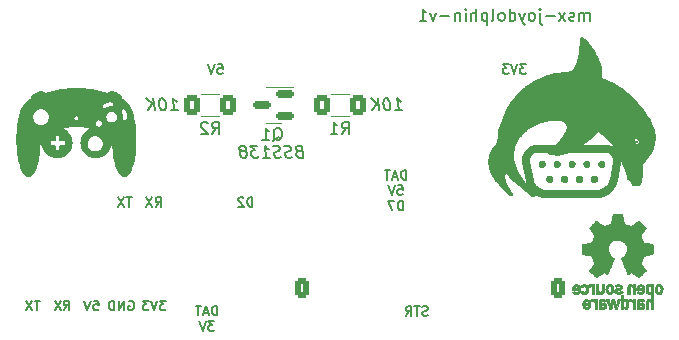
<source format=gbo>
G04 #@! TF.GenerationSoftware,KiCad,Pcbnew,7.0.7-7.0.7~ubuntu20.04.1*
G04 #@! TF.CreationDate,2023-10-03T21:57:07+02:00*
G04 #@! TF.ProjectId,msx-joydolphin-v1,6d73782d-6a6f-4796-946f-6c7068696e2d,v1*
G04 #@! TF.SameCoordinates,Original*
G04 #@! TF.FileFunction,Legend,Bot*
G04 #@! TF.FilePolarity,Positive*
%FSLAX46Y46*%
G04 Gerber Fmt 4.6, Leading zero omitted, Abs format (unit mm)*
G04 Created by KiCad (PCBNEW 7.0.7-7.0.7~ubuntu20.04.1) date 2023-10-03 21:57:07*
%MOMM*%
%LPD*%
G01*
G04 APERTURE LIST*
G04 Aperture macros list*
%AMRoundRect*
0 Rectangle with rounded corners*
0 $1 Rounding radius*
0 $2 $3 $4 $5 $6 $7 $8 $9 X,Y pos of 4 corners*
0 Add a 4 corners polygon primitive as box body*
4,1,4,$2,$3,$4,$5,$6,$7,$8,$9,$2,$3,0*
0 Add four circle primitives for the rounded corners*
1,1,$1+$1,$2,$3*
1,1,$1+$1,$4,$5*
1,1,$1+$1,$6,$7*
1,1,$1+$1,$8,$9*
0 Add four rect primitives between the rounded corners*
20,1,$1+$1,$2,$3,$4,$5,0*
20,1,$1+$1,$4,$5,$6,$7,0*
20,1,$1+$1,$6,$7,$8,$9,0*
20,1,$1+$1,$8,$9,$2,$3,0*%
G04 Aperture macros list end*
%ADD10C,0.114534*%
%ADD11C,0.037581*%
%ADD12C,0.145265*%
%ADD13C,0.038434*%
%ADD14C,0.039913*%
%ADD15C,0.343367*%
%ADD16C,0.114577*%
%ADD17C,0.200477*%
%ADD18C,0.200000*%
%ADD19C,0.150000*%
%ADD20C,0.120000*%
%ADD21C,0.010000*%
%ADD22RoundRect,0.250000X0.350000X0.625000X-0.350000X0.625000X-0.350000X-0.625000X0.350000X-0.625000X0*%
%ADD23O,1.200000X1.750000*%
%ADD24R,2.200000X2.200000*%
%ADD25O,2.200000X2.200000*%
%ADD26R,1.600000X1.600000*%
%ADD27O,1.600000X1.600000*%
%ADD28C,4.064000*%
%ADD29C,2.000000*%
%ADD30R,1.524000X1.524000*%
%ADD31C,1.524000*%
%ADD32RoundRect,0.250000X-0.400000X-0.625000X0.400000X-0.625000X0.400000X0.625000X-0.400000X0.625000X0*%
%ADD33RoundRect,0.150000X0.587500X0.150000X-0.587500X0.150000X-0.587500X-0.150000X0.587500X-0.150000X0*%
G04 APERTURE END LIST*
D10*
X90250975Y-51009987D02*
X90264000Y-51010977D01*
X90276836Y-51012609D01*
X90289467Y-51014865D01*
X90301876Y-51017729D01*
X90314047Y-51021186D01*
X90325965Y-51025219D01*
X90337612Y-51029812D01*
X90348974Y-51034949D01*
X90360033Y-51040614D01*
X90370774Y-51046791D01*
X90381181Y-51053463D01*
X90391236Y-51060615D01*
X90400926Y-51068231D01*
X90410232Y-51076293D01*
X90419140Y-51084787D01*
X90427633Y-51093696D01*
X90435694Y-51103004D01*
X90443309Y-51112694D01*
X90450460Y-51122752D01*
X90457131Y-51133160D01*
X90463307Y-51143902D01*
X90468971Y-51154963D01*
X90474108Y-51166326D01*
X90478700Y-51177975D01*
X90482732Y-51189894D01*
X90486189Y-51202067D01*
X90489053Y-51214478D01*
X90491308Y-51227110D01*
X90492939Y-51239948D01*
X90493930Y-51252976D01*
X90494264Y-51266176D01*
X90493930Y-51279377D01*
X90492939Y-51292404D01*
X90491308Y-51305242D01*
X90489053Y-51317875D01*
X90486189Y-51330285D01*
X90482732Y-51342458D01*
X90478700Y-51354378D01*
X90474108Y-51366027D01*
X90468971Y-51377390D01*
X90463307Y-51388450D01*
X90457131Y-51399193D01*
X90450460Y-51409601D01*
X90443309Y-51419658D01*
X90435694Y-51429349D01*
X90427633Y-51438657D01*
X90419140Y-51447565D01*
X90410232Y-51456059D01*
X90400926Y-51464122D01*
X90391236Y-51471737D01*
X90381181Y-51478889D01*
X90370774Y-51485562D01*
X90360033Y-51491738D01*
X90348974Y-51497403D01*
X90337612Y-51502540D01*
X90325965Y-51507134D01*
X90314047Y-51511167D01*
X90301876Y-51514623D01*
X90289467Y-51517488D01*
X90276836Y-51519744D01*
X90264000Y-51521375D01*
X90250975Y-51522366D01*
X90237776Y-51522699D01*
X90224577Y-51522366D01*
X90211552Y-51521375D01*
X90198715Y-51519744D01*
X90186085Y-51517488D01*
X90173676Y-51514623D01*
X90161504Y-51511167D01*
X90149587Y-51507134D01*
X90137939Y-51502540D01*
X90126578Y-51497403D01*
X90115519Y-51491738D01*
X90104778Y-51485562D01*
X90094371Y-51478889D01*
X90084315Y-51471737D01*
X90074626Y-51464122D01*
X90065320Y-51456059D01*
X90056412Y-51447565D01*
X90047919Y-51438657D01*
X90039858Y-51429349D01*
X90032243Y-51419658D01*
X90025093Y-51409601D01*
X90018421Y-51399193D01*
X90012245Y-51388450D01*
X90006581Y-51377390D01*
X90001445Y-51366027D01*
X89996852Y-51354378D01*
X89992820Y-51342458D01*
X89989363Y-51330285D01*
X89986499Y-51317875D01*
X89984244Y-51305242D01*
X89982613Y-51292404D01*
X89981622Y-51279377D01*
X89981288Y-51266176D01*
X89981622Y-51252976D01*
X89982613Y-51239948D01*
X89984244Y-51227110D01*
X89986499Y-51214478D01*
X89989363Y-51202067D01*
X89992820Y-51189894D01*
X89996852Y-51177975D01*
X90001445Y-51166326D01*
X90006581Y-51154963D01*
X90012245Y-51143902D01*
X90018421Y-51133160D01*
X90025093Y-51122752D01*
X90032243Y-51112694D01*
X90039858Y-51103004D01*
X90047919Y-51093696D01*
X90056412Y-51084787D01*
X90065320Y-51076293D01*
X90074626Y-51068231D01*
X90084315Y-51060615D01*
X90094371Y-51053463D01*
X90104778Y-51046791D01*
X90115519Y-51040614D01*
X90126578Y-51034949D01*
X90137939Y-51029812D01*
X90149587Y-51025219D01*
X90161504Y-51021186D01*
X90173676Y-51017729D01*
X90186085Y-51014865D01*
X90198715Y-51012609D01*
X90211552Y-51010977D01*
X90224577Y-51009987D01*
X90237776Y-51009653D01*
X90250975Y-51009987D01*
G36*
X90250975Y-51009987D02*
G01*
X90264000Y-51010977D01*
X90276836Y-51012609D01*
X90289467Y-51014865D01*
X90301876Y-51017729D01*
X90314047Y-51021186D01*
X90325965Y-51025219D01*
X90337612Y-51029812D01*
X90348974Y-51034949D01*
X90360033Y-51040614D01*
X90370774Y-51046791D01*
X90381181Y-51053463D01*
X90391236Y-51060615D01*
X90400926Y-51068231D01*
X90410232Y-51076293D01*
X90419140Y-51084787D01*
X90427633Y-51093696D01*
X90435694Y-51103004D01*
X90443309Y-51112694D01*
X90450460Y-51122752D01*
X90457131Y-51133160D01*
X90463307Y-51143902D01*
X90468971Y-51154963D01*
X90474108Y-51166326D01*
X90478700Y-51177975D01*
X90482732Y-51189894D01*
X90486189Y-51202067D01*
X90489053Y-51214478D01*
X90491308Y-51227110D01*
X90492939Y-51239948D01*
X90493930Y-51252976D01*
X90494264Y-51266176D01*
X90493930Y-51279377D01*
X90492939Y-51292404D01*
X90491308Y-51305242D01*
X90489053Y-51317875D01*
X90486189Y-51330285D01*
X90482732Y-51342458D01*
X90478700Y-51354378D01*
X90474108Y-51366027D01*
X90468971Y-51377390D01*
X90463307Y-51388450D01*
X90457131Y-51399193D01*
X90450460Y-51409601D01*
X90443309Y-51419658D01*
X90435694Y-51429349D01*
X90427633Y-51438657D01*
X90419140Y-51447565D01*
X90410232Y-51456059D01*
X90400926Y-51464122D01*
X90391236Y-51471737D01*
X90381181Y-51478889D01*
X90370774Y-51485562D01*
X90360033Y-51491738D01*
X90348974Y-51497403D01*
X90337612Y-51502540D01*
X90325965Y-51507134D01*
X90314047Y-51511167D01*
X90301876Y-51514623D01*
X90289467Y-51517488D01*
X90276836Y-51519744D01*
X90264000Y-51521375D01*
X90250975Y-51522366D01*
X90237776Y-51522699D01*
X90224577Y-51522366D01*
X90211552Y-51521375D01*
X90198715Y-51519744D01*
X90186085Y-51517488D01*
X90173676Y-51514623D01*
X90161504Y-51511167D01*
X90149587Y-51507134D01*
X90137939Y-51502540D01*
X90126578Y-51497403D01*
X90115519Y-51491738D01*
X90104778Y-51485562D01*
X90094371Y-51478889D01*
X90084315Y-51471737D01*
X90074626Y-51464122D01*
X90065320Y-51456059D01*
X90056412Y-51447565D01*
X90047919Y-51438657D01*
X90039858Y-51429349D01*
X90032243Y-51419658D01*
X90025093Y-51409601D01*
X90018421Y-51399193D01*
X90012245Y-51388450D01*
X90006581Y-51377390D01*
X90001445Y-51366027D01*
X89996852Y-51354378D01*
X89992820Y-51342458D01*
X89989363Y-51330285D01*
X89986499Y-51317875D01*
X89984244Y-51305242D01*
X89982613Y-51292404D01*
X89981622Y-51279377D01*
X89981288Y-51266176D01*
X89981622Y-51252976D01*
X89982613Y-51239948D01*
X89984244Y-51227110D01*
X89986499Y-51214478D01*
X89989363Y-51202067D01*
X89992820Y-51189894D01*
X89996852Y-51177975D01*
X90001445Y-51166326D01*
X90006581Y-51154963D01*
X90012245Y-51143902D01*
X90018421Y-51133160D01*
X90025093Y-51122752D01*
X90032243Y-51112694D01*
X90039858Y-51103004D01*
X90047919Y-51093696D01*
X90056412Y-51084787D01*
X90065320Y-51076293D01*
X90074626Y-51068231D01*
X90084315Y-51060615D01*
X90094371Y-51053463D01*
X90104778Y-51046791D01*
X90115519Y-51040614D01*
X90126578Y-51034949D01*
X90137939Y-51029812D01*
X90149587Y-51025219D01*
X90161504Y-51021186D01*
X90173676Y-51017729D01*
X90186085Y-51014865D01*
X90198715Y-51012609D01*
X90211552Y-51010977D01*
X90224577Y-51009987D01*
X90237776Y-51009653D01*
X90250975Y-51009987D01*
G37*
X91513880Y-51009987D02*
X91526905Y-51010977D01*
X91539742Y-51012609D01*
X91552372Y-51014865D01*
X91564781Y-51017729D01*
X91576953Y-51021186D01*
X91588870Y-51025219D01*
X91600518Y-51029812D01*
X91611879Y-51034949D01*
X91622938Y-51040614D01*
X91633679Y-51046791D01*
X91644086Y-51053463D01*
X91654142Y-51060615D01*
X91663831Y-51068231D01*
X91673137Y-51076293D01*
X91682045Y-51084787D01*
X91690538Y-51093696D01*
X91698599Y-51103004D01*
X91706214Y-51112694D01*
X91713364Y-51122752D01*
X91720036Y-51133160D01*
X91726212Y-51143902D01*
X91731876Y-51154963D01*
X91737012Y-51166326D01*
X91741605Y-51177975D01*
X91745637Y-51189894D01*
X91749093Y-51202067D01*
X91751957Y-51214478D01*
X91754213Y-51227110D01*
X91755844Y-51239948D01*
X91756835Y-51252976D01*
X91757168Y-51266176D01*
X91756835Y-51279377D01*
X91755844Y-51292404D01*
X91754213Y-51305242D01*
X91751957Y-51317875D01*
X91749093Y-51330285D01*
X91745637Y-51342458D01*
X91741605Y-51354378D01*
X91737012Y-51366027D01*
X91731876Y-51377390D01*
X91726212Y-51388450D01*
X91720036Y-51399193D01*
X91713364Y-51409601D01*
X91706214Y-51419658D01*
X91698599Y-51429349D01*
X91690538Y-51438657D01*
X91682045Y-51447565D01*
X91673137Y-51456059D01*
X91663831Y-51464122D01*
X91654142Y-51471737D01*
X91644086Y-51478889D01*
X91633679Y-51485562D01*
X91622938Y-51491738D01*
X91611879Y-51497403D01*
X91600518Y-51502540D01*
X91588870Y-51507134D01*
X91576953Y-51511167D01*
X91564781Y-51514623D01*
X91552372Y-51517488D01*
X91539742Y-51519744D01*
X91526905Y-51521375D01*
X91513880Y-51522366D01*
X91500681Y-51522699D01*
X91487482Y-51522366D01*
X91474457Y-51521375D01*
X91461620Y-51519744D01*
X91448990Y-51517488D01*
X91436581Y-51514623D01*
X91424409Y-51511167D01*
X91412492Y-51507134D01*
X91400845Y-51502540D01*
X91389483Y-51497403D01*
X91378424Y-51491738D01*
X91367683Y-51485562D01*
X91357276Y-51478889D01*
X91347221Y-51471737D01*
X91337531Y-51464122D01*
X91328225Y-51456059D01*
X91319317Y-51447565D01*
X91310824Y-51438657D01*
X91302763Y-51429349D01*
X91295149Y-51419658D01*
X91287998Y-51409601D01*
X91281326Y-51399193D01*
X91275150Y-51388450D01*
X91269486Y-51377390D01*
X91264350Y-51366027D01*
X91259757Y-51354378D01*
X91255725Y-51342458D01*
X91252269Y-51330285D01*
X91249405Y-51317875D01*
X91247149Y-51305242D01*
X91245518Y-51292404D01*
X91244527Y-51279377D01*
X91244194Y-51266176D01*
X91244527Y-51252976D01*
X91245518Y-51239948D01*
X91247149Y-51227110D01*
X91249405Y-51214478D01*
X91252269Y-51202067D01*
X91255725Y-51189894D01*
X91259757Y-51177975D01*
X91264350Y-51166326D01*
X91269486Y-51154963D01*
X91275150Y-51143902D01*
X91281326Y-51133160D01*
X91287998Y-51122752D01*
X91295149Y-51112694D01*
X91302763Y-51103004D01*
X91310824Y-51093696D01*
X91319317Y-51084787D01*
X91328225Y-51076293D01*
X91337531Y-51068231D01*
X91347221Y-51060615D01*
X91357276Y-51053463D01*
X91367683Y-51046791D01*
X91378424Y-51040614D01*
X91389483Y-51034949D01*
X91400845Y-51029812D01*
X91412492Y-51025219D01*
X91424409Y-51021186D01*
X91436581Y-51017729D01*
X91448990Y-51014865D01*
X91461620Y-51012609D01*
X91474457Y-51010977D01*
X91487482Y-51009987D01*
X91500681Y-51009653D01*
X91513880Y-51009987D01*
G36*
X91513880Y-51009987D02*
G01*
X91526905Y-51010977D01*
X91539742Y-51012609D01*
X91552372Y-51014865D01*
X91564781Y-51017729D01*
X91576953Y-51021186D01*
X91588870Y-51025219D01*
X91600518Y-51029812D01*
X91611879Y-51034949D01*
X91622938Y-51040614D01*
X91633679Y-51046791D01*
X91644086Y-51053463D01*
X91654142Y-51060615D01*
X91663831Y-51068231D01*
X91673137Y-51076293D01*
X91682045Y-51084787D01*
X91690538Y-51093696D01*
X91698599Y-51103004D01*
X91706214Y-51112694D01*
X91713364Y-51122752D01*
X91720036Y-51133160D01*
X91726212Y-51143902D01*
X91731876Y-51154963D01*
X91737012Y-51166326D01*
X91741605Y-51177975D01*
X91745637Y-51189894D01*
X91749093Y-51202067D01*
X91751957Y-51214478D01*
X91754213Y-51227110D01*
X91755844Y-51239948D01*
X91756835Y-51252976D01*
X91757168Y-51266176D01*
X91756835Y-51279377D01*
X91755844Y-51292404D01*
X91754213Y-51305242D01*
X91751957Y-51317875D01*
X91749093Y-51330285D01*
X91745637Y-51342458D01*
X91741605Y-51354378D01*
X91737012Y-51366027D01*
X91731876Y-51377390D01*
X91726212Y-51388450D01*
X91720036Y-51399193D01*
X91713364Y-51409601D01*
X91706214Y-51419658D01*
X91698599Y-51429349D01*
X91690538Y-51438657D01*
X91682045Y-51447565D01*
X91673137Y-51456059D01*
X91663831Y-51464122D01*
X91654142Y-51471737D01*
X91644086Y-51478889D01*
X91633679Y-51485562D01*
X91622938Y-51491738D01*
X91611879Y-51497403D01*
X91600518Y-51502540D01*
X91588870Y-51507134D01*
X91576953Y-51511167D01*
X91564781Y-51514623D01*
X91552372Y-51517488D01*
X91539742Y-51519744D01*
X91526905Y-51521375D01*
X91513880Y-51522366D01*
X91500681Y-51522699D01*
X91487482Y-51522366D01*
X91474457Y-51521375D01*
X91461620Y-51519744D01*
X91448990Y-51517488D01*
X91436581Y-51514623D01*
X91424409Y-51511167D01*
X91412492Y-51507134D01*
X91400845Y-51502540D01*
X91389483Y-51497403D01*
X91378424Y-51491738D01*
X91367683Y-51485562D01*
X91357276Y-51478889D01*
X91347221Y-51471737D01*
X91337531Y-51464122D01*
X91328225Y-51456059D01*
X91319317Y-51447565D01*
X91310824Y-51438657D01*
X91302763Y-51429349D01*
X91295149Y-51419658D01*
X91287998Y-51409601D01*
X91281326Y-51399193D01*
X91275150Y-51388450D01*
X91269486Y-51377390D01*
X91264350Y-51366027D01*
X91259757Y-51354378D01*
X91255725Y-51342458D01*
X91252269Y-51330285D01*
X91249405Y-51317875D01*
X91247149Y-51305242D01*
X91245518Y-51292404D01*
X91244527Y-51279377D01*
X91244194Y-51266176D01*
X91244527Y-51252976D01*
X91245518Y-51239948D01*
X91247149Y-51227110D01*
X91249405Y-51214478D01*
X91252269Y-51202067D01*
X91255725Y-51189894D01*
X91259757Y-51177975D01*
X91264350Y-51166326D01*
X91269486Y-51154963D01*
X91275150Y-51143902D01*
X91281326Y-51133160D01*
X91287998Y-51122752D01*
X91295149Y-51112694D01*
X91302763Y-51103004D01*
X91310824Y-51093696D01*
X91319317Y-51084787D01*
X91328225Y-51076293D01*
X91337531Y-51068231D01*
X91347221Y-51060615D01*
X91357276Y-51053463D01*
X91367683Y-51046791D01*
X91378424Y-51040614D01*
X91389483Y-51034949D01*
X91400845Y-51029812D01*
X91412492Y-51025219D01*
X91424409Y-51021186D01*
X91436581Y-51017729D01*
X91448990Y-51014865D01*
X91461620Y-51012609D01*
X91474457Y-51010977D01*
X91487482Y-51009987D01*
X91500681Y-51009653D01*
X91513880Y-51009987D01*
G37*
D11*
X92165261Y-46687947D02*
X92373885Y-46794199D01*
X92571069Y-46913864D01*
X92757125Y-47045798D01*
X92932365Y-47188855D01*
X93097101Y-47341888D01*
X93251645Y-47503753D01*
X93396309Y-47673304D01*
X93531403Y-47849394D01*
X93657242Y-48030879D01*
X93774135Y-48216612D01*
X93882396Y-48405447D01*
X93982335Y-48596240D01*
X94074265Y-48787844D01*
X94235345Y-49168902D01*
X94368131Y-49539457D01*
X94475118Y-49890342D01*
X94558800Y-50212392D01*
X94621672Y-50496441D01*
X94694968Y-50913872D01*
X94714964Y-51069311D01*
X94712252Y-51086589D01*
X94708659Y-51102133D01*
X94704250Y-51116021D01*
X94699088Y-51128329D01*
X94693235Y-51139137D01*
X94686756Y-51148521D01*
X94679713Y-51156560D01*
X94672171Y-51163331D01*
X94664191Y-51168912D01*
X94655839Y-51173381D01*
X94647176Y-51176816D01*
X94638268Y-51179294D01*
X94629176Y-51180893D01*
X94619964Y-51181690D01*
X94610696Y-51181765D01*
X94601434Y-51181194D01*
X94592244Y-51180055D01*
X94583186Y-51178426D01*
X94574326Y-51176384D01*
X94565727Y-51174008D01*
X94549562Y-51168563D01*
X94535200Y-51162714D01*
X94523147Y-51157081D01*
X94513910Y-51152287D01*
X94505912Y-51147706D01*
X94434335Y-50849591D01*
X94356156Y-50565469D01*
X94271950Y-50295034D01*
X94182294Y-50037979D01*
X94087763Y-49793997D01*
X93988934Y-49562784D01*
X93886382Y-49344033D01*
X93780684Y-49137437D01*
X93672415Y-48942692D01*
X93562151Y-48759489D01*
X93450470Y-48587525D01*
X93337945Y-48426491D01*
X93225154Y-48276083D01*
X93112672Y-48135993D01*
X93001076Y-48005917D01*
X92890941Y-47885548D01*
X92782844Y-47774579D01*
X92677360Y-47672705D01*
X92476536Y-47495015D01*
X92293077Y-47350031D01*
X92131592Y-47235303D01*
X91797543Y-47029971D01*
X91944886Y-46596256D01*
X92165261Y-46687947D01*
G36*
X92165261Y-46687947D02*
G01*
X92373885Y-46794199D01*
X92571069Y-46913864D01*
X92757125Y-47045798D01*
X92932365Y-47188855D01*
X93097101Y-47341888D01*
X93251645Y-47503753D01*
X93396309Y-47673304D01*
X93531403Y-47849394D01*
X93657242Y-48030879D01*
X93774135Y-48216612D01*
X93882396Y-48405447D01*
X93982335Y-48596240D01*
X94074265Y-48787844D01*
X94235345Y-49168902D01*
X94368131Y-49539457D01*
X94475118Y-49890342D01*
X94558800Y-50212392D01*
X94621672Y-50496441D01*
X94694968Y-50913872D01*
X94714964Y-51069311D01*
X94712252Y-51086589D01*
X94708659Y-51102133D01*
X94704250Y-51116021D01*
X94699088Y-51128329D01*
X94693235Y-51139137D01*
X94686756Y-51148521D01*
X94679713Y-51156560D01*
X94672171Y-51163331D01*
X94664191Y-51168912D01*
X94655839Y-51173381D01*
X94647176Y-51176816D01*
X94638268Y-51179294D01*
X94629176Y-51180893D01*
X94619964Y-51181690D01*
X94610696Y-51181765D01*
X94601434Y-51181194D01*
X94592244Y-51180055D01*
X94583186Y-51178426D01*
X94574326Y-51176384D01*
X94565727Y-51174008D01*
X94549562Y-51168563D01*
X94535200Y-51162714D01*
X94523147Y-51157081D01*
X94513910Y-51152287D01*
X94505912Y-51147706D01*
X94434335Y-50849591D01*
X94356156Y-50565469D01*
X94271950Y-50295034D01*
X94182294Y-50037979D01*
X94087763Y-49793997D01*
X93988934Y-49562784D01*
X93886382Y-49344033D01*
X93780684Y-49137437D01*
X93672415Y-48942692D01*
X93562151Y-48759489D01*
X93450470Y-48587525D01*
X93337945Y-48426491D01*
X93225154Y-48276083D01*
X93112672Y-48135993D01*
X93001076Y-48005917D01*
X92890941Y-47885548D01*
X92782844Y-47774579D01*
X92677360Y-47672705D01*
X92476536Y-47495015D01*
X92293077Y-47350031D01*
X92131592Y-47235303D01*
X91797543Y-47029971D01*
X91944886Y-46596256D01*
X92165261Y-46687947D01*
G37*
D12*
X95131983Y-48022275D02*
X95131945Y-48022255D01*
X95131944Y-48022190D01*
X95131983Y-48022275D01*
G36*
X95131983Y-48022275D02*
G01*
X95131945Y-48022255D01*
X95131944Y-48022190D01*
X95131983Y-48022275D01*
G37*
D13*
X83665010Y-47402290D02*
X83695210Y-47458839D01*
X83730808Y-47533744D01*
X83767950Y-47624546D01*
X83802779Y-47728785D01*
X83831442Y-47844000D01*
X83850084Y-47967733D01*
X83854441Y-48032025D01*
X83854848Y-48097524D01*
X83850822Y-48163922D01*
X83841881Y-48230912D01*
X83827543Y-48298187D01*
X83807327Y-48365439D01*
X83780751Y-48432361D01*
X83747332Y-48498644D01*
X83706589Y-48563983D01*
X83658040Y-48628068D01*
X83601204Y-48690594D01*
X83535597Y-48751251D01*
X83460739Y-48809734D01*
X83376148Y-48865734D01*
X83281341Y-48918944D01*
X83175837Y-48969056D01*
X83155530Y-49003203D01*
X83109988Y-49108072D01*
X83084964Y-49188165D01*
X83062282Y-49287303D01*
X83044827Y-49405941D01*
X83035481Y-49544536D01*
X83037128Y-49703540D01*
X83052653Y-49883411D01*
X83084938Y-50084602D01*
X83136868Y-50307569D01*
X83211326Y-50552766D01*
X83311196Y-50820650D01*
X83439362Y-51111674D01*
X83598706Y-51426294D01*
X83589163Y-51457053D01*
X83573195Y-51475240D01*
X83551397Y-51481399D01*
X83524368Y-51476075D01*
X83492705Y-51459811D01*
X83457004Y-51433153D01*
X83375877Y-51350829D01*
X83285764Y-51233456D01*
X83191442Y-51085389D01*
X83097685Y-50910981D01*
X83009272Y-50714585D01*
X82930977Y-50500557D01*
X82867577Y-50273249D01*
X82823848Y-50037017D01*
X82810853Y-49916914D01*
X82804567Y-49796213D01*
X82805586Y-49675457D01*
X82814509Y-49555192D01*
X82831931Y-49435960D01*
X82858451Y-49318307D01*
X82894664Y-49202776D01*
X82941168Y-49089913D01*
X82998561Y-48980260D01*
X83067438Y-48874363D01*
X83135683Y-48772820D01*
X83200834Y-48662973D01*
X83262618Y-48546788D01*
X83320766Y-48426230D01*
X83375006Y-48303267D01*
X83425067Y-48179863D01*
X83470678Y-48057984D01*
X83511568Y-47939597D01*
X83547467Y-47826668D01*
X83578102Y-47721161D01*
X83603204Y-47625044D01*
X83622502Y-47540281D01*
X83635723Y-47468840D01*
X83642598Y-47412685D01*
X83642855Y-47373783D01*
X83640418Y-47361416D01*
X83636224Y-47354099D01*
X83665010Y-47402290D01*
G36*
X83665010Y-47402290D02*
G01*
X83695210Y-47458839D01*
X83730808Y-47533744D01*
X83767950Y-47624546D01*
X83802779Y-47728785D01*
X83831442Y-47844000D01*
X83850084Y-47967733D01*
X83854441Y-48032025D01*
X83854848Y-48097524D01*
X83850822Y-48163922D01*
X83841881Y-48230912D01*
X83827543Y-48298187D01*
X83807327Y-48365439D01*
X83780751Y-48432361D01*
X83747332Y-48498644D01*
X83706589Y-48563983D01*
X83658040Y-48628068D01*
X83601204Y-48690594D01*
X83535597Y-48751251D01*
X83460739Y-48809734D01*
X83376148Y-48865734D01*
X83281341Y-48918944D01*
X83175837Y-48969056D01*
X83155530Y-49003203D01*
X83109988Y-49108072D01*
X83084964Y-49188165D01*
X83062282Y-49287303D01*
X83044827Y-49405941D01*
X83035481Y-49544536D01*
X83037128Y-49703540D01*
X83052653Y-49883411D01*
X83084938Y-50084602D01*
X83136868Y-50307569D01*
X83211326Y-50552766D01*
X83311196Y-50820650D01*
X83439362Y-51111674D01*
X83598706Y-51426294D01*
X83589163Y-51457053D01*
X83573195Y-51475240D01*
X83551397Y-51481399D01*
X83524368Y-51476075D01*
X83492705Y-51459811D01*
X83457004Y-51433153D01*
X83375877Y-51350829D01*
X83285764Y-51233456D01*
X83191442Y-51085389D01*
X83097685Y-50910981D01*
X83009272Y-50714585D01*
X82930977Y-50500557D01*
X82867577Y-50273249D01*
X82823848Y-50037017D01*
X82810853Y-49916914D01*
X82804567Y-49796213D01*
X82805586Y-49675457D01*
X82814509Y-49555192D01*
X82831931Y-49435960D01*
X82858451Y-49318307D01*
X82894664Y-49202776D01*
X82941168Y-49089913D01*
X82998561Y-48980260D01*
X83067438Y-48874363D01*
X83135683Y-48772820D01*
X83200834Y-48662973D01*
X83262618Y-48546788D01*
X83320766Y-48426230D01*
X83375006Y-48303267D01*
X83425067Y-48179863D01*
X83470678Y-48057984D01*
X83511568Y-47939597D01*
X83547467Y-47826668D01*
X83578102Y-47721161D01*
X83603204Y-47625044D01*
X83622502Y-47540281D01*
X83635723Y-47468840D01*
X83642598Y-47412685D01*
X83642855Y-47373783D01*
X83640418Y-47361416D01*
X83636224Y-47354099D01*
X83665010Y-47402290D01*
G37*
X90561549Y-39600683D02*
X90628384Y-39654559D01*
X90721324Y-39740714D01*
X90835272Y-39858033D01*
X90965131Y-40005400D01*
X91105805Y-40181699D01*
X91252196Y-40385814D01*
X91399206Y-40616629D01*
X91541740Y-40873029D01*
X91674700Y-41153897D01*
X91792988Y-41458118D01*
X91891508Y-41784576D01*
X91931763Y-41955795D01*
X91965163Y-42132154D01*
X91991074Y-42313515D01*
X92008856Y-42499738D01*
X92017874Y-42690683D01*
X92017490Y-42886211D01*
X92343727Y-42990203D01*
X92735443Y-43168013D01*
X93175505Y-43413449D01*
X93646778Y-43720316D01*
X94132128Y-44082421D01*
X94614422Y-44493571D01*
X95076525Y-44947572D01*
X95294651Y-45188706D01*
X95501304Y-45438230D01*
X95694342Y-45695369D01*
X95871624Y-45959351D01*
X96031007Y-46229400D01*
X96170351Y-46504743D01*
X96287513Y-46784604D01*
X96380351Y-47068211D01*
X96446725Y-47354788D01*
X96484491Y-47643562D01*
X96491509Y-47933758D01*
X96465636Y-48224602D01*
X96404731Y-48515320D01*
X96306653Y-48805138D01*
X96169258Y-49093281D01*
X95990406Y-49378976D01*
X95767955Y-49661448D01*
X95499764Y-49939923D01*
X95489556Y-50063310D01*
X95481307Y-50222247D01*
X95461263Y-50612132D01*
X95444755Y-50825761D01*
X95420782Y-51040300D01*
X95405259Y-51145204D01*
X95386987Y-51247089D01*
X95365670Y-51344872D01*
X95341015Y-51437469D01*
X95327222Y-51479640D01*
X95312334Y-51516675D01*
X95296452Y-51548823D01*
X95279675Y-51576332D01*
X95262105Y-51599453D01*
X95243841Y-51618434D01*
X95224985Y-51633524D01*
X95205637Y-51644972D01*
X95185898Y-51653027D01*
X95165868Y-51657938D01*
X95145647Y-51659955D01*
X95125337Y-51659325D01*
X95105037Y-51656299D01*
X95084848Y-51651125D01*
X95064871Y-51644053D01*
X95045207Y-51635330D01*
X95025955Y-51625207D01*
X95007217Y-51613932D01*
X94989093Y-51601755D01*
X94971683Y-51588924D01*
X94939409Y-51562297D01*
X94911200Y-51536045D01*
X94887859Y-51512158D01*
X94870191Y-51492629D01*
X94855091Y-51474616D01*
X94879845Y-51450496D01*
X94940896Y-51372986D01*
X94978842Y-51311796D01*
X95018431Y-51234362D01*
X95057186Y-51139718D01*
X95092632Y-51026899D01*
X95122291Y-50894939D01*
X95143687Y-50742872D01*
X95154342Y-50569733D01*
X95151779Y-50374557D01*
X95133522Y-50156377D01*
X95097094Y-49914228D01*
X95040018Y-49647145D01*
X94959817Y-49354163D01*
X95013207Y-49322020D01*
X95152902Y-49228389D01*
X95245516Y-49159826D01*
X95348188Y-49077463D01*
X95457080Y-48981825D01*
X95568352Y-48873436D01*
X95678166Y-48752820D01*
X95782681Y-48620501D01*
X95831752Y-48550117D01*
X95878059Y-48477004D01*
X95921122Y-48401227D01*
X95960461Y-48322853D01*
X95995596Y-48241946D01*
X96026048Y-48158572D01*
X96051335Y-48072797D01*
X96070979Y-47984685D01*
X96084500Y-47894304D01*
X96091417Y-47801717D01*
X96091251Y-47706992D01*
X96083522Y-47610192D01*
X96083652Y-47503847D01*
X96049808Y-47370481D01*
X95885041Y-47033847D01*
X95598916Y-46622598D01*
X95201127Y-46159045D01*
X94701369Y-45665497D01*
X94109336Y-45164264D01*
X93434723Y-44677655D01*
X92687225Y-44227982D01*
X92289173Y-44023967D01*
X91876535Y-43837553D01*
X91450523Y-43671526D01*
X91012349Y-43528678D01*
X90563224Y-43411795D01*
X90104361Y-43323666D01*
X89636971Y-43267082D01*
X89162265Y-43244829D01*
X88681457Y-43259697D01*
X88195757Y-43314475D01*
X87706378Y-43411951D01*
X87214530Y-43554915D01*
X86721427Y-43746154D01*
X86228280Y-43988457D01*
X85736300Y-44284614D01*
X85246700Y-44637412D01*
X84938913Y-44524423D01*
X85179062Y-44250363D01*
X85428241Y-43999367D01*
X85685278Y-43770514D01*
X85949000Y-43562884D01*
X86218232Y-43375558D01*
X86491804Y-43207617D01*
X86768540Y-43058141D01*
X87047269Y-42926210D01*
X87326817Y-42810905D01*
X87606011Y-42711306D01*
X87883679Y-42626494D01*
X88158646Y-42555548D01*
X88429741Y-42497550D01*
X88695790Y-42451579D01*
X88955619Y-42416717D01*
X89208056Y-42392043D01*
X89686062Y-42369582D01*
X90120423Y-42376841D01*
X90501755Y-42406462D01*
X90820672Y-42451089D01*
X91067791Y-42503364D01*
X91233727Y-42555932D01*
X91283319Y-42580026D01*
X91306264Y-42599082D01*
X91358537Y-42518731D01*
X91419732Y-42403125D01*
X91468752Y-42286002D01*
X91506247Y-42167665D01*
X91532872Y-42048417D01*
X91549278Y-41928564D01*
X91556119Y-41808407D01*
X91554045Y-41688251D01*
X91543710Y-41568400D01*
X91525767Y-41449157D01*
X91500867Y-41330825D01*
X91469664Y-41213709D01*
X91432809Y-41098112D01*
X91390956Y-40984338D01*
X91344756Y-40872690D01*
X91294862Y-40763472D01*
X91186601Y-40553540D01*
X91071395Y-40356972D01*
X90954462Y-40176197D01*
X90841022Y-40013644D01*
X90526584Y-39594233D01*
X90521394Y-39582834D01*
X90525917Y-39580202D01*
X90561549Y-39600683D01*
G36*
X90561549Y-39600683D02*
G01*
X90628384Y-39654559D01*
X90721324Y-39740714D01*
X90835272Y-39858033D01*
X90965131Y-40005400D01*
X91105805Y-40181699D01*
X91252196Y-40385814D01*
X91399206Y-40616629D01*
X91541740Y-40873029D01*
X91674700Y-41153897D01*
X91792988Y-41458118D01*
X91891508Y-41784576D01*
X91931763Y-41955795D01*
X91965163Y-42132154D01*
X91991074Y-42313515D01*
X92008856Y-42499738D01*
X92017874Y-42690683D01*
X92017490Y-42886211D01*
X92343727Y-42990203D01*
X92735443Y-43168013D01*
X93175505Y-43413449D01*
X93646778Y-43720316D01*
X94132128Y-44082421D01*
X94614422Y-44493571D01*
X95076525Y-44947572D01*
X95294651Y-45188706D01*
X95501304Y-45438230D01*
X95694342Y-45695369D01*
X95871624Y-45959351D01*
X96031007Y-46229400D01*
X96170351Y-46504743D01*
X96287513Y-46784604D01*
X96380351Y-47068211D01*
X96446725Y-47354788D01*
X96484491Y-47643562D01*
X96491509Y-47933758D01*
X96465636Y-48224602D01*
X96404731Y-48515320D01*
X96306653Y-48805138D01*
X96169258Y-49093281D01*
X95990406Y-49378976D01*
X95767955Y-49661448D01*
X95499764Y-49939923D01*
X95489556Y-50063310D01*
X95481307Y-50222247D01*
X95461263Y-50612132D01*
X95444755Y-50825761D01*
X95420782Y-51040300D01*
X95405259Y-51145204D01*
X95386987Y-51247089D01*
X95365670Y-51344872D01*
X95341015Y-51437469D01*
X95327222Y-51479640D01*
X95312334Y-51516675D01*
X95296452Y-51548823D01*
X95279675Y-51576332D01*
X95262105Y-51599453D01*
X95243841Y-51618434D01*
X95224985Y-51633524D01*
X95205637Y-51644972D01*
X95185898Y-51653027D01*
X95165868Y-51657938D01*
X95145647Y-51659955D01*
X95125337Y-51659325D01*
X95105037Y-51656299D01*
X95084848Y-51651125D01*
X95064871Y-51644053D01*
X95045207Y-51635330D01*
X95025955Y-51625207D01*
X95007217Y-51613932D01*
X94989093Y-51601755D01*
X94971683Y-51588924D01*
X94939409Y-51562297D01*
X94911200Y-51536045D01*
X94887859Y-51512158D01*
X94870191Y-51492629D01*
X94855091Y-51474616D01*
X94879845Y-51450496D01*
X94940896Y-51372986D01*
X94978842Y-51311796D01*
X95018431Y-51234362D01*
X95057186Y-51139718D01*
X95092632Y-51026899D01*
X95122291Y-50894939D01*
X95143687Y-50742872D01*
X95154342Y-50569733D01*
X95151779Y-50374557D01*
X95133522Y-50156377D01*
X95097094Y-49914228D01*
X95040018Y-49647145D01*
X94959817Y-49354163D01*
X95013207Y-49322020D01*
X95152902Y-49228389D01*
X95245516Y-49159826D01*
X95348188Y-49077463D01*
X95457080Y-48981825D01*
X95568352Y-48873436D01*
X95678166Y-48752820D01*
X95782681Y-48620501D01*
X95831752Y-48550117D01*
X95878059Y-48477004D01*
X95921122Y-48401227D01*
X95960461Y-48322853D01*
X95995596Y-48241946D01*
X96026048Y-48158572D01*
X96051335Y-48072797D01*
X96070979Y-47984685D01*
X96084500Y-47894304D01*
X96091417Y-47801717D01*
X96091251Y-47706992D01*
X96083522Y-47610192D01*
X96083652Y-47503847D01*
X96049808Y-47370481D01*
X95885041Y-47033847D01*
X95598916Y-46622598D01*
X95201127Y-46159045D01*
X94701369Y-45665497D01*
X94109336Y-45164264D01*
X93434723Y-44677655D01*
X92687225Y-44227982D01*
X92289173Y-44023967D01*
X91876535Y-43837553D01*
X91450523Y-43671526D01*
X91012349Y-43528678D01*
X90563224Y-43411795D01*
X90104361Y-43323666D01*
X89636971Y-43267082D01*
X89162265Y-43244829D01*
X88681457Y-43259697D01*
X88195757Y-43314475D01*
X87706378Y-43411951D01*
X87214530Y-43554915D01*
X86721427Y-43746154D01*
X86228280Y-43988457D01*
X85736300Y-44284614D01*
X85246700Y-44637412D01*
X84938913Y-44524423D01*
X85179062Y-44250363D01*
X85428241Y-43999367D01*
X85685278Y-43770514D01*
X85949000Y-43562884D01*
X86218232Y-43375558D01*
X86491804Y-43207617D01*
X86768540Y-43058141D01*
X87047269Y-42926210D01*
X87326817Y-42810905D01*
X87606011Y-42711306D01*
X87883679Y-42626494D01*
X88158646Y-42555548D01*
X88429741Y-42497550D01*
X88695790Y-42451579D01*
X88955619Y-42416717D01*
X89208056Y-42392043D01*
X89686062Y-42369582D01*
X90120423Y-42376841D01*
X90501755Y-42406462D01*
X90820672Y-42451089D01*
X91067791Y-42503364D01*
X91233727Y-42555932D01*
X91283319Y-42580026D01*
X91306264Y-42599082D01*
X91358537Y-42518731D01*
X91419732Y-42403125D01*
X91468752Y-42286002D01*
X91506247Y-42167665D01*
X91532872Y-42048417D01*
X91549278Y-41928564D01*
X91556119Y-41808407D01*
X91554045Y-41688251D01*
X91543710Y-41568400D01*
X91525767Y-41449157D01*
X91500867Y-41330825D01*
X91469664Y-41213709D01*
X91432809Y-41098112D01*
X91390956Y-40984338D01*
X91344756Y-40872690D01*
X91294862Y-40763472D01*
X91186601Y-40553540D01*
X91071395Y-40356972D01*
X90954462Y-40176197D01*
X90841022Y-40013644D01*
X90526584Y-39594233D01*
X90521394Y-39582834D01*
X90525917Y-39580202D01*
X90561549Y-39600683D01*
G37*
D12*
X95132076Y-48022325D02*
X95132220Y-48022386D01*
X95132375Y-48022439D01*
X95132542Y-48022484D01*
X95132904Y-48022554D01*
X95133300Y-48022600D01*
X95133721Y-48022628D01*
X95134162Y-48022641D01*
X95135069Y-48022645D01*
X95135965Y-48022650D01*
X95136390Y-48022665D01*
X95136790Y-48022694D01*
X95137159Y-48022742D01*
X95137488Y-48022815D01*
X95137635Y-48022861D01*
X95137770Y-48022916D01*
X95137892Y-48022978D01*
X95137999Y-48023050D01*
X95139448Y-48023999D01*
X95140936Y-48025036D01*
X95142461Y-48026202D01*
X95144019Y-48027538D01*
X95144809Y-48028282D01*
X95145606Y-48029084D01*
X95146410Y-48029948D01*
X95147219Y-48030880D01*
X95148034Y-48031884D01*
X95148853Y-48032966D01*
X95149678Y-48034131D01*
X95150506Y-48035383D01*
X95151338Y-48036729D01*
X95152173Y-48038172D01*
X95153011Y-48039718D01*
X95153851Y-48041372D01*
X95154693Y-48043139D01*
X95155536Y-48045024D01*
X95156380Y-48047033D01*
X95157225Y-48049169D01*
X95158069Y-48051438D01*
X95158913Y-48053846D01*
X95159756Y-48056397D01*
X95160598Y-48059096D01*
X95161438Y-48061949D01*
X95162275Y-48064959D01*
X95163110Y-48068134D01*
X95163941Y-48071477D01*
X95165912Y-48080150D01*
X95167475Y-48088107D01*
X95168667Y-48095373D01*
X95169527Y-48101971D01*
X95170090Y-48107927D01*
X95170395Y-48113265D01*
X95170478Y-48118009D01*
X95170376Y-48122185D01*
X95170128Y-48125816D01*
X95169770Y-48128928D01*
X95168873Y-48133691D01*
X95167984Y-48136670D01*
X95167400Y-48138063D01*
X95167328Y-48138228D01*
X95167275Y-48138378D01*
X95167238Y-48138513D01*
X95167213Y-48138634D01*
X95167188Y-48138842D01*
X95167175Y-48139010D01*
X95167165Y-48139083D01*
X95167148Y-48139150D01*
X95167122Y-48139212D01*
X95167083Y-48139270D01*
X95167028Y-48139325D01*
X95166954Y-48139379D01*
X95166857Y-48139434D01*
X95166735Y-48139489D01*
X95166585Y-48139547D01*
X95166403Y-48139609D01*
X95165930Y-48139747D01*
X95165293Y-48139915D01*
X95164466Y-48140122D01*
X95162141Y-48140690D01*
X95158753Y-48141531D01*
X95158778Y-48141182D01*
X95158825Y-48140833D01*
X95158894Y-48140481D01*
X95158982Y-48140129D01*
X95159089Y-48139775D01*
X95159212Y-48139421D01*
X95159503Y-48138709D01*
X95159841Y-48137995D01*
X95160214Y-48137279D01*
X95161013Y-48135848D01*
X95161800Y-48134425D01*
X95162158Y-48133719D01*
X95162474Y-48133018D01*
X95162737Y-48132323D01*
X95162844Y-48131979D01*
X95162933Y-48131636D01*
X95163003Y-48131295D01*
X95163051Y-48130957D01*
X95163076Y-48130620D01*
X95163076Y-48130287D01*
X95162634Y-48122258D01*
X95161894Y-48114465D01*
X95160879Y-48106892D01*
X95159609Y-48099527D01*
X95158103Y-48092355D01*
X95156384Y-48085362D01*
X95154471Y-48078534D01*
X95152385Y-48071857D01*
X95150147Y-48065317D01*
X95147777Y-48058900D01*
X95142725Y-48046378D01*
X95137392Y-48034179D01*
X95131983Y-48022275D01*
X95132076Y-48022325D01*
G36*
X95132076Y-48022325D02*
G01*
X95132220Y-48022386D01*
X95132375Y-48022439D01*
X95132542Y-48022484D01*
X95132904Y-48022554D01*
X95133300Y-48022600D01*
X95133721Y-48022628D01*
X95134162Y-48022641D01*
X95135069Y-48022645D01*
X95135965Y-48022650D01*
X95136390Y-48022665D01*
X95136790Y-48022694D01*
X95137159Y-48022742D01*
X95137488Y-48022815D01*
X95137635Y-48022861D01*
X95137770Y-48022916D01*
X95137892Y-48022978D01*
X95137999Y-48023050D01*
X95139448Y-48023999D01*
X95140936Y-48025036D01*
X95142461Y-48026202D01*
X95144019Y-48027538D01*
X95144809Y-48028282D01*
X95145606Y-48029084D01*
X95146410Y-48029948D01*
X95147219Y-48030880D01*
X95148034Y-48031884D01*
X95148853Y-48032966D01*
X95149678Y-48034131D01*
X95150506Y-48035383D01*
X95151338Y-48036729D01*
X95152173Y-48038172D01*
X95153011Y-48039718D01*
X95153851Y-48041372D01*
X95154693Y-48043139D01*
X95155536Y-48045024D01*
X95156380Y-48047033D01*
X95157225Y-48049169D01*
X95158069Y-48051438D01*
X95158913Y-48053846D01*
X95159756Y-48056397D01*
X95160598Y-48059096D01*
X95161438Y-48061949D01*
X95162275Y-48064959D01*
X95163110Y-48068134D01*
X95163941Y-48071477D01*
X95165912Y-48080150D01*
X95167475Y-48088107D01*
X95168667Y-48095373D01*
X95169527Y-48101971D01*
X95170090Y-48107927D01*
X95170395Y-48113265D01*
X95170478Y-48118009D01*
X95170376Y-48122185D01*
X95170128Y-48125816D01*
X95169770Y-48128928D01*
X95168873Y-48133691D01*
X95167984Y-48136670D01*
X95167400Y-48138063D01*
X95167328Y-48138228D01*
X95167275Y-48138378D01*
X95167238Y-48138513D01*
X95167213Y-48138634D01*
X95167188Y-48138842D01*
X95167175Y-48139010D01*
X95167165Y-48139083D01*
X95167148Y-48139150D01*
X95167122Y-48139212D01*
X95167083Y-48139270D01*
X95167028Y-48139325D01*
X95166954Y-48139379D01*
X95166857Y-48139434D01*
X95166735Y-48139489D01*
X95166585Y-48139547D01*
X95166403Y-48139609D01*
X95165930Y-48139747D01*
X95165293Y-48139915D01*
X95164466Y-48140122D01*
X95162141Y-48140690D01*
X95158753Y-48141531D01*
X95158778Y-48141182D01*
X95158825Y-48140833D01*
X95158894Y-48140481D01*
X95158982Y-48140129D01*
X95159089Y-48139775D01*
X95159212Y-48139421D01*
X95159503Y-48138709D01*
X95159841Y-48137995D01*
X95160214Y-48137279D01*
X95161013Y-48135848D01*
X95161800Y-48134425D01*
X95162158Y-48133719D01*
X95162474Y-48133018D01*
X95162737Y-48132323D01*
X95162844Y-48131979D01*
X95162933Y-48131636D01*
X95163003Y-48131295D01*
X95163051Y-48130957D01*
X95163076Y-48130620D01*
X95163076Y-48130287D01*
X95162634Y-48122258D01*
X95161894Y-48114465D01*
X95160879Y-48106892D01*
X95159609Y-48099527D01*
X95158103Y-48092355D01*
X95156384Y-48085362D01*
X95154471Y-48078534D01*
X95152385Y-48071857D01*
X95150147Y-48065317D01*
X95147777Y-48058900D01*
X95142725Y-48046378D01*
X95137392Y-48034179D01*
X95131983Y-48022275D01*
X95132076Y-48022325D01*
G37*
X96644294Y-47842469D02*
X96636197Y-47981887D01*
X96620498Y-48118183D01*
X96597823Y-48251185D01*
X96568797Y-48380722D01*
X96534042Y-48506622D01*
X96494184Y-48628714D01*
X96401655Y-48860789D01*
X96296204Y-49075576D01*
X96182827Y-49271705D01*
X96066517Y-49447803D01*
X95952269Y-49602501D01*
X95845078Y-49734427D01*
X95671846Y-49924482D01*
X95586777Y-50007001D01*
X95586174Y-50073004D01*
X95583557Y-50218684D01*
X95581004Y-50315421D01*
X95577360Y-50424899D01*
X95572429Y-50544726D01*
X95566015Y-50672509D01*
X95557584Y-50810362D01*
X95547210Y-50948134D01*
X95534656Y-51082514D01*
X95527487Y-51147397D01*
X95519686Y-51210190D01*
X95511405Y-51270324D01*
X95502645Y-51327402D01*
X95493147Y-51381266D01*
X95482650Y-51431758D01*
X95470894Y-51478722D01*
X95464462Y-51500831D01*
X95457619Y-51521998D01*
X95450331Y-51542204D01*
X95442565Y-51561430D01*
X95434290Y-51579655D01*
X95425473Y-51596859D01*
X95417189Y-51611390D01*
X95408551Y-51625276D01*
X95399577Y-51638529D01*
X95390287Y-51651160D01*
X95380697Y-51663182D01*
X95370826Y-51674606D01*
X95360693Y-51685443D01*
X95350316Y-51695705D01*
X95339713Y-51705405D01*
X95328903Y-51714552D01*
X95317903Y-51723160D01*
X95306733Y-51731239D01*
X95295409Y-51738802D01*
X95283951Y-51745859D01*
X95260706Y-51758506D01*
X95237143Y-51769271D01*
X95213408Y-51778250D01*
X95189647Y-51785533D01*
X95166007Y-51791215D01*
X95142635Y-51795389D01*
X95119676Y-51798147D01*
X95097277Y-51799583D01*
X95075585Y-51799790D01*
X95054589Y-51798952D01*
X95034246Y-51797312D01*
X95014654Y-51794987D01*
X94995909Y-51792096D01*
X94978109Y-51788757D01*
X94961348Y-51785088D01*
X94931336Y-51777234D01*
X94906647Y-51769478D01*
X94888054Y-51762768D01*
X94872251Y-51756265D01*
X94846234Y-51744440D01*
X94835222Y-51718060D01*
X94826909Y-51699354D01*
X94816782Y-51677870D01*
X94802910Y-51649987D01*
X94794626Y-51634042D01*
X94785471Y-51616972D01*
X94775469Y-51598934D01*
X94764641Y-51580089D01*
X94753009Y-51560593D01*
X94740596Y-51540606D01*
X94727424Y-51520284D01*
X94713514Y-51499788D01*
X94698918Y-51479417D01*
X94683711Y-51459449D01*
X94667952Y-51440000D01*
X94651701Y-51421186D01*
X94635018Y-51403126D01*
X94617962Y-51385936D01*
X94600594Y-51369734D01*
X94582973Y-51354636D01*
X94565158Y-51340760D01*
X94547209Y-51328222D01*
X94529187Y-51317141D01*
X94511149Y-51307632D01*
X94493158Y-51299813D01*
X94484197Y-51296574D01*
X94475271Y-51293802D01*
X94466386Y-51291510D01*
X94457549Y-51289714D01*
X94448768Y-51288429D01*
X94440051Y-51287668D01*
X94382382Y-51284572D01*
X94372574Y-51227655D01*
X94346868Y-51102111D01*
X94261682Y-50761381D01*
X94193002Y-50527151D01*
X94104914Y-50259318D01*
X93995905Y-49964615D01*
X93864462Y-49649773D01*
X93709072Y-49321523D01*
X93528223Y-48986598D01*
X93427778Y-48818736D01*
X93320401Y-48651729D01*
X93205903Y-48486419D01*
X93084095Y-48323647D01*
X92954787Y-48164255D01*
X92817791Y-48009083D01*
X92672916Y-47858975D01*
X92519976Y-47714770D01*
X92358779Y-47577311D01*
X92189137Y-47447439D01*
X92010862Y-47325996D01*
X91823763Y-47213822D01*
X91781609Y-47259709D01*
X91700981Y-47344466D01*
X91584167Y-47462278D01*
X91512907Y-47531761D01*
X91433459Y-47607328D01*
X91346111Y-47688249D01*
X91251147Y-47773800D01*
X91148856Y-47863252D01*
X91039522Y-47955879D01*
X90923433Y-48050953D01*
X90800874Y-48147748D01*
X90672132Y-48245538D01*
X90537493Y-48343594D01*
X90388887Y-48446749D01*
X90235250Y-48547585D01*
X90077041Y-48645052D01*
X89914719Y-48738104D01*
X89748743Y-48825692D01*
X89579572Y-48906767D01*
X89407665Y-48980282D01*
X89233480Y-49045187D01*
X89057476Y-49100436D01*
X88880113Y-49144980D01*
X88701848Y-49177770D01*
X88523141Y-49197758D01*
X88433765Y-49202624D01*
X88344451Y-49203897D01*
X88255255Y-49201445D01*
X88166236Y-49195138D01*
X88077450Y-49184844D01*
X87988955Y-49170432D01*
X87900808Y-49151772D01*
X87813067Y-49128732D01*
X87805143Y-49126616D01*
X87797931Y-49122620D01*
X87795583Y-49121582D01*
X87792840Y-49120231D01*
X87789221Y-49118275D01*
X87784853Y-49115679D01*
X87779865Y-49112406D01*
X87774384Y-49108419D01*
X87768537Y-49103682D01*
X87765517Y-49101020D01*
X87762453Y-49098157D01*
X87759362Y-49095088D01*
X87756259Y-49091809D01*
X87753160Y-49088314D01*
X87750082Y-49084600D01*
X87747040Y-49080662D01*
X87744050Y-49076495D01*
X87741129Y-49072095D01*
X87738291Y-49067457D01*
X87735554Y-49062576D01*
X87732933Y-49057448D01*
X87730444Y-49052068D01*
X87728103Y-49046433D01*
X87725926Y-49040536D01*
X87723928Y-49034374D01*
X87722228Y-49027931D01*
X87720932Y-49021226D01*
X87720041Y-49014299D01*
X87719553Y-49007184D01*
X87719470Y-48999920D01*
X87719791Y-48992542D01*
X87720518Y-48985088D01*
X87721649Y-48977595D01*
X87723185Y-48970099D01*
X87725126Y-48962638D01*
X87727472Y-48955247D01*
X87730224Y-48947964D01*
X87733382Y-48940826D01*
X87736945Y-48933870D01*
X87740914Y-48927132D01*
X87745289Y-48920649D01*
X87750002Y-48914400D01*
X87754990Y-48908329D01*
X87760259Y-48902425D01*
X87765814Y-48896677D01*
X87771662Y-48891074D01*
X87777809Y-48885604D01*
X87784260Y-48880256D01*
X87791023Y-48875018D01*
X87798103Y-48869880D01*
X87805506Y-48864829D01*
X87813238Y-48859855D01*
X87821306Y-48854947D01*
X87829715Y-48850092D01*
X87838471Y-48845280D01*
X87847582Y-48840499D01*
X87848751Y-48839912D01*
X87975298Y-48731321D01*
X88101095Y-48619802D01*
X88219807Y-48510898D01*
X88331552Y-48404618D01*
X88436447Y-48300972D01*
X88534610Y-48199967D01*
X88626158Y-48101612D01*
X88711211Y-48005915D01*
X88789885Y-47912886D01*
X88862299Y-47822531D01*
X88928570Y-47734861D01*
X88988815Y-47649883D01*
X89043153Y-47567606D01*
X89091702Y-47488039D01*
X89134578Y-47411189D01*
X89171901Y-47337066D01*
X89203880Y-47265846D01*
X89230738Y-47197646D01*
X89252616Y-47132392D01*
X89269652Y-47070007D01*
X89281987Y-47010414D01*
X89289759Y-46953537D01*
X89293109Y-46899301D01*
X89292175Y-46847629D01*
X89287097Y-46798445D01*
X89278016Y-46751673D01*
X89265069Y-46707236D01*
X89248397Y-46665059D01*
X89228139Y-46625065D01*
X89204435Y-46587178D01*
X89177424Y-46551322D01*
X89147245Y-46517421D01*
X89113731Y-46485381D01*
X89076694Y-46455175D01*
X89036244Y-46426834D01*
X88992488Y-46400383D01*
X88945537Y-46375851D01*
X88895498Y-46353265D01*
X88842480Y-46332654D01*
X88786593Y-46314045D01*
X88727946Y-46297465D01*
X88666646Y-46282944D01*
X88602803Y-46270508D01*
X88536526Y-46260185D01*
X88467923Y-46252003D01*
X88397104Y-46245990D01*
X88324177Y-46242173D01*
X88249251Y-46240581D01*
X88172485Y-46241183D01*
X88094045Y-46243978D01*
X88014052Y-46248959D01*
X87932628Y-46256119D01*
X87849894Y-46265453D01*
X87765972Y-46276953D01*
X87680982Y-46290613D01*
X87595047Y-46306427D01*
X87508288Y-46324388D01*
X87420825Y-46344490D01*
X87332781Y-46366726D01*
X87244277Y-46391091D01*
X87155434Y-46417576D01*
X87066373Y-46446177D01*
X86977216Y-46476886D01*
X86888084Y-46509698D01*
X86710430Y-46581578D01*
X86534381Y-46661722D01*
X86360837Y-46750055D01*
X86190698Y-46846503D01*
X86024865Y-46950991D01*
X85864237Y-47063445D01*
X85709716Y-47183791D01*
X85562200Y-47311952D01*
X85422591Y-47447856D01*
X85291789Y-47591427D01*
X85170693Y-47742591D01*
X85060205Y-47901274D01*
X84961223Y-48067400D01*
X84874649Y-48240895D01*
X84836297Y-48330383D01*
X84801383Y-48421685D01*
X84770022Y-48514792D01*
X84742325Y-48609695D01*
X84698239Y-48805092D01*
X84669938Y-49008073D01*
X84658396Y-49218605D01*
X84664584Y-49436658D01*
X84689475Y-49662198D01*
X84734042Y-49895194D01*
X84799257Y-50135613D01*
X84886092Y-50383424D01*
X84995521Y-50638595D01*
X85128515Y-50901093D01*
X85286047Y-51170887D01*
X85469091Y-51447944D01*
X85678617Y-51732233D01*
X85915599Y-52023721D01*
X86181009Y-52322376D01*
X86475821Y-52628167D01*
X86382819Y-52739029D01*
X86290810Y-52673401D01*
X86184704Y-52596250D01*
X86046448Y-52493880D01*
X85881977Y-52369549D01*
X85697230Y-52226510D01*
X85498144Y-52068020D01*
X85395079Y-51983997D01*
X85290656Y-51897333D01*
X85185605Y-51808428D01*
X85080648Y-51717669D01*
X84976509Y-51625440D01*
X84873915Y-51532127D01*
X84773592Y-51438117D01*
X84676266Y-51343794D01*
X84582664Y-51249544D01*
X84493511Y-51155752D01*
X84425072Y-51080401D01*
X84360604Y-51005954D01*
X84300435Y-50932456D01*
X84272066Y-50896077D01*
X84244895Y-50859953D01*
X84218963Y-50824088D01*
X84194311Y-50788490D01*
X84170981Y-50753163D01*
X84149012Y-50718114D01*
X84128448Y-50683347D01*
X84109328Y-50648870D01*
X84091693Y-50614686D01*
X84075585Y-50580803D01*
X84050109Y-50616099D01*
X84026924Y-50651994D01*
X84005983Y-50688469D01*
X83987233Y-50725505D01*
X83970627Y-50763084D01*
X83956115Y-50801185D01*
X83943645Y-50839790D01*
X83933170Y-50878881D01*
X83924638Y-50918438D01*
X83918001Y-50958441D01*
X83913208Y-50998873D01*
X83910210Y-51039714D01*
X83908957Y-51080944D01*
X83909399Y-51122546D01*
X83911486Y-51164500D01*
X83915170Y-51206787D01*
X83921351Y-51256335D01*
X83929422Y-51306062D01*
X83939274Y-51355886D01*
X83950797Y-51405728D01*
X83963883Y-51455505D01*
X83978421Y-51505136D01*
X83994303Y-51554541D01*
X84011419Y-51603637D01*
X84029660Y-51652345D01*
X84048917Y-51700582D01*
X84090041Y-51795321D01*
X84133916Y-51887206D01*
X84179668Y-51975586D01*
X84226360Y-52059798D01*
X84273045Y-52139241D01*
X84318830Y-52213353D01*
X84362824Y-52281574D01*
X84404134Y-52343342D01*
X84441868Y-52398095D01*
X84503041Y-52484313D01*
X84524735Y-52514681D01*
X84533324Y-52526998D01*
X84537103Y-52532576D01*
X84540557Y-52537818D01*
X84540965Y-52538421D01*
X84541366Y-52538965D01*
X84541762Y-52539460D01*
X84542154Y-52539912D01*
X84542543Y-52540331D01*
X84542930Y-52540725D01*
X84543702Y-52541471D01*
X84544479Y-52542219D01*
X84545268Y-52543034D01*
X84545670Y-52543488D01*
X84546078Y-52543984D01*
X84546494Y-52544531D01*
X84546918Y-52545136D01*
X84547352Y-52545809D01*
X84547796Y-52546558D01*
X84548252Y-52547391D01*
X84548720Y-52548317D01*
X84549202Y-52549343D01*
X84549698Y-52550479D01*
X84550210Y-52551732D01*
X84550739Y-52553112D01*
X84551286Y-52554626D01*
X84551852Y-52556283D01*
X84552437Y-52558091D01*
X84553044Y-52560059D01*
X84553672Y-52562195D01*
X84554323Y-52564508D01*
X84554999Y-52567005D01*
X84555699Y-52569696D01*
X84557631Y-52576336D01*
X84558131Y-52578401D01*
X84558570Y-52580658D01*
X84558915Y-52583123D01*
X84559041Y-52584439D01*
X84559131Y-52585813D01*
X84559181Y-52587247D01*
X84559186Y-52588743D01*
X84559142Y-52590303D01*
X84559045Y-52591929D01*
X84558890Y-52593622D01*
X84558674Y-52595385D01*
X84558393Y-52597220D01*
X84558041Y-52599128D01*
X84557615Y-52601112D01*
X84557110Y-52603174D01*
X84556523Y-52605315D01*
X84555850Y-52607538D01*
X84555085Y-52609844D01*
X84554224Y-52612236D01*
X84553265Y-52614715D01*
X84552201Y-52617283D01*
X84550984Y-52619920D01*
X84549576Y-52622593D01*
X84547988Y-52625284D01*
X84546231Y-52627979D01*
X84544315Y-52630661D01*
X84542252Y-52633313D01*
X84540053Y-52635921D01*
X84537728Y-52638469D01*
X84535288Y-52640939D01*
X84532743Y-52643317D01*
X84530106Y-52645585D01*
X84527386Y-52647730D01*
X84524595Y-52649733D01*
X84521743Y-52651580D01*
X84518841Y-52653254D01*
X84515900Y-52654740D01*
X84512968Y-52656034D01*
X84510092Y-52657166D01*
X84507275Y-52658144D01*
X84504521Y-52658979D01*
X84501832Y-52659678D01*
X84499213Y-52660253D01*
X84496667Y-52660711D01*
X84494198Y-52661064D01*
X84491809Y-52661320D01*
X84489505Y-52661488D01*
X84487287Y-52661579D01*
X84485161Y-52661601D01*
X84481197Y-52661478D01*
X84477639Y-52661196D01*
X84471389Y-52660485D01*
X84465971Y-52659691D01*
X84461318Y-52658825D01*
X84457363Y-52657899D01*
X84454039Y-52656928D01*
X84451280Y-52655921D01*
X84449019Y-52654892D01*
X84447187Y-52653854D01*
X84445720Y-52652818D01*
X84444548Y-52651797D01*
X84443607Y-52650802D01*
X84442828Y-52649848D01*
X84441491Y-52648106D01*
X84440798Y-52647344D01*
X84440001Y-52646670D01*
X84436633Y-52644248D01*
X84433486Y-52641898D01*
X84430525Y-52639597D01*
X84427713Y-52637324D01*
X84425017Y-52635056D01*
X84422400Y-52632771D01*
X84417264Y-52628060D01*
X84412024Y-52623013D01*
X84406397Y-52617452D01*
X84392857Y-52604073D01*
X84355763Y-52567547D01*
X84306115Y-52518310D01*
X84304211Y-52516457D01*
X84302491Y-52514604D01*
X84282655Y-52492557D01*
X84259976Y-52468533D01*
X84206692Y-52414722D01*
X84143846Y-52353503D01*
X84072646Y-52285208D01*
X83910014Y-52128714D01*
X83820996Y-52041178D01*
X83728455Y-51947891D01*
X83633460Y-51849001D01*
X83537004Y-51744524D01*
X83440172Y-51634599D01*
X83344051Y-51519364D01*
X83296596Y-51459799D01*
X83249727Y-51398959D01*
X83203578Y-51336861D01*
X83158286Y-51273522D01*
X83113987Y-51208961D01*
X83070816Y-51143193D01*
X83028909Y-51076238D01*
X82988402Y-51008111D01*
X82949428Y-50938813D01*
X82912127Y-50868347D01*
X82876642Y-50796739D01*
X82843120Y-50724009D01*
X82811705Y-50650183D01*
X82782542Y-50575283D01*
X82755777Y-50499332D01*
X82731553Y-50422354D01*
X82710017Y-50344371D01*
X82691312Y-50265407D01*
X82675585Y-50185486D01*
X82662980Y-50104630D01*
X82653641Y-50022863D01*
X82647715Y-49940207D01*
X82645346Y-49856687D01*
X82645363Y-49855603D01*
X82790635Y-49855603D01*
X82792832Y-49932866D01*
X82798331Y-50009448D01*
X82807008Y-50085333D01*
X82818741Y-50160503D01*
X82833406Y-50234939D01*
X82850880Y-50308625D01*
X82871038Y-50381543D01*
X82893759Y-50453674D01*
X82918918Y-50525002D01*
X82946392Y-50595508D01*
X82976057Y-50665175D01*
X83007791Y-50733985D01*
X83041469Y-50801921D01*
X83076969Y-50868964D01*
X83114167Y-50935098D01*
X83152934Y-51000284D01*
X83193135Y-51064481D01*
X83234638Y-51127666D01*
X83277310Y-51189815D01*
X83321019Y-51250903D01*
X83365632Y-51310907D01*
X83457042Y-51427565D01*
X83550479Y-51539599D01*
X83644886Y-51646816D01*
X83739201Y-51749026D01*
X83832366Y-51846036D01*
X83902503Y-51917292D01*
X83961479Y-51976093D01*
X84017531Y-52030777D01*
X84078898Y-52089678D01*
X84075436Y-52083634D01*
X84072018Y-52077940D01*
X84065255Y-52067102D01*
X84061884Y-52061712D01*
X84058504Y-52056174D01*
X84055100Y-52050366D01*
X84051659Y-52044163D01*
X84003846Y-51951941D01*
X83957730Y-51855673D01*
X83914277Y-51755872D01*
X83893852Y-51704807D01*
X83874454Y-51653052D01*
X83856205Y-51600670D01*
X83839226Y-51547727D01*
X83823637Y-51494285D01*
X83809559Y-51440410D01*
X83797113Y-51386166D01*
X83786420Y-51331616D01*
X83777600Y-51276825D01*
X83770774Y-51221857D01*
X83766121Y-51166728D01*
X83763819Y-51111483D01*
X83763988Y-51056229D01*
X83766748Y-51001074D01*
X83772219Y-50946126D01*
X83780522Y-50891492D01*
X83791776Y-50837278D01*
X83806100Y-50783592D01*
X83823616Y-50730542D01*
X83844443Y-50678234D01*
X83868701Y-50626776D01*
X83896510Y-50576276D01*
X83927989Y-50526840D01*
X83963260Y-50478575D01*
X84002442Y-50431590D01*
X84045654Y-50385992D01*
X84134265Y-50298178D01*
X84166919Y-50418596D01*
X84176636Y-50450108D01*
X84189074Y-50483140D01*
X84204146Y-50517606D01*
X84221765Y-50553420D01*
X84241843Y-50590495D01*
X84264293Y-50628744D01*
X84289028Y-50668082D01*
X84315960Y-50708421D01*
X84345003Y-50749674D01*
X84376067Y-50791757D01*
X84409068Y-50834581D01*
X84443916Y-50878062D01*
X84480525Y-50922111D01*
X84518807Y-50966643D01*
X84558675Y-51011570D01*
X84600042Y-51056808D01*
X84686823Y-51148082D01*
X84778314Y-51240169D01*
X84873761Y-51332641D01*
X84972413Y-51425068D01*
X85073516Y-51517024D01*
X85176317Y-51608079D01*
X85280063Y-51697806D01*
X85384001Y-51785777D01*
X85441433Y-51833357D01*
X85496518Y-51878017D01*
X85601812Y-51961143D01*
X85808050Y-52120555D01*
X85594917Y-51859686D01*
X85402907Y-51603766D01*
X85231429Y-51352851D01*
X85079894Y-51106998D01*
X84947710Y-50866261D01*
X84834288Y-50630695D01*
X84739037Y-50400358D01*
X84661368Y-50175303D01*
X84600690Y-49955588D01*
X84556412Y-49741267D01*
X84527945Y-49532396D01*
X84514698Y-49329030D01*
X84516080Y-49131226D01*
X84531503Y-48939039D01*
X84560374Y-48752524D01*
X84602105Y-48571737D01*
X84631432Y-48471164D01*
X84664563Y-48372598D01*
X84701379Y-48276045D01*
X84741761Y-48181509D01*
X84785589Y-48088995D01*
X84832746Y-47998509D01*
X84883110Y-47910055D01*
X84936565Y-47823638D01*
X85052265Y-47656935D01*
X85178893Y-47498441D01*
X85315496Y-47348196D01*
X85461120Y-47206240D01*
X85614813Y-47072612D01*
X85775622Y-46947353D01*
X85942592Y-46830502D01*
X86114772Y-46722099D01*
X86291209Y-46622184D01*
X86470948Y-46530798D01*
X86653037Y-46447979D01*
X86836523Y-46373769D01*
X86928508Y-46339896D01*
X87020522Y-46308179D01*
X87112455Y-46278624D01*
X87204197Y-46251242D01*
X87295638Y-46226040D01*
X87386668Y-46203027D01*
X87477177Y-46182213D01*
X87567055Y-46163605D01*
X87656192Y-46147212D01*
X87744478Y-46133043D01*
X87831803Y-46121107D01*
X87918057Y-46111411D01*
X88003130Y-46103966D01*
X88086911Y-46098780D01*
X88169291Y-46095860D01*
X88250160Y-46095217D01*
X88329453Y-46096832D01*
X88407096Y-46100714D01*
X88482967Y-46106905D01*
X88556941Y-46115447D01*
X88628897Y-46126381D01*
X88698711Y-46139750D01*
X88766261Y-46155595D01*
X88831423Y-46173959D01*
X88894074Y-46194882D01*
X88954091Y-46218407D01*
X89011351Y-46244577D01*
X89065732Y-46273432D01*
X89117111Y-46305014D01*
X89165363Y-46339367D01*
X89210367Y-46376530D01*
X89251999Y-46416547D01*
X89271438Y-46437627D01*
X89289841Y-46459406D01*
X89307196Y-46481876D01*
X89323493Y-46505030D01*
X89338718Y-46528858D01*
X89352862Y-46553355D01*
X89365913Y-46578512D01*
X89377858Y-46604321D01*
X89388687Y-46630774D01*
X89398389Y-46657864D01*
X89406950Y-46685584D01*
X89414361Y-46713925D01*
X89420609Y-46742879D01*
X89425684Y-46772440D01*
X89429573Y-46802599D01*
X89432265Y-46833348D01*
X89433748Y-46864680D01*
X89434012Y-46896587D01*
X89433044Y-46929061D01*
X89430833Y-46962094D01*
X89427368Y-46995680D01*
X89422637Y-47029809D01*
X89416628Y-47064475D01*
X89409331Y-47099670D01*
X89400733Y-47135385D01*
X89390823Y-47171614D01*
X89367022Y-47245579D01*
X89337835Y-47321505D01*
X89303170Y-47399328D01*
X89263021Y-47479181D01*
X89217364Y-47561255D01*
X89166086Y-47645573D01*
X89109073Y-47732158D01*
X89046211Y-47821032D01*
X88977386Y-47912218D01*
X88902484Y-48005740D01*
X88821391Y-48101620D01*
X88733993Y-48199881D01*
X88640175Y-48300545D01*
X88539824Y-48403636D01*
X88432826Y-48509176D01*
X88319067Y-48617189D01*
X88198432Y-48727696D01*
X88070808Y-48840721D01*
X87936081Y-48956286D01*
X87929222Y-48962003D01*
X87921325Y-48966000D01*
X87916399Y-48968475D01*
X87911952Y-48970809D01*
X87907950Y-48973011D01*
X87904356Y-48975090D01*
X87901133Y-48977057D01*
X87898246Y-48978922D01*
X87895660Y-48980693D01*
X87893337Y-48982383D01*
X87891243Y-48983999D01*
X87889340Y-48985553D01*
X87885968Y-48988513D01*
X87879948Y-48994115D01*
X87960255Y-49013794D01*
X88041156Y-49029524D01*
X88122593Y-49041417D01*
X88204508Y-49049587D01*
X88369532Y-49055207D01*
X88535760Y-49047289D01*
X88702721Y-49026737D01*
X88869945Y-48994455D01*
X89036962Y-48951348D01*
X89203302Y-48898318D01*
X89368496Y-48836271D01*
X89532072Y-48766111D01*
X89693562Y-48688742D01*
X89852494Y-48605068D01*
X90008400Y-48515993D01*
X90160809Y-48422421D01*
X90309251Y-48325257D01*
X90453256Y-48225404D01*
X90593669Y-48122880D01*
X90728432Y-48019824D01*
X90857074Y-47917224D01*
X90979125Y-47816065D01*
X91201572Y-47622012D01*
X91392010Y-47445555D01*
X91546678Y-47294580D01*
X91661814Y-47176976D01*
X91758437Y-47073427D01*
X91796630Y-47030479D01*
X91847227Y-47057799D01*
X92040797Y-47169688D01*
X92225223Y-47290608D01*
X92400707Y-47419758D01*
X92567451Y-47556342D01*
X92725655Y-47699560D01*
X92875522Y-47848614D01*
X93017252Y-48002706D01*
X93151046Y-48161037D01*
X93395635Y-48487222D01*
X93610898Y-48820782D01*
X93798448Y-49155330D01*
X93959894Y-49484477D01*
X94096847Y-49801836D01*
X94210918Y-50101020D01*
X94303718Y-50375640D01*
X94376858Y-50619309D01*
X94470598Y-50988245D01*
X94505024Y-51156725D01*
X94518366Y-51160141D01*
X94531502Y-51164026D01*
X94557156Y-51173139D01*
X94581994Y-51183932D01*
X94606020Y-51196272D01*
X94629238Y-51210029D01*
X94651654Y-51225070D01*
X94673272Y-51241263D01*
X94694099Y-51258476D01*
X94714138Y-51276578D01*
X94733394Y-51295435D01*
X94751873Y-51314917D01*
X94769579Y-51334891D01*
X94786518Y-51355226D01*
X94802695Y-51375789D01*
X94818113Y-51396449D01*
X94832780Y-51417073D01*
X94857215Y-51453397D01*
X94878806Y-51487646D01*
X94897664Y-51519506D01*
X94913904Y-51548663D01*
X94927639Y-51574802D01*
X94938982Y-51597609D01*
X94954946Y-51631975D01*
X94964452Y-51635330D01*
X94975685Y-51638951D01*
X94988624Y-51642633D01*
X94995726Y-51644434D01*
X95003248Y-51646173D01*
X95011186Y-51647826D01*
X95019538Y-51649367D01*
X95028301Y-51650770D01*
X95037472Y-51652010D01*
X95047050Y-51653062D01*
X95057031Y-51653901D01*
X95067414Y-51654499D01*
X95078194Y-51654833D01*
X95093084Y-51654843D01*
X95107953Y-51654304D01*
X95122772Y-51653105D01*
X95137513Y-51651138D01*
X95152148Y-51648292D01*
X95166648Y-51644457D01*
X95180984Y-51639523D01*
X95195127Y-51633382D01*
X95202118Y-51629824D01*
X95209050Y-51625923D01*
X95215920Y-51621665D01*
X95222724Y-51617036D01*
X95229459Y-51612023D01*
X95236120Y-51606612D01*
X95242705Y-51600789D01*
X95249210Y-51594541D01*
X95255631Y-51587853D01*
X95261965Y-51580712D01*
X95268208Y-51573105D01*
X95274357Y-51565017D01*
X95280407Y-51556436D01*
X95286356Y-51547346D01*
X95292200Y-51537735D01*
X95297936Y-51527588D01*
X95302694Y-51518005D01*
X95307589Y-51506486D01*
X95312595Y-51493119D01*
X95317684Y-51477993D01*
X95322832Y-51461197D01*
X95328010Y-51442818D01*
X95333193Y-51422945D01*
X95338355Y-51401667D01*
X95348508Y-51355248D01*
X95358257Y-51304268D01*
X95367392Y-51249436D01*
X95375701Y-51191457D01*
X95383233Y-51130802D01*
X95390190Y-51067770D01*
X95402462Y-50936368D01*
X95412684Y-50800840D01*
X95421019Y-50664773D01*
X95432742Y-50405271D01*
X95439177Y-50185726D01*
X95442445Y-49976956D01*
X95442667Y-49944630D01*
X95466797Y-49923067D01*
X95529156Y-49863263D01*
X95599329Y-49790777D01*
X95688589Y-49691921D01*
X95791751Y-49568209D01*
X95903633Y-49421155D01*
X96019051Y-49252272D01*
X96076467Y-49160118D01*
X96132823Y-49063074D01*
X96187473Y-48961330D01*
X96239767Y-48855075D01*
X96289058Y-48744498D01*
X96334698Y-48629789D01*
X96376039Y-48511136D01*
X96412434Y-48388729D01*
X96443234Y-48262758D01*
X96467792Y-48133410D01*
X96485460Y-48000877D01*
X96495589Y-47865346D01*
X96497533Y-47727007D01*
X96490642Y-47586049D01*
X96474270Y-47442662D01*
X96447769Y-47297035D01*
X96410489Y-47149357D01*
X96361785Y-46999817D01*
X96236017Y-46692526D01*
X96081193Y-46380939D01*
X95899376Y-46067411D01*
X95692626Y-45754298D01*
X95463006Y-45443955D01*
X95212577Y-45138738D01*
X94943402Y-44841002D01*
X94657542Y-44553103D01*
X94357059Y-44277395D01*
X94044015Y-44016236D01*
X93720472Y-43771979D01*
X93388491Y-43546980D01*
X93050134Y-43343596D01*
X92707464Y-43164180D01*
X92362542Y-43011090D01*
X92017429Y-42886680D01*
X91958490Y-42867999D01*
X91967517Y-42806815D01*
X91985429Y-42649504D01*
X91993014Y-42493014D01*
X91990886Y-42337608D01*
X91979662Y-42183547D01*
X91959956Y-42031094D01*
X91932384Y-41880511D01*
X91897561Y-41732060D01*
X91856104Y-41586004D01*
X91808626Y-41442605D01*
X91755744Y-41302126D01*
X91698073Y-41164828D01*
X91636228Y-41030973D01*
X91570824Y-40900825D01*
X91502478Y-40774646D01*
X91431804Y-40652697D01*
X91359418Y-40535241D01*
X91285972Y-40422565D01*
X91212135Y-40314964D01*
X91138551Y-40212707D01*
X91065859Y-40116064D01*
X90994701Y-40025304D01*
X90925720Y-39940697D01*
X90859556Y-39862512D01*
X90796850Y-39791019D01*
X90796815Y-39790737D01*
X90766958Y-39757582D01*
X90738205Y-39726202D01*
X90710642Y-39696632D01*
X90684353Y-39668907D01*
X90635943Y-39619138D01*
X90593655Y-39577184D01*
X90575037Y-39559234D01*
X90558229Y-39543368D01*
X90543349Y-39529652D01*
X90530517Y-39518152D01*
X90526831Y-39743819D01*
X90518581Y-39957410D01*
X90506061Y-40159253D01*
X90489568Y-40349674D01*
X90469396Y-40529003D01*
X90445841Y-40697567D01*
X90419199Y-40855694D01*
X90389765Y-41003711D01*
X90357834Y-41141946D01*
X90323703Y-41270728D01*
X90287665Y-41390384D01*
X90250017Y-41501241D01*
X90211054Y-41603629D01*
X90171071Y-41697874D01*
X90089230Y-41863248D01*
X90068518Y-41900142D01*
X90047810Y-41935271D01*
X90027145Y-41968673D01*
X90006563Y-42000389D01*
X89986102Y-42030458D01*
X89965803Y-42058921D01*
X89945705Y-42085816D01*
X89925846Y-42111183D01*
X89906268Y-42135063D01*
X89887009Y-42157495D01*
X89849607Y-42198174D01*
X89813955Y-42233539D01*
X89780370Y-42263906D01*
X89764455Y-42277310D01*
X89749183Y-42289588D01*
X89734596Y-42300779D01*
X89720732Y-42310924D01*
X89707632Y-42320064D01*
X89695336Y-42328240D01*
X89683884Y-42335492D01*
X89673316Y-42341861D01*
X89668375Y-42344733D01*
X89663670Y-42347399D01*
X89659209Y-42349864D01*
X89654997Y-42352133D01*
X89647355Y-42356103D01*
X89640803Y-42359350D01*
X89640659Y-42359400D01*
X89640523Y-42359450D01*
X89640271Y-42359549D01*
X89640040Y-42359648D01*
X89639821Y-42359748D01*
X89639386Y-42359946D01*
X89639153Y-42360045D01*
X89638899Y-42360145D01*
X89628392Y-42369221D01*
X89603954Y-42371074D01*
X89254714Y-42399198D01*
X88918086Y-42439043D01*
X88593856Y-42490237D01*
X88281812Y-42552407D01*
X87981742Y-42625182D01*
X87693431Y-42708188D01*
X87416668Y-42801055D01*
X87151240Y-42903409D01*
X86896933Y-43014879D01*
X86653535Y-43135092D01*
X86420833Y-43263677D01*
X86198614Y-43400260D01*
X85986666Y-43544469D01*
X85784775Y-43695934D01*
X85592728Y-43854280D01*
X85410314Y-44019136D01*
X85237723Y-44189748D01*
X85074303Y-44366178D01*
X84919863Y-44548063D01*
X84774212Y-44735041D01*
X84637159Y-44926747D01*
X84508513Y-45122819D01*
X84388083Y-45322893D01*
X84275677Y-45526606D01*
X84171106Y-45733594D01*
X84074178Y-45943494D01*
X83984701Y-46155943D01*
X83902485Y-46370577D01*
X83827340Y-46587034D01*
X83759073Y-46804949D01*
X83697494Y-47023959D01*
X83642411Y-47243701D01*
X83651234Y-47352715D01*
X83652073Y-47461260D01*
X83645951Y-47568431D01*
X83633892Y-47673322D01*
X83616918Y-47775028D01*
X83596053Y-47872641D01*
X83572319Y-47965257D01*
X83546740Y-48051970D01*
X83494138Y-48204062D01*
X83446432Y-48321672D01*
X83398446Y-48424455D01*
X83394371Y-48432340D01*
X83388505Y-48439114D01*
X83313603Y-48527517D01*
X83244393Y-48615328D01*
X83180732Y-48702540D01*
X83122473Y-48789143D01*
X83069471Y-48875128D01*
X83021581Y-48960486D01*
X82978658Y-49045210D01*
X82940556Y-49129289D01*
X82907130Y-49212716D01*
X82878234Y-49295481D01*
X82853724Y-49377575D01*
X82833454Y-49458990D01*
X82817278Y-49539716D01*
X82805051Y-49619746D01*
X82796628Y-49699070D01*
X82791864Y-49777679D01*
X82790635Y-49855603D01*
X82645363Y-49855603D01*
X82646678Y-49772325D01*
X82651833Y-49687825D01*
X82660960Y-49602628D01*
X82674175Y-49516766D01*
X82691595Y-49430271D01*
X82713336Y-49343174D01*
X82739513Y-49255508D01*
X82770244Y-49167305D01*
X82805644Y-49078595D01*
X82845830Y-48989413D01*
X82890918Y-48899788D01*
X82941024Y-48809753D01*
X82996265Y-48719341D01*
X83056757Y-48628582D01*
X83122615Y-48537508D01*
X83193957Y-48446153D01*
X83270898Y-48354546D01*
X83285018Y-48324943D01*
X83318312Y-48249175D01*
X83339786Y-48196325D01*
X83363220Y-48134749D01*
X83387668Y-48065385D01*
X83412186Y-47989171D01*
X83435828Y-47907047D01*
X83457651Y-47819950D01*
X83476709Y-47728820D01*
X83492057Y-47634593D01*
X83498045Y-47586612D01*
X83502751Y-47538209D01*
X83506058Y-47489502D01*
X83507846Y-47440606D01*
X83507999Y-47391641D01*
X83506398Y-47342723D01*
X83502925Y-47293969D01*
X83497461Y-47245498D01*
X83495636Y-47232268D01*
X83498647Y-47219252D01*
X83554620Y-46994975D01*
X83617286Y-46771278D01*
X83686846Y-46548540D01*
X83763504Y-46327143D01*
X83847460Y-46107469D01*
X83938917Y-45889900D01*
X84038077Y-45674816D01*
X84145141Y-45462598D01*
X84260313Y-45253629D01*
X84383794Y-45048290D01*
X84515785Y-44846962D01*
X84656490Y-44650027D01*
X84806110Y-44457866D01*
X84964847Y-44270861D01*
X85132903Y-44089392D01*
X85310480Y-43913842D01*
X85497251Y-43745084D01*
X85693865Y-43583048D01*
X85900500Y-43428104D01*
X86117334Y-43280623D01*
X86344545Y-43140976D01*
X86582311Y-43009532D01*
X86830811Y-42886663D01*
X87090222Y-42772739D01*
X87360723Y-42668131D01*
X87642491Y-42573209D01*
X87935704Y-42488344D01*
X88240541Y-42413907D01*
X88557180Y-42350268D01*
X88885799Y-42297798D01*
X89226575Y-42256867D01*
X89579687Y-42227846D01*
X89581515Y-42226992D01*
X89583506Y-42226014D01*
X89585673Y-42224902D01*
X89588031Y-42223648D01*
X89590591Y-42222245D01*
X89593369Y-42220682D01*
X89596377Y-42218954D01*
X89599628Y-42217050D01*
X89607488Y-42212319D01*
X89616241Y-42206786D01*
X89625852Y-42200409D01*
X89636285Y-42193143D01*
X89647503Y-42184944D01*
X89659471Y-42175770D01*
X89672153Y-42165576D01*
X89678750Y-42160084D01*
X89685512Y-42154320D01*
X89699514Y-42141959D01*
X89714127Y-42128451D01*
X89729313Y-42113750D01*
X89745034Y-42097813D01*
X89761253Y-42080594D01*
X89777933Y-42062050D01*
X89795036Y-42042136D01*
X89812524Y-42020807D01*
X89830360Y-41998020D01*
X89848507Y-41973729D01*
X89866926Y-41947891D01*
X89885580Y-41920460D01*
X89904432Y-41891393D01*
X89923445Y-41860645D01*
X89942580Y-41828172D01*
X89961800Y-41793929D01*
X90000324Y-41719969D01*
X90038714Y-41638388D01*
X90076652Y-41548849D01*
X90113826Y-41451013D01*
X90149918Y-41344541D01*
X90184616Y-41229094D01*
X90217603Y-41104333D01*
X90248564Y-40969920D01*
X90277185Y-40825515D01*
X90303150Y-40670781D01*
X90326145Y-40505377D01*
X90345854Y-40328966D01*
X90361963Y-40141209D01*
X90374157Y-39941767D01*
X90382120Y-39730301D01*
X90385537Y-39506472D01*
X90385421Y-39504706D01*
X90385287Y-39499666D01*
X90385314Y-39496039D01*
X90385458Y-39491738D01*
X90385759Y-39486812D01*
X90386258Y-39481309D01*
X90386994Y-39475278D01*
X90388008Y-39468766D01*
X90389341Y-39461823D01*
X90391032Y-39454495D01*
X90392025Y-39450703D01*
X90393123Y-39446833D01*
X90394330Y-39442891D01*
X90395653Y-39438883D01*
X90397095Y-39434816D01*
X90398663Y-39430695D01*
X90400360Y-39426526D01*
X90402193Y-39422316D01*
X90404223Y-39418007D01*
X90406515Y-39413558D01*
X90409077Y-39409005D01*
X90411919Y-39404386D01*
X90415048Y-39399737D01*
X90418474Y-39395095D01*
X90422205Y-39390496D01*
X90426250Y-39385977D01*
X90430618Y-39381576D01*
X90435317Y-39377327D01*
X90440357Y-39373269D01*
X90445745Y-39369438D01*
X90448572Y-39367619D01*
X90451490Y-39365870D01*
X90454500Y-39364196D01*
X90457602Y-39362602D01*
X90460798Y-39361093D01*
X90464089Y-39359672D01*
X90467475Y-39358344D01*
X90470959Y-39357115D01*
X90478047Y-39355025D01*
X90485171Y-39353453D01*
X90492318Y-39352378D01*
X90499473Y-39351778D01*
X90506622Y-39351633D01*
X90513752Y-39351922D01*
X90520850Y-39352622D01*
X90527901Y-39353712D01*
X90534891Y-39355172D01*
X90541807Y-39356980D01*
X90548635Y-39359114D01*
X90555361Y-39361554D01*
X90561972Y-39364278D01*
X90568453Y-39367265D01*
X90574791Y-39370493D01*
X90580972Y-39373942D01*
X90584500Y-39376041D01*
X90587785Y-39378082D01*
X90590860Y-39380081D01*
X90593757Y-39382055D01*
X90596509Y-39384018D01*
X90599147Y-39385988D01*
X90601705Y-39387980D01*
X90604214Y-39390010D01*
X90609218Y-39394249D01*
X90614418Y-39398831D01*
X90626442Y-39409542D01*
X90640958Y-39422554D01*
X90657233Y-39437544D01*
X90675231Y-39454520D01*
X90694919Y-39473488D01*
X90716251Y-39494448D01*
X90739151Y-39517367D01*
X90763542Y-39542216D01*
X90789346Y-39568966D01*
X90816486Y-39597590D01*
X90844886Y-39628059D01*
X90874467Y-39660346D01*
X90905153Y-39694421D01*
X90905183Y-39693976D01*
X90969560Y-39767370D01*
X91037417Y-39847546D01*
X91108117Y-39934254D01*
X91181025Y-40027248D01*
X91255506Y-40126279D01*
X91330922Y-40231100D01*
X91406639Y-40341461D01*
X91482021Y-40457117D01*
X91554750Y-40575063D01*
X91625916Y-40697649D01*
X91694908Y-40824636D01*
X91761117Y-40955787D01*
X91823931Y-41090863D01*
X91882739Y-41229626D01*
X91936931Y-41371838D01*
X91985896Y-41517260D01*
X92029022Y-41665654D01*
X92065700Y-41816783D01*
X92095318Y-41970407D01*
X92117266Y-42126288D01*
X92130933Y-42284189D01*
X92135707Y-42443872D01*
X92130979Y-42605096D01*
X92116137Y-42767626D01*
X92468217Y-42898555D01*
X92818849Y-43057151D01*
X93166110Y-43241213D01*
X93508076Y-43448540D01*
X93842822Y-43676931D01*
X94168425Y-43924185D01*
X94482961Y-44188101D01*
X94784506Y-44466478D01*
X95071135Y-44757115D01*
X95340926Y-45057812D01*
X95591953Y-45366367D01*
X95822293Y-45680579D01*
X96030022Y-45998247D01*
X96213216Y-46317171D01*
X96369951Y-46635149D01*
X96498303Y-46949981D01*
X96548920Y-47104536D01*
X96588191Y-47256997D01*
X96616740Y-47407192D01*
X96635190Y-47554950D01*
X96644167Y-47700099D01*
X96644191Y-47727007D01*
X96644294Y-47842469D01*
G36*
X96644294Y-47842469D02*
G01*
X96636197Y-47981887D01*
X96620498Y-48118183D01*
X96597823Y-48251185D01*
X96568797Y-48380722D01*
X96534042Y-48506622D01*
X96494184Y-48628714D01*
X96401655Y-48860789D01*
X96296204Y-49075576D01*
X96182827Y-49271705D01*
X96066517Y-49447803D01*
X95952269Y-49602501D01*
X95845078Y-49734427D01*
X95671846Y-49924482D01*
X95586777Y-50007001D01*
X95586174Y-50073004D01*
X95583557Y-50218684D01*
X95581004Y-50315421D01*
X95577360Y-50424899D01*
X95572429Y-50544726D01*
X95566015Y-50672509D01*
X95557584Y-50810362D01*
X95547210Y-50948134D01*
X95534656Y-51082514D01*
X95527487Y-51147397D01*
X95519686Y-51210190D01*
X95511405Y-51270324D01*
X95502645Y-51327402D01*
X95493147Y-51381266D01*
X95482650Y-51431758D01*
X95470894Y-51478722D01*
X95464462Y-51500831D01*
X95457619Y-51521998D01*
X95450331Y-51542204D01*
X95442565Y-51561430D01*
X95434290Y-51579655D01*
X95425473Y-51596859D01*
X95417189Y-51611390D01*
X95408551Y-51625276D01*
X95399577Y-51638529D01*
X95390287Y-51651160D01*
X95380697Y-51663182D01*
X95370826Y-51674606D01*
X95360693Y-51685443D01*
X95350316Y-51695705D01*
X95339713Y-51705405D01*
X95328903Y-51714552D01*
X95317903Y-51723160D01*
X95306733Y-51731239D01*
X95295409Y-51738802D01*
X95283951Y-51745859D01*
X95260706Y-51758506D01*
X95237143Y-51769271D01*
X95213408Y-51778250D01*
X95189647Y-51785533D01*
X95166007Y-51791215D01*
X95142635Y-51795389D01*
X95119676Y-51798147D01*
X95097277Y-51799583D01*
X95075585Y-51799790D01*
X95054589Y-51798952D01*
X95034246Y-51797312D01*
X95014654Y-51794987D01*
X94995909Y-51792096D01*
X94978109Y-51788757D01*
X94961348Y-51785088D01*
X94931336Y-51777234D01*
X94906647Y-51769478D01*
X94888054Y-51762768D01*
X94872251Y-51756265D01*
X94846234Y-51744440D01*
X94835222Y-51718060D01*
X94826909Y-51699354D01*
X94816782Y-51677870D01*
X94802910Y-51649987D01*
X94794626Y-51634042D01*
X94785471Y-51616972D01*
X94775469Y-51598934D01*
X94764641Y-51580089D01*
X94753009Y-51560593D01*
X94740596Y-51540606D01*
X94727424Y-51520284D01*
X94713514Y-51499788D01*
X94698918Y-51479417D01*
X94683711Y-51459449D01*
X94667952Y-51440000D01*
X94651701Y-51421186D01*
X94635018Y-51403126D01*
X94617962Y-51385936D01*
X94600594Y-51369734D01*
X94582973Y-51354636D01*
X94565158Y-51340760D01*
X94547209Y-51328222D01*
X94529187Y-51317141D01*
X94511149Y-51307632D01*
X94493158Y-51299813D01*
X94484197Y-51296574D01*
X94475271Y-51293802D01*
X94466386Y-51291510D01*
X94457549Y-51289714D01*
X94448768Y-51288429D01*
X94440051Y-51287668D01*
X94382382Y-51284572D01*
X94372574Y-51227655D01*
X94346868Y-51102111D01*
X94261682Y-50761381D01*
X94193002Y-50527151D01*
X94104914Y-50259318D01*
X93995905Y-49964615D01*
X93864462Y-49649773D01*
X93709072Y-49321523D01*
X93528223Y-48986598D01*
X93427778Y-48818736D01*
X93320401Y-48651729D01*
X93205903Y-48486419D01*
X93084095Y-48323647D01*
X92954787Y-48164255D01*
X92817791Y-48009083D01*
X92672916Y-47858975D01*
X92519976Y-47714770D01*
X92358779Y-47577311D01*
X92189137Y-47447439D01*
X92010862Y-47325996D01*
X91823763Y-47213822D01*
X91781609Y-47259709D01*
X91700981Y-47344466D01*
X91584167Y-47462278D01*
X91512907Y-47531761D01*
X91433459Y-47607328D01*
X91346111Y-47688249D01*
X91251147Y-47773800D01*
X91148856Y-47863252D01*
X91039522Y-47955879D01*
X90923433Y-48050953D01*
X90800874Y-48147748D01*
X90672132Y-48245538D01*
X90537493Y-48343594D01*
X90388887Y-48446749D01*
X90235250Y-48547585D01*
X90077041Y-48645052D01*
X89914719Y-48738104D01*
X89748743Y-48825692D01*
X89579572Y-48906767D01*
X89407665Y-48980282D01*
X89233480Y-49045187D01*
X89057476Y-49100436D01*
X88880113Y-49144980D01*
X88701848Y-49177770D01*
X88523141Y-49197758D01*
X88433765Y-49202624D01*
X88344451Y-49203897D01*
X88255255Y-49201445D01*
X88166236Y-49195138D01*
X88077450Y-49184844D01*
X87988955Y-49170432D01*
X87900808Y-49151772D01*
X87813067Y-49128732D01*
X87805143Y-49126616D01*
X87797931Y-49122620D01*
X87795583Y-49121582D01*
X87792840Y-49120231D01*
X87789221Y-49118275D01*
X87784853Y-49115679D01*
X87779865Y-49112406D01*
X87774384Y-49108419D01*
X87768537Y-49103682D01*
X87765517Y-49101020D01*
X87762453Y-49098157D01*
X87759362Y-49095088D01*
X87756259Y-49091809D01*
X87753160Y-49088314D01*
X87750082Y-49084600D01*
X87747040Y-49080662D01*
X87744050Y-49076495D01*
X87741129Y-49072095D01*
X87738291Y-49067457D01*
X87735554Y-49062576D01*
X87732933Y-49057448D01*
X87730444Y-49052068D01*
X87728103Y-49046433D01*
X87725926Y-49040536D01*
X87723928Y-49034374D01*
X87722228Y-49027931D01*
X87720932Y-49021226D01*
X87720041Y-49014299D01*
X87719553Y-49007184D01*
X87719470Y-48999920D01*
X87719791Y-48992542D01*
X87720518Y-48985088D01*
X87721649Y-48977595D01*
X87723185Y-48970099D01*
X87725126Y-48962638D01*
X87727472Y-48955247D01*
X87730224Y-48947964D01*
X87733382Y-48940826D01*
X87736945Y-48933870D01*
X87740914Y-48927132D01*
X87745289Y-48920649D01*
X87750002Y-48914400D01*
X87754990Y-48908329D01*
X87760259Y-48902425D01*
X87765814Y-48896677D01*
X87771662Y-48891074D01*
X87777809Y-48885604D01*
X87784260Y-48880256D01*
X87791023Y-48875018D01*
X87798103Y-48869880D01*
X87805506Y-48864829D01*
X87813238Y-48859855D01*
X87821306Y-48854947D01*
X87829715Y-48850092D01*
X87838471Y-48845280D01*
X87847582Y-48840499D01*
X87848751Y-48839912D01*
X87975298Y-48731321D01*
X88101095Y-48619802D01*
X88219807Y-48510898D01*
X88331552Y-48404618D01*
X88436447Y-48300972D01*
X88534610Y-48199967D01*
X88626158Y-48101612D01*
X88711211Y-48005915D01*
X88789885Y-47912886D01*
X88862299Y-47822531D01*
X88928570Y-47734861D01*
X88988815Y-47649883D01*
X89043153Y-47567606D01*
X89091702Y-47488039D01*
X89134578Y-47411189D01*
X89171901Y-47337066D01*
X89203880Y-47265846D01*
X89230738Y-47197646D01*
X89252616Y-47132392D01*
X89269652Y-47070007D01*
X89281987Y-47010414D01*
X89289759Y-46953537D01*
X89293109Y-46899301D01*
X89292175Y-46847629D01*
X89287097Y-46798445D01*
X89278016Y-46751673D01*
X89265069Y-46707236D01*
X89248397Y-46665059D01*
X89228139Y-46625065D01*
X89204435Y-46587178D01*
X89177424Y-46551322D01*
X89147245Y-46517421D01*
X89113731Y-46485381D01*
X89076694Y-46455175D01*
X89036244Y-46426834D01*
X88992488Y-46400383D01*
X88945537Y-46375851D01*
X88895498Y-46353265D01*
X88842480Y-46332654D01*
X88786593Y-46314045D01*
X88727946Y-46297465D01*
X88666646Y-46282944D01*
X88602803Y-46270508D01*
X88536526Y-46260185D01*
X88467923Y-46252003D01*
X88397104Y-46245990D01*
X88324177Y-46242173D01*
X88249251Y-46240581D01*
X88172485Y-46241183D01*
X88094045Y-46243978D01*
X88014052Y-46248959D01*
X87932628Y-46256119D01*
X87849894Y-46265453D01*
X87765972Y-46276953D01*
X87680982Y-46290613D01*
X87595047Y-46306427D01*
X87508288Y-46324388D01*
X87420825Y-46344490D01*
X87332781Y-46366726D01*
X87244277Y-46391091D01*
X87155434Y-46417576D01*
X87066373Y-46446177D01*
X86977216Y-46476886D01*
X86888084Y-46509698D01*
X86710430Y-46581578D01*
X86534381Y-46661722D01*
X86360837Y-46750055D01*
X86190698Y-46846503D01*
X86024865Y-46950991D01*
X85864237Y-47063445D01*
X85709716Y-47183791D01*
X85562200Y-47311952D01*
X85422591Y-47447856D01*
X85291789Y-47591427D01*
X85170693Y-47742591D01*
X85060205Y-47901274D01*
X84961223Y-48067400D01*
X84874649Y-48240895D01*
X84836297Y-48330383D01*
X84801383Y-48421685D01*
X84770022Y-48514792D01*
X84742325Y-48609695D01*
X84698239Y-48805092D01*
X84669938Y-49008073D01*
X84658396Y-49218605D01*
X84664584Y-49436658D01*
X84689475Y-49662198D01*
X84734042Y-49895194D01*
X84799257Y-50135613D01*
X84886092Y-50383424D01*
X84995521Y-50638595D01*
X85128515Y-50901093D01*
X85286047Y-51170887D01*
X85469091Y-51447944D01*
X85678617Y-51732233D01*
X85915599Y-52023721D01*
X86181009Y-52322376D01*
X86475821Y-52628167D01*
X86382819Y-52739029D01*
X86290810Y-52673401D01*
X86184704Y-52596250D01*
X86046448Y-52493880D01*
X85881977Y-52369549D01*
X85697230Y-52226510D01*
X85498144Y-52068020D01*
X85395079Y-51983997D01*
X85290656Y-51897333D01*
X85185605Y-51808428D01*
X85080648Y-51717669D01*
X84976509Y-51625440D01*
X84873915Y-51532127D01*
X84773592Y-51438117D01*
X84676266Y-51343794D01*
X84582664Y-51249544D01*
X84493511Y-51155752D01*
X84425072Y-51080401D01*
X84360604Y-51005954D01*
X84300435Y-50932456D01*
X84272066Y-50896077D01*
X84244895Y-50859953D01*
X84218963Y-50824088D01*
X84194311Y-50788490D01*
X84170981Y-50753163D01*
X84149012Y-50718114D01*
X84128448Y-50683347D01*
X84109328Y-50648870D01*
X84091693Y-50614686D01*
X84075585Y-50580803D01*
X84050109Y-50616099D01*
X84026924Y-50651994D01*
X84005983Y-50688469D01*
X83987233Y-50725505D01*
X83970627Y-50763084D01*
X83956115Y-50801185D01*
X83943645Y-50839790D01*
X83933170Y-50878881D01*
X83924638Y-50918438D01*
X83918001Y-50958441D01*
X83913208Y-50998873D01*
X83910210Y-51039714D01*
X83908957Y-51080944D01*
X83909399Y-51122546D01*
X83911486Y-51164500D01*
X83915170Y-51206787D01*
X83921351Y-51256335D01*
X83929422Y-51306062D01*
X83939274Y-51355886D01*
X83950797Y-51405728D01*
X83963883Y-51455505D01*
X83978421Y-51505136D01*
X83994303Y-51554541D01*
X84011419Y-51603637D01*
X84029660Y-51652345D01*
X84048917Y-51700582D01*
X84090041Y-51795321D01*
X84133916Y-51887206D01*
X84179668Y-51975586D01*
X84226360Y-52059798D01*
X84273045Y-52139241D01*
X84318830Y-52213353D01*
X84362824Y-52281574D01*
X84404134Y-52343342D01*
X84441868Y-52398095D01*
X84503041Y-52484313D01*
X84524735Y-52514681D01*
X84533324Y-52526998D01*
X84537103Y-52532576D01*
X84540557Y-52537818D01*
X84540965Y-52538421D01*
X84541366Y-52538965D01*
X84541762Y-52539460D01*
X84542154Y-52539912D01*
X84542543Y-52540331D01*
X84542930Y-52540725D01*
X84543702Y-52541471D01*
X84544479Y-52542219D01*
X84545268Y-52543034D01*
X84545670Y-52543488D01*
X84546078Y-52543984D01*
X84546494Y-52544531D01*
X84546918Y-52545136D01*
X84547352Y-52545809D01*
X84547796Y-52546558D01*
X84548252Y-52547391D01*
X84548720Y-52548317D01*
X84549202Y-52549343D01*
X84549698Y-52550479D01*
X84550210Y-52551732D01*
X84550739Y-52553112D01*
X84551286Y-52554626D01*
X84551852Y-52556283D01*
X84552437Y-52558091D01*
X84553044Y-52560059D01*
X84553672Y-52562195D01*
X84554323Y-52564508D01*
X84554999Y-52567005D01*
X84555699Y-52569696D01*
X84557631Y-52576336D01*
X84558131Y-52578401D01*
X84558570Y-52580658D01*
X84558915Y-52583123D01*
X84559041Y-52584439D01*
X84559131Y-52585813D01*
X84559181Y-52587247D01*
X84559186Y-52588743D01*
X84559142Y-52590303D01*
X84559045Y-52591929D01*
X84558890Y-52593622D01*
X84558674Y-52595385D01*
X84558393Y-52597220D01*
X84558041Y-52599128D01*
X84557615Y-52601112D01*
X84557110Y-52603174D01*
X84556523Y-52605315D01*
X84555850Y-52607538D01*
X84555085Y-52609844D01*
X84554224Y-52612236D01*
X84553265Y-52614715D01*
X84552201Y-52617283D01*
X84550984Y-52619920D01*
X84549576Y-52622593D01*
X84547988Y-52625284D01*
X84546231Y-52627979D01*
X84544315Y-52630661D01*
X84542252Y-52633313D01*
X84540053Y-52635921D01*
X84537728Y-52638469D01*
X84535288Y-52640939D01*
X84532743Y-52643317D01*
X84530106Y-52645585D01*
X84527386Y-52647730D01*
X84524595Y-52649733D01*
X84521743Y-52651580D01*
X84518841Y-52653254D01*
X84515900Y-52654740D01*
X84512968Y-52656034D01*
X84510092Y-52657166D01*
X84507275Y-52658144D01*
X84504521Y-52658979D01*
X84501832Y-52659678D01*
X84499213Y-52660253D01*
X84496667Y-52660711D01*
X84494198Y-52661064D01*
X84491809Y-52661320D01*
X84489505Y-52661488D01*
X84487287Y-52661579D01*
X84485161Y-52661601D01*
X84481197Y-52661478D01*
X84477639Y-52661196D01*
X84471389Y-52660485D01*
X84465971Y-52659691D01*
X84461318Y-52658825D01*
X84457363Y-52657899D01*
X84454039Y-52656928D01*
X84451280Y-52655921D01*
X84449019Y-52654892D01*
X84447187Y-52653854D01*
X84445720Y-52652818D01*
X84444548Y-52651797D01*
X84443607Y-52650802D01*
X84442828Y-52649848D01*
X84441491Y-52648106D01*
X84440798Y-52647344D01*
X84440001Y-52646670D01*
X84436633Y-52644248D01*
X84433486Y-52641898D01*
X84430525Y-52639597D01*
X84427713Y-52637324D01*
X84425017Y-52635056D01*
X84422400Y-52632771D01*
X84417264Y-52628060D01*
X84412024Y-52623013D01*
X84406397Y-52617452D01*
X84392857Y-52604073D01*
X84355763Y-52567547D01*
X84306115Y-52518310D01*
X84304211Y-52516457D01*
X84302491Y-52514604D01*
X84282655Y-52492557D01*
X84259976Y-52468533D01*
X84206692Y-52414722D01*
X84143846Y-52353503D01*
X84072646Y-52285208D01*
X83910014Y-52128714D01*
X83820996Y-52041178D01*
X83728455Y-51947891D01*
X83633460Y-51849001D01*
X83537004Y-51744524D01*
X83440172Y-51634599D01*
X83344051Y-51519364D01*
X83296596Y-51459799D01*
X83249727Y-51398959D01*
X83203578Y-51336861D01*
X83158286Y-51273522D01*
X83113987Y-51208961D01*
X83070816Y-51143193D01*
X83028909Y-51076238D01*
X82988402Y-51008111D01*
X82949428Y-50938813D01*
X82912127Y-50868347D01*
X82876642Y-50796739D01*
X82843120Y-50724009D01*
X82811705Y-50650183D01*
X82782542Y-50575283D01*
X82755777Y-50499332D01*
X82731553Y-50422354D01*
X82710017Y-50344371D01*
X82691312Y-50265407D01*
X82675585Y-50185486D01*
X82662980Y-50104630D01*
X82653641Y-50022863D01*
X82647715Y-49940207D01*
X82645346Y-49856687D01*
X82645363Y-49855603D01*
X82790635Y-49855603D01*
X82792832Y-49932866D01*
X82798331Y-50009448D01*
X82807008Y-50085333D01*
X82818741Y-50160503D01*
X82833406Y-50234939D01*
X82850880Y-50308625D01*
X82871038Y-50381543D01*
X82893759Y-50453674D01*
X82918918Y-50525002D01*
X82946392Y-50595508D01*
X82976057Y-50665175D01*
X83007791Y-50733985D01*
X83041469Y-50801921D01*
X83076969Y-50868964D01*
X83114167Y-50935098D01*
X83152934Y-51000284D01*
X83193135Y-51064481D01*
X83234638Y-51127666D01*
X83277310Y-51189815D01*
X83321019Y-51250903D01*
X83365632Y-51310907D01*
X83457042Y-51427565D01*
X83550479Y-51539599D01*
X83644886Y-51646816D01*
X83739201Y-51749026D01*
X83832366Y-51846036D01*
X83902503Y-51917292D01*
X83961479Y-51976093D01*
X84017531Y-52030777D01*
X84078898Y-52089678D01*
X84075436Y-52083634D01*
X84072018Y-52077940D01*
X84065255Y-52067102D01*
X84061884Y-52061712D01*
X84058504Y-52056174D01*
X84055100Y-52050366D01*
X84051659Y-52044163D01*
X84003846Y-51951941D01*
X83957730Y-51855673D01*
X83914277Y-51755872D01*
X83893852Y-51704807D01*
X83874454Y-51653052D01*
X83856205Y-51600670D01*
X83839226Y-51547727D01*
X83823637Y-51494285D01*
X83809559Y-51440410D01*
X83797113Y-51386166D01*
X83786420Y-51331616D01*
X83777600Y-51276825D01*
X83770774Y-51221857D01*
X83766121Y-51166728D01*
X83763819Y-51111483D01*
X83763988Y-51056229D01*
X83766748Y-51001074D01*
X83772219Y-50946126D01*
X83780522Y-50891492D01*
X83791776Y-50837278D01*
X83806100Y-50783592D01*
X83823616Y-50730542D01*
X83844443Y-50678234D01*
X83868701Y-50626776D01*
X83896510Y-50576276D01*
X83927989Y-50526840D01*
X83963260Y-50478575D01*
X84002442Y-50431590D01*
X84045654Y-50385992D01*
X84134265Y-50298178D01*
X84166919Y-50418596D01*
X84176636Y-50450108D01*
X84189074Y-50483140D01*
X84204146Y-50517606D01*
X84221765Y-50553420D01*
X84241843Y-50590495D01*
X84264293Y-50628744D01*
X84289028Y-50668082D01*
X84315960Y-50708421D01*
X84345003Y-50749674D01*
X84376067Y-50791757D01*
X84409068Y-50834581D01*
X84443916Y-50878062D01*
X84480525Y-50922111D01*
X84518807Y-50966643D01*
X84558675Y-51011570D01*
X84600042Y-51056808D01*
X84686823Y-51148082D01*
X84778314Y-51240169D01*
X84873761Y-51332641D01*
X84972413Y-51425068D01*
X85073516Y-51517024D01*
X85176317Y-51608079D01*
X85280063Y-51697806D01*
X85384001Y-51785777D01*
X85441433Y-51833357D01*
X85496518Y-51878017D01*
X85601812Y-51961143D01*
X85808050Y-52120555D01*
X85594917Y-51859686D01*
X85402907Y-51603766D01*
X85231429Y-51352851D01*
X85079894Y-51106998D01*
X84947710Y-50866261D01*
X84834288Y-50630695D01*
X84739037Y-50400358D01*
X84661368Y-50175303D01*
X84600690Y-49955588D01*
X84556412Y-49741267D01*
X84527945Y-49532396D01*
X84514698Y-49329030D01*
X84516080Y-49131226D01*
X84531503Y-48939039D01*
X84560374Y-48752524D01*
X84602105Y-48571737D01*
X84631432Y-48471164D01*
X84664563Y-48372598D01*
X84701379Y-48276045D01*
X84741761Y-48181509D01*
X84785589Y-48088995D01*
X84832746Y-47998509D01*
X84883110Y-47910055D01*
X84936565Y-47823638D01*
X85052265Y-47656935D01*
X85178893Y-47498441D01*
X85315496Y-47348196D01*
X85461120Y-47206240D01*
X85614813Y-47072612D01*
X85775622Y-46947353D01*
X85942592Y-46830502D01*
X86114772Y-46722099D01*
X86291209Y-46622184D01*
X86470948Y-46530798D01*
X86653037Y-46447979D01*
X86836523Y-46373769D01*
X86928508Y-46339896D01*
X87020522Y-46308179D01*
X87112455Y-46278624D01*
X87204197Y-46251242D01*
X87295638Y-46226040D01*
X87386668Y-46203027D01*
X87477177Y-46182213D01*
X87567055Y-46163605D01*
X87656192Y-46147212D01*
X87744478Y-46133043D01*
X87831803Y-46121107D01*
X87918057Y-46111411D01*
X88003130Y-46103966D01*
X88086911Y-46098780D01*
X88169291Y-46095860D01*
X88250160Y-46095217D01*
X88329453Y-46096832D01*
X88407096Y-46100714D01*
X88482967Y-46106905D01*
X88556941Y-46115447D01*
X88628897Y-46126381D01*
X88698711Y-46139750D01*
X88766261Y-46155595D01*
X88831423Y-46173959D01*
X88894074Y-46194882D01*
X88954091Y-46218407D01*
X89011351Y-46244577D01*
X89065732Y-46273432D01*
X89117111Y-46305014D01*
X89165363Y-46339367D01*
X89210367Y-46376530D01*
X89251999Y-46416547D01*
X89271438Y-46437627D01*
X89289841Y-46459406D01*
X89307196Y-46481876D01*
X89323493Y-46505030D01*
X89338718Y-46528858D01*
X89352862Y-46553355D01*
X89365913Y-46578512D01*
X89377858Y-46604321D01*
X89388687Y-46630774D01*
X89398389Y-46657864D01*
X89406950Y-46685584D01*
X89414361Y-46713925D01*
X89420609Y-46742879D01*
X89425684Y-46772440D01*
X89429573Y-46802599D01*
X89432265Y-46833348D01*
X89433748Y-46864680D01*
X89434012Y-46896587D01*
X89433044Y-46929061D01*
X89430833Y-46962094D01*
X89427368Y-46995680D01*
X89422637Y-47029809D01*
X89416628Y-47064475D01*
X89409331Y-47099670D01*
X89400733Y-47135385D01*
X89390823Y-47171614D01*
X89367022Y-47245579D01*
X89337835Y-47321505D01*
X89303170Y-47399328D01*
X89263021Y-47479181D01*
X89217364Y-47561255D01*
X89166086Y-47645573D01*
X89109073Y-47732158D01*
X89046211Y-47821032D01*
X88977386Y-47912218D01*
X88902484Y-48005740D01*
X88821391Y-48101620D01*
X88733993Y-48199881D01*
X88640175Y-48300545D01*
X88539824Y-48403636D01*
X88432826Y-48509176D01*
X88319067Y-48617189D01*
X88198432Y-48727696D01*
X88070808Y-48840721D01*
X87936081Y-48956286D01*
X87929222Y-48962003D01*
X87921325Y-48966000D01*
X87916399Y-48968475D01*
X87911952Y-48970809D01*
X87907950Y-48973011D01*
X87904356Y-48975090D01*
X87901133Y-48977057D01*
X87898246Y-48978922D01*
X87895660Y-48980693D01*
X87893337Y-48982383D01*
X87891243Y-48983999D01*
X87889340Y-48985553D01*
X87885968Y-48988513D01*
X87879948Y-48994115D01*
X87960255Y-49013794D01*
X88041156Y-49029524D01*
X88122593Y-49041417D01*
X88204508Y-49049587D01*
X88369532Y-49055207D01*
X88535760Y-49047289D01*
X88702721Y-49026737D01*
X88869945Y-48994455D01*
X89036962Y-48951348D01*
X89203302Y-48898318D01*
X89368496Y-48836271D01*
X89532072Y-48766111D01*
X89693562Y-48688742D01*
X89852494Y-48605068D01*
X90008400Y-48515993D01*
X90160809Y-48422421D01*
X90309251Y-48325257D01*
X90453256Y-48225404D01*
X90593669Y-48122880D01*
X90728432Y-48019824D01*
X90857074Y-47917224D01*
X90979125Y-47816065D01*
X91201572Y-47622012D01*
X91392010Y-47445555D01*
X91546678Y-47294580D01*
X91661814Y-47176976D01*
X91758437Y-47073427D01*
X91796630Y-47030479D01*
X91847227Y-47057799D01*
X92040797Y-47169688D01*
X92225223Y-47290608D01*
X92400707Y-47419758D01*
X92567451Y-47556342D01*
X92725655Y-47699560D01*
X92875522Y-47848614D01*
X93017252Y-48002706D01*
X93151046Y-48161037D01*
X93395635Y-48487222D01*
X93610898Y-48820782D01*
X93798448Y-49155330D01*
X93959894Y-49484477D01*
X94096847Y-49801836D01*
X94210918Y-50101020D01*
X94303718Y-50375640D01*
X94376858Y-50619309D01*
X94470598Y-50988245D01*
X94505024Y-51156725D01*
X94518366Y-51160141D01*
X94531502Y-51164026D01*
X94557156Y-51173139D01*
X94581994Y-51183932D01*
X94606020Y-51196272D01*
X94629238Y-51210029D01*
X94651654Y-51225070D01*
X94673272Y-51241263D01*
X94694099Y-51258476D01*
X94714138Y-51276578D01*
X94733394Y-51295435D01*
X94751873Y-51314917D01*
X94769579Y-51334891D01*
X94786518Y-51355226D01*
X94802695Y-51375789D01*
X94818113Y-51396449D01*
X94832780Y-51417073D01*
X94857215Y-51453397D01*
X94878806Y-51487646D01*
X94897664Y-51519506D01*
X94913904Y-51548663D01*
X94927639Y-51574802D01*
X94938982Y-51597609D01*
X94954946Y-51631975D01*
X94964452Y-51635330D01*
X94975685Y-51638951D01*
X94988624Y-51642633D01*
X94995726Y-51644434D01*
X95003248Y-51646173D01*
X95011186Y-51647826D01*
X95019538Y-51649367D01*
X95028301Y-51650770D01*
X95037472Y-51652010D01*
X95047050Y-51653062D01*
X95057031Y-51653901D01*
X95067414Y-51654499D01*
X95078194Y-51654833D01*
X95093084Y-51654843D01*
X95107953Y-51654304D01*
X95122772Y-51653105D01*
X95137513Y-51651138D01*
X95152148Y-51648292D01*
X95166648Y-51644457D01*
X95180984Y-51639523D01*
X95195127Y-51633382D01*
X95202118Y-51629824D01*
X95209050Y-51625923D01*
X95215920Y-51621665D01*
X95222724Y-51617036D01*
X95229459Y-51612023D01*
X95236120Y-51606612D01*
X95242705Y-51600789D01*
X95249210Y-51594541D01*
X95255631Y-51587853D01*
X95261965Y-51580712D01*
X95268208Y-51573105D01*
X95274357Y-51565017D01*
X95280407Y-51556436D01*
X95286356Y-51547346D01*
X95292200Y-51537735D01*
X95297936Y-51527588D01*
X95302694Y-51518005D01*
X95307589Y-51506486D01*
X95312595Y-51493119D01*
X95317684Y-51477993D01*
X95322832Y-51461197D01*
X95328010Y-51442818D01*
X95333193Y-51422945D01*
X95338355Y-51401667D01*
X95348508Y-51355248D01*
X95358257Y-51304268D01*
X95367392Y-51249436D01*
X95375701Y-51191457D01*
X95383233Y-51130802D01*
X95390190Y-51067770D01*
X95402462Y-50936368D01*
X95412684Y-50800840D01*
X95421019Y-50664773D01*
X95432742Y-50405271D01*
X95439177Y-50185726D01*
X95442445Y-49976956D01*
X95442667Y-49944630D01*
X95466797Y-49923067D01*
X95529156Y-49863263D01*
X95599329Y-49790777D01*
X95688589Y-49691921D01*
X95791751Y-49568209D01*
X95903633Y-49421155D01*
X96019051Y-49252272D01*
X96076467Y-49160118D01*
X96132823Y-49063074D01*
X96187473Y-48961330D01*
X96239767Y-48855075D01*
X96289058Y-48744498D01*
X96334698Y-48629789D01*
X96376039Y-48511136D01*
X96412434Y-48388729D01*
X96443234Y-48262758D01*
X96467792Y-48133410D01*
X96485460Y-48000877D01*
X96495589Y-47865346D01*
X96497533Y-47727007D01*
X96490642Y-47586049D01*
X96474270Y-47442662D01*
X96447769Y-47297035D01*
X96410489Y-47149357D01*
X96361785Y-46999817D01*
X96236017Y-46692526D01*
X96081193Y-46380939D01*
X95899376Y-46067411D01*
X95692626Y-45754298D01*
X95463006Y-45443955D01*
X95212577Y-45138738D01*
X94943402Y-44841002D01*
X94657542Y-44553103D01*
X94357059Y-44277395D01*
X94044015Y-44016236D01*
X93720472Y-43771979D01*
X93388491Y-43546980D01*
X93050134Y-43343596D01*
X92707464Y-43164180D01*
X92362542Y-43011090D01*
X92017429Y-42886680D01*
X91958490Y-42867999D01*
X91967517Y-42806815D01*
X91985429Y-42649504D01*
X91993014Y-42493014D01*
X91990886Y-42337608D01*
X91979662Y-42183547D01*
X91959956Y-42031094D01*
X91932384Y-41880511D01*
X91897561Y-41732060D01*
X91856104Y-41586004D01*
X91808626Y-41442605D01*
X91755744Y-41302126D01*
X91698073Y-41164828D01*
X91636228Y-41030973D01*
X91570824Y-40900825D01*
X91502478Y-40774646D01*
X91431804Y-40652697D01*
X91359418Y-40535241D01*
X91285972Y-40422565D01*
X91212135Y-40314964D01*
X91138551Y-40212707D01*
X91065859Y-40116064D01*
X90994701Y-40025304D01*
X90925720Y-39940697D01*
X90859556Y-39862512D01*
X90796850Y-39791019D01*
X90796815Y-39790737D01*
X90766958Y-39757582D01*
X90738205Y-39726202D01*
X90710642Y-39696632D01*
X90684353Y-39668907D01*
X90635943Y-39619138D01*
X90593655Y-39577184D01*
X90575037Y-39559234D01*
X90558229Y-39543368D01*
X90543349Y-39529652D01*
X90530517Y-39518152D01*
X90526831Y-39743819D01*
X90518581Y-39957410D01*
X90506061Y-40159253D01*
X90489568Y-40349674D01*
X90469396Y-40529003D01*
X90445841Y-40697567D01*
X90419199Y-40855694D01*
X90389765Y-41003711D01*
X90357834Y-41141946D01*
X90323703Y-41270728D01*
X90287665Y-41390384D01*
X90250017Y-41501241D01*
X90211054Y-41603629D01*
X90171071Y-41697874D01*
X90089230Y-41863248D01*
X90068518Y-41900142D01*
X90047810Y-41935271D01*
X90027145Y-41968673D01*
X90006563Y-42000389D01*
X89986102Y-42030458D01*
X89965803Y-42058921D01*
X89945705Y-42085816D01*
X89925846Y-42111183D01*
X89906268Y-42135063D01*
X89887009Y-42157495D01*
X89849607Y-42198174D01*
X89813955Y-42233539D01*
X89780370Y-42263906D01*
X89764455Y-42277310D01*
X89749183Y-42289588D01*
X89734596Y-42300779D01*
X89720732Y-42310924D01*
X89707632Y-42320064D01*
X89695336Y-42328240D01*
X89683884Y-42335492D01*
X89673316Y-42341861D01*
X89668375Y-42344733D01*
X89663670Y-42347399D01*
X89659209Y-42349864D01*
X89654997Y-42352133D01*
X89647355Y-42356103D01*
X89640803Y-42359350D01*
X89640659Y-42359400D01*
X89640523Y-42359450D01*
X89640271Y-42359549D01*
X89640040Y-42359648D01*
X89639821Y-42359748D01*
X89639386Y-42359946D01*
X89639153Y-42360045D01*
X89638899Y-42360145D01*
X89628392Y-42369221D01*
X89603954Y-42371074D01*
X89254714Y-42399198D01*
X88918086Y-42439043D01*
X88593856Y-42490237D01*
X88281812Y-42552407D01*
X87981742Y-42625182D01*
X87693431Y-42708188D01*
X87416668Y-42801055D01*
X87151240Y-42903409D01*
X86896933Y-43014879D01*
X86653535Y-43135092D01*
X86420833Y-43263677D01*
X86198614Y-43400260D01*
X85986666Y-43544469D01*
X85784775Y-43695934D01*
X85592728Y-43854280D01*
X85410314Y-44019136D01*
X85237723Y-44189748D01*
X85074303Y-44366178D01*
X84919863Y-44548063D01*
X84774212Y-44735041D01*
X84637159Y-44926747D01*
X84508513Y-45122819D01*
X84388083Y-45322893D01*
X84275677Y-45526606D01*
X84171106Y-45733594D01*
X84074178Y-45943494D01*
X83984701Y-46155943D01*
X83902485Y-46370577D01*
X83827340Y-46587034D01*
X83759073Y-46804949D01*
X83697494Y-47023959D01*
X83642411Y-47243701D01*
X83651234Y-47352715D01*
X83652073Y-47461260D01*
X83645951Y-47568431D01*
X83633892Y-47673322D01*
X83616918Y-47775028D01*
X83596053Y-47872641D01*
X83572319Y-47965257D01*
X83546740Y-48051970D01*
X83494138Y-48204062D01*
X83446432Y-48321672D01*
X83398446Y-48424455D01*
X83394371Y-48432340D01*
X83388505Y-48439114D01*
X83313603Y-48527517D01*
X83244393Y-48615328D01*
X83180732Y-48702540D01*
X83122473Y-48789143D01*
X83069471Y-48875128D01*
X83021581Y-48960486D01*
X82978658Y-49045210D01*
X82940556Y-49129289D01*
X82907130Y-49212716D01*
X82878234Y-49295481D01*
X82853724Y-49377575D01*
X82833454Y-49458990D01*
X82817278Y-49539716D01*
X82805051Y-49619746D01*
X82796628Y-49699070D01*
X82791864Y-49777679D01*
X82790635Y-49855603D01*
X82645363Y-49855603D01*
X82646678Y-49772325D01*
X82651833Y-49687825D01*
X82660960Y-49602628D01*
X82674175Y-49516766D01*
X82691595Y-49430271D01*
X82713336Y-49343174D01*
X82739513Y-49255508D01*
X82770244Y-49167305D01*
X82805644Y-49078595D01*
X82845830Y-48989413D01*
X82890918Y-48899788D01*
X82941024Y-48809753D01*
X82996265Y-48719341D01*
X83056757Y-48628582D01*
X83122615Y-48537508D01*
X83193957Y-48446153D01*
X83270898Y-48354546D01*
X83285018Y-48324943D01*
X83318312Y-48249175D01*
X83339786Y-48196325D01*
X83363220Y-48134749D01*
X83387668Y-48065385D01*
X83412186Y-47989171D01*
X83435828Y-47907047D01*
X83457651Y-47819950D01*
X83476709Y-47728820D01*
X83492057Y-47634593D01*
X83498045Y-47586612D01*
X83502751Y-47538209D01*
X83506058Y-47489502D01*
X83507846Y-47440606D01*
X83507999Y-47391641D01*
X83506398Y-47342723D01*
X83502925Y-47293969D01*
X83497461Y-47245498D01*
X83495636Y-47232268D01*
X83498647Y-47219252D01*
X83554620Y-46994975D01*
X83617286Y-46771278D01*
X83686846Y-46548540D01*
X83763504Y-46327143D01*
X83847460Y-46107469D01*
X83938917Y-45889900D01*
X84038077Y-45674816D01*
X84145141Y-45462598D01*
X84260313Y-45253629D01*
X84383794Y-45048290D01*
X84515785Y-44846962D01*
X84656490Y-44650027D01*
X84806110Y-44457866D01*
X84964847Y-44270861D01*
X85132903Y-44089392D01*
X85310480Y-43913842D01*
X85497251Y-43745084D01*
X85693865Y-43583048D01*
X85900500Y-43428104D01*
X86117334Y-43280623D01*
X86344545Y-43140976D01*
X86582311Y-43009532D01*
X86830811Y-42886663D01*
X87090222Y-42772739D01*
X87360723Y-42668131D01*
X87642491Y-42573209D01*
X87935704Y-42488344D01*
X88240541Y-42413907D01*
X88557180Y-42350268D01*
X88885799Y-42297798D01*
X89226575Y-42256867D01*
X89579687Y-42227846D01*
X89581515Y-42226992D01*
X89583506Y-42226014D01*
X89585673Y-42224902D01*
X89588031Y-42223648D01*
X89590591Y-42222245D01*
X89593369Y-42220682D01*
X89596377Y-42218954D01*
X89599628Y-42217050D01*
X89607488Y-42212319D01*
X89616241Y-42206786D01*
X89625852Y-42200409D01*
X89636285Y-42193143D01*
X89647503Y-42184944D01*
X89659471Y-42175770D01*
X89672153Y-42165576D01*
X89678750Y-42160084D01*
X89685512Y-42154320D01*
X89699514Y-42141959D01*
X89714127Y-42128451D01*
X89729313Y-42113750D01*
X89745034Y-42097813D01*
X89761253Y-42080594D01*
X89777933Y-42062050D01*
X89795036Y-42042136D01*
X89812524Y-42020807D01*
X89830360Y-41998020D01*
X89848507Y-41973729D01*
X89866926Y-41947891D01*
X89885580Y-41920460D01*
X89904432Y-41891393D01*
X89923445Y-41860645D01*
X89942580Y-41828172D01*
X89961800Y-41793929D01*
X90000324Y-41719969D01*
X90038714Y-41638388D01*
X90076652Y-41548849D01*
X90113826Y-41451013D01*
X90149918Y-41344541D01*
X90184616Y-41229094D01*
X90217603Y-41104333D01*
X90248564Y-40969920D01*
X90277185Y-40825515D01*
X90303150Y-40670781D01*
X90326145Y-40505377D01*
X90345854Y-40328966D01*
X90361963Y-40141209D01*
X90374157Y-39941767D01*
X90382120Y-39730301D01*
X90385537Y-39506472D01*
X90385421Y-39504706D01*
X90385287Y-39499666D01*
X90385314Y-39496039D01*
X90385458Y-39491738D01*
X90385759Y-39486812D01*
X90386258Y-39481309D01*
X90386994Y-39475278D01*
X90388008Y-39468766D01*
X90389341Y-39461823D01*
X90391032Y-39454495D01*
X90392025Y-39450703D01*
X90393123Y-39446833D01*
X90394330Y-39442891D01*
X90395653Y-39438883D01*
X90397095Y-39434816D01*
X90398663Y-39430695D01*
X90400360Y-39426526D01*
X90402193Y-39422316D01*
X90404223Y-39418007D01*
X90406515Y-39413558D01*
X90409077Y-39409005D01*
X90411919Y-39404386D01*
X90415048Y-39399737D01*
X90418474Y-39395095D01*
X90422205Y-39390496D01*
X90426250Y-39385977D01*
X90430618Y-39381576D01*
X90435317Y-39377327D01*
X90440357Y-39373269D01*
X90445745Y-39369438D01*
X90448572Y-39367619D01*
X90451490Y-39365870D01*
X90454500Y-39364196D01*
X90457602Y-39362602D01*
X90460798Y-39361093D01*
X90464089Y-39359672D01*
X90467475Y-39358344D01*
X90470959Y-39357115D01*
X90478047Y-39355025D01*
X90485171Y-39353453D01*
X90492318Y-39352378D01*
X90499473Y-39351778D01*
X90506622Y-39351633D01*
X90513752Y-39351922D01*
X90520850Y-39352622D01*
X90527901Y-39353712D01*
X90534891Y-39355172D01*
X90541807Y-39356980D01*
X90548635Y-39359114D01*
X90555361Y-39361554D01*
X90561972Y-39364278D01*
X90568453Y-39367265D01*
X90574791Y-39370493D01*
X90580972Y-39373942D01*
X90584500Y-39376041D01*
X90587785Y-39378082D01*
X90590860Y-39380081D01*
X90593757Y-39382055D01*
X90596509Y-39384018D01*
X90599147Y-39385988D01*
X90601705Y-39387980D01*
X90604214Y-39390010D01*
X90609218Y-39394249D01*
X90614418Y-39398831D01*
X90626442Y-39409542D01*
X90640958Y-39422554D01*
X90657233Y-39437544D01*
X90675231Y-39454520D01*
X90694919Y-39473488D01*
X90716251Y-39494448D01*
X90739151Y-39517367D01*
X90763542Y-39542216D01*
X90789346Y-39568966D01*
X90816486Y-39597590D01*
X90844886Y-39628059D01*
X90874467Y-39660346D01*
X90905153Y-39694421D01*
X90905183Y-39693976D01*
X90969560Y-39767370D01*
X91037417Y-39847546D01*
X91108117Y-39934254D01*
X91181025Y-40027248D01*
X91255506Y-40126279D01*
X91330922Y-40231100D01*
X91406639Y-40341461D01*
X91482021Y-40457117D01*
X91554750Y-40575063D01*
X91625916Y-40697649D01*
X91694908Y-40824636D01*
X91761117Y-40955787D01*
X91823931Y-41090863D01*
X91882739Y-41229626D01*
X91936931Y-41371838D01*
X91985896Y-41517260D01*
X92029022Y-41665654D01*
X92065700Y-41816783D01*
X92095318Y-41970407D01*
X92117266Y-42126288D01*
X92130933Y-42284189D01*
X92135707Y-42443872D01*
X92130979Y-42605096D01*
X92116137Y-42767626D01*
X92468217Y-42898555D01*
X92818849Y-43057151D01*
X93166110Y-43241213D01*
X93508076Y-43448540D01*
X93842822Y-43676931D01*
X94168425Y-43924185D01*
X94482961Y-44188101D01*
X94784506Y-44466478D01*
X95071135Y-44757115D01*
X95340926Y-45057812D01*
X95591953Y-45366367D01*
X95822293Y-45680579D01*
X96030022Y-45998247D01*
X96213216Y-46317171D01*
X96369951Y-46635149D01*
X96498303Y-46949981D01*
X96548920Y-47104536D01*
X96588191Y-47256997D01*
X96616740Y-47407192D01*
X96635190Y-47554950D01*
X96644167Y-47700099D01*
X96644191Y-47727007D01*
X96644294Y-47842469D01*
G37*
D14*
X90533514Y-40078274D02*
X90566490Y-40439550D01*
X90581655Y-40684556D01*
X90591910Y-40961545D01*
X90594234Y-41262324D01*
X90585607Y-41578697D01*
X90579790Y-41656041D01*
X90570076Y-41727508D01*
X90556732Y-41793321D01*
X90540026Y-41853705D01*
X90520224Y-41908884D01*
X90497596Y-41959082D01*
X90472408Y-42004525D01*
X90444929Y-42045437D01*
X90415426Y-42082041D01*
X90384168Y-42114563D01*
X90351420Y-42143227D01*
X90317453Y-42168258D01*
X90282532Y-42189880D01*
X90246926Y-42208317D01*
X90210903Y-42223793D01*
X90174730Y-42236535D01*
X90138675Y-42246765D01*
X90103006Y-42254708D01*
X90067991Y-42260589D01*
X90033897Y-42264632D01*
X89969543Y-42268103D01*
X89912087Y-42266915D01*
X89863671Y-42262866D01*
X89826436Y-42257751D01*
X89794077Y-42251504D01*
X89855771Y-42192058D01*
X89913835Y-42126876D01*
X89968381Y-42056451D01*
X90019518Y-41981273D01*
X90067359Y-41901834D01*
X90112012Y-41818626D01*
X90153590Y-41732142D01*
X90192203Y-41642871D01*
X90260975Y-41457942D01*
X90319215Y-41267771D01*
X90367808Y-41076294D01*
X90407640Y-40887443D01*
X90439595Y-40705154D01*
X90464561Y-40533359D01*
X90497064Y-40236989D01*
X90517151Y-39943279D01*
X90533514Y-40078274D01*
G36*
X90533514Y-40078274D02*
G01*
X90566490Y-40439550D01*
X90581655Y-40684556D01*
X90591910Y-40961545D01*
X90594234Y-41262324D01*
X90585607Y-41578697D01*
X90579790Y-41656041D01*
X90570076Y-41727508D01*
X90556732Y-41793321D01*
X90540026Y-41853705D01*
X90520224Y-41908884D01*
X90497596Y-41959082D01*
X90472408Y-42004525D01*
X90444929Y-42045437D01*
X90415426Y-42082041D01*
X90384168Y-42114563D01*
X90351420Y-42143227D01*
X90317453Y-42168258D01*
X90282532Y-42189880D01*
X90246926Y-42208317D01*
X90210903Y-42223793D01*
X90174730Y-42236535D01*
X90138675Y-42246765D01*
X90103006Y-42254708D01*
X90067991Y-42260589D01*
X90033897Y-42264632D01*
X89969543Y-42268103D01*
X89912087Y-42266915D01*
X89863671Y-42262866D01*
X89826436Y-42257751D01*
X89794077Y-42251504D01*
X89855771Y-42192058D01*
X89913835Y-42126876D01*
X89968381Y-42056451D01*
X90019518Y-41981273D01*
X90067359Y-41901834D01*
X90112012Y-41818626D01*
X90153590Y-41732142D01*
X90192203Y-41642871D01*
X90260975Y-41457942D01*
X90319215Y-41267771D01*
X90367808Y-41076294D01*
X90407640Y-40887443D01*
X90439595Y-40705154D01*
X90464561Y-40533359D01*
X90497064Y-40236989D01*
X90517151Y-39943279D01*
X90533514Y-40078274D01*
G37*
D12*
X96540336Y-48141426D02*
X96515297Y-48274322D01*
X96483845Y-48403713D01*
X96446644Y-48529408D01*
X96404359Y-48651215D01*
X96307199Y-48882402D01*
X96197682Y-49095746D01*
X96081128Y-49289717D01*
X95962857Y-49462787D01*
X95848188Y-49613425D01*
X95742439Y-49740104D01*
X95578982Y-49915465D01*
X95515040Y-49976637D01*
X95511795Y-50186403D01*
X95505368Y-50407099D01*
X95493631Y-50668106D01*
X95475004Y-50941750D01*
X95462612Y-51074663D01*
X95447906Y-51200358D01*
X95430686Y-51315375D01*
X95410756Y-51416255D01*
X95387919Y-51499539D01*
X95375348Y-51533501D01*
X95361975Y-51561768D01*
X95347723Y-51585853D01*
X95332585Y-51607631D01*
X95316649Y-51627201D01*
X95300003Y-51644666D01*
X95282736Y-51660127D01*
X95264934Y-51673685D01*
X95246685Y-51685440D01*
X95228077Y-51695495D01*
X95209199Y-51703951D01*
X95190136Y-51710908D01*
X95170978Y-51716468D01*
X95151812Y-51720732D01*
X95132726Y-51723802D01*
X95113807Y-51725778D01*
X95076822Y-51726854D01*
X95041560Y-51724772D01*
X95008723Y-51720340D01*
X94979012Y-51714369D01*
X94953129Y-51707667D01*
X94915655Y-51695313D01*
X94901916Y-51689755D01*
X94893187Y-51669976D01*
X94867904Y-51617701D01*
X94849478Y-51582688D01*
X94827422Y-51543526D01*
X94801904Y-51501537D01*
X94773095Y-51458046D01*
X94741164Y-51414378D01*
X94706280Y-51371858D01*
X94687784Y-51351442D01*
X94668612Y-51331809D01*
X94648788Y-51313125D01*
X94628331Y-51295556D01*
X94607263Y-51279267D01*
X94585604Y-51264424D01*
X94563377Y-51251192D01*
X94540603Y-51239736D01*
X94517302Y-51230223D01*
X94493495Y-51222818D01*
X94469205Y-51217687D01*
X94444451Y-51214994D01*
X94418525Y-51086180D01*
X94332067Y-50736792D01*
X94262068Y-50496753D01*
X94172054Y-50222415D01*
X94060396Y-49920726D01*
X93925467Y-49598634D01*
X93765639Y-49263087D01*
X93579284Y-48921034D01*
X93475650Y-48749738D01*
X93364774Y-48579421D01*
X93246453Y-48410952D01*
X93120483Y-48245198D01*
X92986661Y-48083029D01*
X92844782Y-47925312D01*
X92831236Y-47911562D01*
X94783442Y-47911562D01*
X94882026Y-48016199D01*
X94887765Y-48022756D01*
X94894083Y-48030318D01*
X94897855Y-48034985D01*
X94901941Y-48040171D01*
X94906270Y-48045824D01*
X94910769Y-48051892D01*
X94915369Y-48058320D01*
X94919997Y-48065057D01*
X94924582Y-48072049D01*
X94929054Y-48079244D01*
X94933341Y-48086588D01*
X94937371Y-48094029D01*
X94939217Y-48097679D01*
X94940944Y-48101268D01*
X94944042Y-48108208D01*
X94946670Y-48114737D01*
X94948833Y-48120741D01*
X94950536Y-48126108D01*
X94951785Y-48130727D01*
X94952583Y-48134484D01*
X94952815Y-48136004D01*
X94952937Y-48137267D01*
X94869054Y-48209045D01*
X94947748Y-48289467D01*
X94955468Y-48297005D01*
X94963055Y-48303759D01*
X94970530Y-48309784D01*
X94977914Y-48315136D01*
X94985229Y-48319873D01*
X94992495Y-48324050D01*
X94999732Y-48327723D01*
X95006963Y-48330949D01*
X95014209Y-48333784D01*
X95021489Y-48336284D01*
X95028826Y-48338506D01*
X95036240Y-48340506D01*
X95051383Y-48344064D01*
X95067087Y-48347409D01*
X95083390Y-48350506D01*
X95091733Y-48351815D01*
X95100202Y-48352944D01*
X95108793Y-48353877D01*
X95117503Y-48354597D01*
X95126331Y-48355089D01*
X95135274Y-48355336D01*
X95144329Y-48355324D01*
X95153493Y-48355035D01*
X95162765Y-48354454D01*
X95172141Y-48353566D01*
X95181619Y-48352353D01*
X95191196Y-48350801D01*
X95200871Y-48348893D01*
X95210639Y-48346613D01*
X95220527Y-48343861D01*
X95230526Y-48340565D01*
X95240586Y-48336721D01*
X95250657Y-48332329D01*
X95260690Y-48327385D01*
X95270634Y-48321887D01*
X95280440Y-48315832D01*
X95290056Y-48309220D01*
X95299434Y-48302046D01*
X95308523Y-48294308D01*
X95317273Y-48286005D01*
X95325635Y-48277134D01*
X95333557Y-48267692D01*
X95340991Y-48257678D01*
X95347886Y-48247088D01*
X95354192Y-48235921D01*
X95359838Y-48224320D01*
X95364795Y-48212436D01*
X95369076Y-48200278D01*
X95372693Y-48187856D01*
X95375659Y-48175177D01*
X95377986Y-48162252D01*
X95379687Y-48149090D01*
X95380774Y-48135699D01*
X95381261Y-48122090D01*
X95381159Y-48108270D01*
X95380481Y-48094250D01*
X95379239Y-48080037D01*
X95377447Y-48065643D01*
X95375117Y-48051075D01*
X95372261Y-48036343D01*
X95368892Y-48021455D01*
X95365125Y-48007232D01*
X95360803Y-47993366D01*
X95355946Y-47979876D01*
X95350570Y-47966780D01*
X95344694Y-47954095D01*
X95338336Y-47941839D01*
X95331513Y-47930030D01*
X95324244Y-47918685D01*
X95316545Y-47907822D01*
X95308436Y-47897459D01*
X95299933Y-47887614D01*
X95291055Y-47878304D01*
X95281820Y-47869546D01*
X95272245Y-47861360D01*
X95262348Y-47853761D01*
X95252148Y-47846769D01*
X95241751Y-47840400D01*
X95231268Y-47834643D01*
X95220721Y-47829472D01*
X95210132Y-47824863D01*
X95199523Y-47820792D01*
X95188917Y-47817233D01*
X95178335Y-47814162D01*
X95167799Y-47811553D01*
X95157332Y-47809384D01*
X95146956Y-47807628D01*
X95136693Y-47806260D01*
X95126564Y-47805257D01*
X95116593Y-47804594D01*
X95106800Y-47804246D01*
X95097209Y-47804187D01*
X95087841Y-47804394D01*
X95087842Y-47804330D01*
X95069612Y-47805432D01*
X95051974Y-47807303D01*
X95035006Y-47809826D01*
X95018792Y-47812885D01*
X95003410Y-47816366D01*
X94988942Y-47820151D01*
X94975469Y-47824125D01*
X94963071Y-47828173D01*
X94941825Y-47836025D01*
X94925849Y-47842780D01*
X94912293Y-47849296D01*
X94783442Y-47911562D01*
X92831236Y-47911562D01*
X92694645Y-47772917D01*
X92536045Y-47626712D01*
X92368778Y-47487565D01*
X92192642Y-47356345D01*
X92007432Y-47233920D01*
X91812946Y-47121159D01*
X91715492Y-47225669D01*
X91443283Y-47496783D01*
X91251094Y-47674933D01*
X91026554Y-47870874D01*
X90773443Y-48076654D01*
X90495538Y-48284319D01*
X90196620Y-48485915D01*
X90040461Y-48581952D01*
X89880467Y-48673490D01*
X89717109Y-48759534D01*
X89550859Y-48839091D01*
X89382190Y-48911165D01*
X89211575Y-48974763D01*
X89039485Y-49028892D01*
X88866393Y-49072555D01*
X88692772Y-49104761D01*
X88519094Y-49124513D01*
X88345831Y-49130819D01*
X88173456Y-49122684D01*
X88002441Y-49099114D01*
X87833259Y-49059114D01*
X87828265Y-49055963D01*
X87822967Y-49052133D01*
X87816641Y-49046897D01*
X87809914Y-49040328D01*
X87806598Y-49036566D01*
X87803418Y-49032498D01*
X87800452Y-49028133D01*
X87797779Y-49023480D01*
X87795479Y-49018549D01*
X87793628Y-49013347D01*
X87792308Y-49007885D01*
X87791595Y-49002172D01*
X87791568Y-48996216D01*
X87792306Y-48990027D01*
X87793889Y-48983613D01*
X87796393Y-48976985D01*
X87799899Y-48970150D01*
X87804484Y-48963118D01*
X87810227Y-48955899D01*
X87817208Y-48948500D01*
X87825504Y-48940932D01*
X87835194Y-48933203D01*
X87846357Y-48925323D01*
X87859071Y-48917300D01*
X87873416Y-48909144D01*
X87889469Y-48900863D01*
X88382473Y-48456894D01*
X88766593Y-48053762D01*
X89049243Y-47691009D01*
X89237835Y-47368178D01*
X89339780Y-47084811D01*
X89362492Y-46840450D01*
X89313382Y-46634638D01*
X89199863Y-46466917D01*
X89029347Y-46336829D01*
X88809246Y-46243918D01*
X88546973Y-46187724D01*
X88249940Y-46167791D01*
X87925559Y-46183661D01*
X87581242Y-46234876D01*
X87224402Y-46320978D01*
X86862451Y-46441511D01*
X86502801Y-46596015D01*
X86152864Y-46784035D01*
X85820054Y-47005111D01*
X85511781Y-47258787D01*
X85235459Y-47544604D01*
X84998499Y-47862105D01*
X84808314Y-48210833D01*
X84672316Y-48590329D01*
X84597918Y-49000136D01*
X84592531Y-49439797D01*
X84663568Y-49908854D01*
X84818442Y-50406849D01*
X85064564Y-50933324D01*
X85409347Y-51487822D01*
X85860202Y-52069885D01*
X86424543Y-52679056D01*
X86089562Y-52434945D01*
X85741892Y-52168812D01*
X85337263Y-51841301D01*
X85128392Y-51662656D01*
X84923046Y-51478417D01*
X84727145Y-51291835D01*
X84546611Y-51106162D01*
X84387366Y-50924648D01*
X84317577Y-50836466D01*
X84255330Y-50750543D01*
X84201366Y-50667285D01*
X84156425Y-50587098D01*
X84121247Y-50510388D01*
X84096573Y-50437563D01*
X84019972Y-50523438D01*
X83958032Y-50613677D01*
X83909833Y-50707698D01*
X83874456Y-50804921D01*
X83850981Y-50904763D01*
X83838489Y-51006644D01*
X83836061Y-51109982D01*
X83842777Y-51214196D01*
X83857717Y-51318704D01*
X83879963Y-51422924D01*
X83908596Y-51526276D01*
X83942695Y-51628178D01*
X84023616Y-51825306D01*
X84115371Y-52009656D01*
X84210607Y-52176578D01*
X84301967Y-52321420D01*
X84443641Y-52526260D01*
X84479246Y-52576955D01*
X84485022Y-52587336D01*
X84481555Y-52586964D01*
X84356870Y-52466323D01*
X83780104Y-51896525D01*
X83590663Y-51695213D01*
X83400291Y-51472992D01*
X83217571Y-51231178D01*
X83131764Y-51103336D01*
X83051088Y-50971091D01*
X82976618Y-50834606D01*
X82909426Y-50694047D01*
X82850586Y-50549578D01*
X82801169Y-50401364D01*
X82762250Y-50249570D01*
X82734901Y-50094360D01*
X82720196Y-49935900D01*
X82719207Y-49774353D01*
X82733007Y-49609885D01*
X82762669Y-49442661D01*
X82809267Y-49272844D01*
X82873874Y-49100600D01*
X82957561Y-48926094D01*
X83061404Y-48749490D01*
X83186473Y-48570953D01*
X83333843Y-48390647D01*
X83347003Y-48363694D01*
X83381064Y-48287921D01*
X83403391Y-48234111D01*
X83427895Y-48170957D01*
X83453558Y-48099413D01*
X83479366Y-48020433D01*
X83504301Y-47934969D01*
X83527348Y-47843976D01*
X83547490Y-47748408D01*
X83556155Y-47699206D01*
X83563712Y-47649218D01*
X83570034Y-47598562D01*
X83574996Y-47547359D01*
X83578469Y-47495727D01*
X83580326Y-47443786D01*
X83580441Y-47391655D01*
X83578687Y-47339453D01*
X83574936Y-47287298D01*
X83569062Y-47235312D01*
X83686622Y-46791391D01*
X83831408Y-46351568D01*
X84004995Y-45918832D01*
X84208958Y-45496172D01*
X84444872Y-45086577D01*
X84575302Y-44887614D01*
X84714311Y-44693038D01*
X84862095Y-44503223D01*
X85018851Y-44318542D01*
X85184777Y-44139370D01*
X85360068Y-43966081D01*
X85544921Y-43799047D01*
X85739535Y-43638642D01*
X85944104Y-43485240D01*
X86158828Y-43339216D01*
X86383901Y-43200941D01*
X86619521Y-43070791D01*
X86865886Y-42949139D01*
X87123191Y-42836358D01*
X87391633Y-42732822D01*
X87671411Y-42638905D01*
X87962720Y-42554980D01*
X88265757Y-42481422D01*
X88580719Y-42418603D01*
X88907804Y-42366898D01*
X89247207Y-42326680D01*
X89599126Y-42298323D01*
X89636185Y-42279191D01*
X89678226Y-42251760D01*
X89732663Y-42208830D01*
X89763761Y-42180712D01*
X89797037Y-42147710D01*
X89832182Y-42109488D01*
X89868889Y-42065709D01*
X89906852Y-42016037D01*
X89945762Y-41960135D01*
X89985313Y-41897667D01*
X90025196Y-41828296D01*
X90065105Y-41751687D01*
X90104733Y-41667502D01*
X90143772Y-41575406D01*
X90181914Y-41475061D01*
X90218853Y-41366131D01*
X90254281Y-41248281D01*
X90287891Y-41121173D01*
X90319375Y-40984471D01*
X90348426Y-40837839D01*
X90374737Y-40680940D01*
X90398000Y-40513437D01*
X90417908Y-40334996D01*
X90434154Y-40145278D01*
X90446431Y-39943947D01*
X90454430Y-39730668D01*
X90457846Y-39505103D01*
X90457906Y-39502185D01*
X90458378Y-39494388D01*
X90458903Y-39489109D01*
X90459694Y-39483149D01*
X90460805Y-39476686D01*
X90462291Y-39469901D01*
X90464205Y-39462973D01*
X90466602Y-39456081D01*
X90467998Y-39452705D01*
X90469536Y-39449406D01*
X90471221Y-39446205D01*
X90473061Y-39443125D01*
X90475063Y-39440189D01*
X90477233Y-39437420D01*
X90479578Y-39434838D01*
X90482105Y-39432468D01*
X90484821Y-39430331D01*
X90487732Y-39428450D01*
X90490845Y-39426848D01*
X90494167Y-39425546D01*
X90494167Y-39425542D01*
X90496499Y-39424847D01*
X90498924Y-39424295D01*
X90501446Y-39423893D01*
X90504067Y-39423650D01*
X90506790Y-39423574D01*
X90509619Y-39423671D01*
X90512556Y-39423949D01*
X90515603Y-39424417D01*
X90518765Y-39425083D01*
X90522043Y-39425953D01*
X90525440Y-39427036D01*
X90528960Y-39428340D01*
X90532606Y-39429871D01*
X90536379Y-39431639D01*
X90540284Y-39433651D01*
X90544323Y-39435913D01*
X90578362Y-39463247D01*
X90644216Y-39524760D01*
X90736765Y-39618386D01*
X90850890Y-39742057D01*
X90981469Y-39893706D01*
X91123384Y-40071266D01*
X91271513Y-40272669D01*
X91420737Y-40495849D01*
X91494159Y-40614960D01*
X91565935Y-40738739D01*
X91635425Y-40866928D01*
X91701988Y-40999270D01*
X91764985Y-41135506D01*
X91823775Y-41275377D01*
X91877718Y-41418624D01*
X91926176Y-41564990D01*
X91968506Y-41714217D01*
X92004070Y-41866045D01*
X92032228Y-42020216D01*
X92052339Y-42176473D01*
X92063763Y-42334555D01*
X92065861Y-42494206D01*
X92057992Y-42655167D01*
X92039516Y-42817179D01*
X92389848Y-42943292D01*
X92739486Y-43098038D01*
X93086409Y-43279103D01*
X93428596Y-43484174D01*
X93764027Y-43710935D01*
X94090682Y-43957072D01*
X94406539Y-44220272D01*
X94709578Y-44498219D01*
X94997779Y-44788600D01*
X95269120Y-45089100D01*
X95521582Y-45397406D01*
X95753143Y-45711202D01*
X95961783Y-46028174D01*
X96145481Y-46346009D01*
X96302217Y-46662392D01*
X96429971Y-46975008D01*
X96480177Y-47129064D01*
X96518650Y-47281145D01*
X96546055Y-47431058D01*
X96563058Y-47578613D01*
X96570322Y-47723618D01*
X96568513Y-47865883D01*
X96558296Y-48005216D01*
X96542886Y-48122090D01*
X96540336Y-48141426D01*
G36*
X96540336Y-48141426D02*
G01*
X96515297Y-48274322D01*
X96483845Y-48403713D01*
X96446644Y-48529408D01*
X96404359Y-48651215D01*
X96307199Y-48882402D01*
X96197682Y-49095746D01*
X96081128Y-49289717D01*
X95962857Y-49462787D01*
X95848188Y-49613425D01*
X95742439Y-49740104D01*
X95578982Y-49915465D01*
X95515040Y-49976637D01*
X95511795Y-50186403D01*
X95505368Y-50407099D01*
X95493631Y-50668106D01*
X95475004Y-50941750D01*
X95462612Y-51074663D01*
X95447906Y-51200358D01*
X95430686Y-51315375D01*
X95410756Y-51416255D01*
X95387919Y-51499539D01*
X95375348Y-51533501D01*
X95361975Y-51561768D01*
X95347723Y-51585853D01*
X95332585Y-51607631D01*
X95316649Y-51627201D01*
X95300003Y-51644666D01*
X95282736Y-51660127D01*
X95264934Y-51673685D01*
X95246685Y-51685440D01*
X95228077Y-51695495D01*
X95209199Y-51703951D01*
X95190136Y-51710908D01*
X95170978Y-51716468D01*
X95151812Y-51720732D01*
X95132726Y-51723802D01*
X95113807Y-51725778D01*
X95076822Y-51726854D01*
X95041560Y-51724772D01*
X95008723Y-51720340D01*
X94979012Y-51714369D01*
X94953129Y-51707667D01*
X94915655Y-51695313D01*
X94901916Y-51689755D01*
X94893187Y-51669976D01*
X94867904Y-51617701D01*
X94849478Y-51582688D01*
X94827422Y-51543526D01*
X94801904Y-51501537D01*
X94773095Y-51458046D01*
X94741164Y-51414378D01*
X94706280Y-51371858D01*
X94687784Y-51351442D01*
X94668612Y-51331809D01*
X94648788Y-51313125D01*
X94628331Y-51295556D01*
X94607263Y-51279267D01*
X94585604Y-51264424D01*
X94563377Y-51251192D01*
X94540603Y-51239736D01*
X94517302Y-51230223D01*
X94493495Y-51222818D01*
X94469205Y-51217687D01*
X94444451Y-51214994D01*
X94418525Y-51086180D01*
X94332067Y-50736792D01*
X94262068Y-50496753D01*
X94172054Y-50222415D01*
X94060396Y-49920726D01*
X93925467Y-49598634D01*
X93765639Y-49263087D01*
X93579284Y-48921034D01*
X93475650Y-48749738D01*
X93364774Y-48579421D01*
X93246453Y-48410952D01*
X93120483Y-48245198D01*
X92986661Y-48083029D01*
X92844782Y-47925312D01*
X92831236Y-47911562D01*
X94783442Y-47911562D01*
X94882026Y-48016199D01*
X94887765Y-48022756D01*
X94894083Y-48030318D01*
X94897855Y-48034985D01*
X94901941Y-48040171D01*
X94906270Y-48045824D01*
X94910769Y-48051892D01*
X94915369Y-48058320D01*
X94919997Y-48065057D01*
X94924582Y-48072049D01*
X94929054Y-48079244D01*
X94933341Y-48086588D01*
X94937371Y-48094029D01*
X94939217Y-48097679D01*
X94940944Y-48101268D01*
X94944042Y-48108208D01*
X94946670Y-48114737D01*
X94948833Y-48120741D01*
X94950536Y-48126108D01*
X94951785Y-48130727D01*
X94952583Y-48134484D01*
X94952815Y-48136004D01*
X94952937Y-48137267D01*
X94869054Y-48209045D01*
X94947748Y-48289467D01*
X94955468Y-48297005D01*
X94963055Y-48303759D01*
X94970530Y-48309784D01*
X94977914Y-48315136D01*
X94985229Y-48319873D01*
X94992495Y-48324050D01*
X94999732Y-48327723D01*
X95006963Y-48330949D01*
X95014209Y-48333784D01*
X95021489Y-48336284D01*
X95028826Y-48338506D01*
X95036240Y-48340506D01*
X95051383Y-48344064D01*
X95067087Y-48347409D01*
X95083390Y-48350506D01*
X95091733Y-48351815D01*
X95100202Y-48352944D01*
X95108793Y-48353877D01*
X95117503Y-48354597D01*
X95126331Y-48355089D01*
X95135274Y-48355336D01*
X95144329Y-48355324D01*
X95153493Y-48355035D01*
X95162765Y-48354454D01*
X95172141Y-48353566D01*
X95181619Y-48352353D01*
X95191196Y-48350801D01*
X95200871Y-48348893D01*
X95210639Y-48346613D01*
X95220527Y-48343861D01*
X95230526Y-48340565D01*
X95240586Y-48336721D01*
X95250657Y-48332329D01*
X95260690Y-48327385D01*
X95270634Y-48321887D01*
X95280440Y-48315832D01*
X95290056Y-48309220D01*
X95299434Y-48302046D01*
X95308523Y-48294308D01*
X95317273Y-48286005D01*
X95325635Y-48277134D01*
X95333557Y-48267692D01*
X95340991Y-48257678D01*
X95347886Y-48247088D01*
X95354192Y-48235921D01*
X95359838Y-48224320D01*
X95364795Y-48212436D01*
X95369076Y-48200278D01*
X95372693Y-48187856D01*
X95375659Y-48175177D01*
X95377986Y-48162252D01*
X95379687Y-48149090D01*
X95380774Y-48135699D01*
X95381261Y-48122090D01*
X95381159Y-48108270D01*
X95380481Y-48094250D01*
X95379239Y-48080037D01*
X95377447Y-48065643D01*
X95375117Y-48051075D01*
X95372261Y-48036343D01*
X95368892Y-48021455D01*
X95365125Y-48007232D01*
X95360803Y-47993366D01*
X95355946Y-47979876D01*
X95350570Y-47966780D01*
X95344694Y-47954095D01*
X95338336Y-47941839D01*
X95331513Y-47930030D01*
X95324244Y-47918685D01*
X95316545Y-47907822D01*
X95308436Y-47897459D01*
X95299933Y-47887614D01*
X95291055Y-47878304D01*
X95281820Y-47869546D01*
X95272245Y-47861360D01*
X95262348Y-47853761D01*
X95252148Y-47846769D01*
X95241751Y-47840400D01*
X95231268Y-47834643D01*
X95220721Y-47829472D01*
X95210132Y-47824863D01*
X95199523Y-47820792D01*
X95188917Y-47817233D01*
X95178335Y-47814162D01*
X95167799Y-47811553D01*
X95157332Y-47809384D01*
X95146956Y-47807628D01*
X95136693Y-47806260D01*
X95126564Y-47805257D01*
X95116593Y-47804594D01*
X95106800Y-47804246D01*
X95097209Y-47804187D01*
X95087841Y-47804394D01*
X95087842Y-47804330D01*
X95069612Y-47805432D01*
X95051974Y-47807303D01*
X95035006Y-47809826D01*
X95018792Y-47812885D01*
X95003410Y-47816366D01*
X94988942Y-47820151D01*
X94975469Y-47824125D01*
X94963071Y-47828173D01*
X94941825Y-47836025D01*
X94925849Y-47842780D01*
X94912293Y-47849296D01*
X94783442Y-47911562D01*
X92831236Y-47911562D01*
X92694645Y-47772917D01*
X92536045Y-47626712D01*
X92368778Y-47487565D01*
X92192642Y-47356345D01*
X92007432Y-47233920D01*
X91812946Y-47121159D01*
X91715492Y-47225669D01*
X91443283Y-47496783D01*
X91251094Y-47674933D01*
X91026554Y-47870874D01*
X90773443Y-48076654D01*
X90495538Y-48284319D01*
X90196620Y-48485915D01*
X90040461Y-48581952D01*
X89880467Y-48673490D01*
X89717109Y-48759534D01*
X89550859Y-48839091D01*
X89382190Y-48911165D01*
X89211575Y-48974763D01*
X89039485Y-49028892D01*
X88866393Y-49072555D01*
X88692772Y-49104761D01*
X88519094Y-49124513D01*
X88345831Y-49130819D01*
X88173456Y-49122684D01*
X88002441Y-49099114D01*
X87833259Y-49059114D01*
X87828265Y-49055963D01*
X87822967Y-49052133D01*
X87816641Y-49046897D01*
X87809914Y-49040328D01*
X87806598Y-49036566D01*
X87803418Y-49032498D01*
X87800452Y-49028133D01*
X87797779Y-49023480D01*
X87795479Y-49018549D01*
X87793628Y-49013347D01*
X87792308Y-49007885D01*
X87791595Y-49002172D01*
X87791568Y-48996216D01*
X87792306Y-48990027D01*
X87793889Y-48983613D01*
X87796393Y-48976985D01*
X87799899Y-48970150D01*
X87804484Y-48963118D01*
X87810227Y-48955899D01*
X87817208Y-48948500D01*
X87825504Y-48940932D01*
X87835194Y-48933203D01*
X87846357Y-48925323D01*
X87859071Y-48917300D01*
X87873416Y-48909144D01*
X87889469Y-48900863D01*
X88382473Y-48456894D01*
X88766593Y-48053762D01*
X89049243Y-47691009D01*
X89237835Y-47368178D01*
X89339780Y-47084811D01*
X89362492Y-46840450D01*
X89313382Y-46634638D01*
X89199863Y-46466917D01*
X89029347Y-46336829D01*
X88809246Y-46243918D01*
X88546973Y-46187724D01*
X88249940Y-46167791D01*
X87925559Y-46183661D01*
X87581242Y-46234876D01*
X87224402Y-46320978D01*
X86862451Y-46441511D01*
X86502801Y-46596015D01*
X86152864Y-46784035D01*
X85820054Y-47005111D01*
X85511781Y-47258787D01*
X85235459Y-47544604D01*
X84998499Y-47862105D01*
X84808314Y-48210833D01*
X84672316Y-48590329D01*
X84597918Y-49000136D01*
X84592531Y-49439797D01*
X84663568Y-49908854D01*
X84818442Y-50406849D01*
X85064564Y-50933324D01*
X85409347Y-51487822D01*
X85860202Y-52069885D01*
X86424543Y-52679056D01*
X86089562Y-52434945D01*
X85741892Y-52168812D01*
X85337263Y-51841301D01*
X85128392Y-51662656D01*
X84923046Y-51478417D01*
X84727145Y-51291835D01*
X84546611Y-51106162D01*
X84387366Y-50924648D01*
X84317577Y-50836466D01*
X84255330Y-50750543D01*
X84201366Y-50667285D01*
X84156425Y-50587098D01*
X84121247Y-50510388D01*
X84096573Y-50437563D01*
X84019972Y-50523438D01*
X83958032Y-50613677D01*
X83909833Y-50707698D01*
X83874456Y-50804921D01*
X83850981Y-50904763D01*
X83838489Y-51006644D01*
X83836061Y-51109982D01*
X83842777Y-51214196D01*
X83857717Y-51318704D01*
X83879963Y-51422924D01*
X83908596Y-51526276D01*
X83942695Y-51628178D01*
X84023616Y-51825306D01*
X84115371Y-52009656D01*
X84210607Y-52176578D01*
X84301967Y-52321420D01*
X84443641Y-52526260D01*
X84479246Y-52576955D01*
X84485022Y-52587336D01*
X84481555Y-52586964D01*
X84356870Y-52466323D01*
X83780104Y-51896525D01*
X83590663Y-51695213D01*
X83400291Y-51472992D01*
X83217571Y-51231178D01*
X83131764Y-51103336D01*
X83051088Y-50971091D01*
X82976618Y-50834606D01*
X82909426Y-50694047D01*
X82850586Y-50549578D01*
X82801169Y-50401364D01*
X82762250Y-50249570D01*
X82734901Y-50094360D01*
X82720196Y-49935900D01*
X82719207Y-49774353D01*
X82733007Y-49609885D01*
X82762669Y-49442661D01*
X82809267Y-49272844D01*
X82873874Y-49100600D01*
X82957561Y-48926094D01*
X83061404Y-48749490D01*
X83186473Y-48570953D01*
X83333843Y-48390647D01*
X83347003Y-48363694D01*
X83381064Y-48287921D01*
X83403391Y-48234111D01*
X83427895Y-48170957D01*
X83453558Y-48099413D01*
X83479366Y-48020433D01*
X83504301Y-47934969D01*
X83527348Y-47843976D01*
X83547490Y-47748408D01*
X83556155Y-47699206D01*
X83563712Y-47649218D01*
X83570034Y-47598562D01*
X83574996Y-47547359D01*
X83578469Y-47495727D01*
X83580326Y-47443786D01*
X83580441Y-47391655D01*
X83578687Y-47339453D01*
X83574936Y-47287298D01*
X83569062Y-47235312D01*
X83686622Y-46791391D01*
X83831408Y-46351568D01*
X84004995Y-45918832D01*
X84208958Y-45496172D01*
X84444872Y-45086577D01*
X84575302Y-44887614D01*
X84714311Y-44693038D01*
X84862095Y-44503223D01*
X85018851Y-44318542D01*
X85184777Y-44139370D01*
X85360068Y-43966081D01*
X85544921Y-43799047D01*
X85739535Y-43638642D01*
X85944104Y-43485240D01*
X86158828Y-43339216D01*
X86383901Y-43200941D01*
X86619521Y-43070791D01*
X86865886Y-42949139D01*
X87123191Y-42836358D01*
X87391633Y-42732822D01*
X87671411Y-42638905D01*
X87962720Y-42554980D01*
X88265757Y-42481422D01*
X88580719Y-42418603D01*
X88907804Y-42366898D01*
X89247207Y-42326680D01*
X89599126Y-42298323D01*
X89636185Y-42279191D01*
X89678226Y-42251760D01*
X89732663Y-42208830D01*
X89763761Y-42180712D01*
X89797037Y-42147710D01*
X89832182Y-42109488D01*
X89868889Y-42065709D01*
X89906852Y-42016037D01*
X89945762Y-41960135D01*
X89985313Y-41897667D01*
X90025196Y-41828296D01*
X90065105Y-41751687D01*
X90104733Y-41667502D01*
X90143772Y-41575406D01*
X90181914Y-41475061D01*
X90218853Y-41366131D01*
X90254281Y-41248281D01*
X90287891Y-41121173D01*
X90319375Y-40984471D01*
X90348426Y-40837839D01*
X90374737Y-40680940D01*
X90398000Y-40513437D01*
X90417908Y-40334996D01*
X90434154Y-40145278D01*
X90446431Y-39943947D01*
X90454430Y-39730668D01*
X90457846Y-39505103D01*
X90457906Y-39502185D01*
X90458378Y-39494388D01*
X90458903Y-39489109D01*
X90459694Y-39483149D01*
X90460805Y-39476686D01*
X90462291Y-39469901D01*
X90464205Y-39462973D01*
X90466602Y-39456081D01*
X90467998Y-39452705D01*
X90469536Y-39449406D01*
X90471221Y-39446205D01*
X90473061Y-39443125D01*
X90475063Y-39440189D01*
X90477233Y-39437420D01*
X90479578Y-39434838D01*
X90482105Y-39432468D01*
X90484821Y-39430331D01*
X90487732Y-39428450D01*
X90490845Y-39426848D01*
X90494167Y-39425546D01*
X90494167Y-39425542D01*
X90496499Y-39424847D01*
X90498924Y-39424295D01*
X90501446Y-39423893D01*
X90504067Y-39423650D01*
X90506790Y-39423574D01*
X90509619Y-39423671D01*
X90512556Y-39423949D01*
X90515603Y-39424417D01*
X90518765Y-39425083D01*
X90522043Y-39425953D01*
X90525440Y-39427036D01*
X90528960Y-39428340D01*
X90532606Y-39429871D01*
X90536379Y-39431639D01*
X90540284Y-39433651D01*
X90544323Y-39435913D01*
X90578362Y-39463247D01*
X90644216Y-39524760D01*
X90736765Y-39618386D01*
X90850890Y-39742057D01*
X90981469Y-39893706D01*
X91123384Y-40071266D01*
X91271513Y-40272669D01*
X91420737Y-40495849D01*
X91494159Y-40614960D01*
X91565935Y-40738739D01*
X91635425Y-40866928D01*
X91701988Y-40999270D01*
X91764985Y-41135506D01*
X91823775Y-41275377D01*
X91877718Y-41418624D01*
X91926176Y-41564990D01*
X91968506Y-41714217D01*
X92004070Y-41866045D01*
X92032228Y-42020216D01*
X92052339Y-42176473D01*
X92063763Y-42334555D01*
X92065861Y-42494206D01*
X92057992Y-42655167D01*
X92039516Y-42817179D01*
X92389848Y-42943292D01*
X92739486Y-43098038D01*
X93086409Y-43279103D01*
X93428596Y-43484174D01*
X93764027Y-43710935D01*
X94090682Y-43957072D01*
X94406539Y-44220272D01*
X94709578Y-44498219D01*
X94997779Y-44788600D01*
X95269120Y-45089100D01*
X95521582Y-45397406D01*
X95753143Y-45711202D01*
X95961783Y-46028174D01*
X96145481Y-46346009D01*
X96302217Y-46662392D01*
X96429971Y-46975008D01*
X96480177Y-47129064D01*
X96518650Y-47281145D01*
X96546055Y-47431058D01*
X96563058Y-47578613D01*
X96570322Y-47723618D01*
X96568513Y-47865883D01*
X96558296Y-48005216D01*
X96542886Y-48122090D01*
X96540336Y-48141426D01*
G37*
D13*
X89100431Y-45333492D02*
X89108981Y-45334322D01*
X89126118Y-45337443D01*
X89142679Y-45341948D01*
X89157914Y-45347157D01*
X89171071Y-45352390D01*
X89181399Y-45356969D01*
X89190562Y-45361448D01*
X89311474Y-45490606D01*
X89414308Y-45620223D01*
X89500000Y-45750000D01*
X89569482Y-45879638D01*
X89623688Y-46008838D01*
X89663552Y-46137300D01*
X89690008Y-46264726D01*
X89703990Y-46390817D01*
X89706431Y-46515274D01*
X89698265Y-46637798D01*
X89680426Y-46758089D01*
X89653847Y-46875850D01*
X89619463Y-46990781D01*
X89578206Y-47102582D01*
X89531012Y-47210956D01*
X89478813Y-47315603D01*
X89422544Y-47416224D01*
X89363137Y-47512520D01*
X89301528Y-47604192D01*
X89238649Y-47690941D01*
X89112818Y-47848475D01*
X88993114Y-47982730D01*
X88887008Y-48091314D01*
X88801969Y-48171835D01*
X88724974Y-48239122D01*
X88718620Y-48236950D01*
X88712592Y-48234497D01*
X88706881Y-48231787D01*
X88701481Y-48228843D01*
X88696382Y-48225687D01*
X88691576Y-48222343D01*
X88687056Y-48218833D01*
X88682813Y-48215180D01*
X88678840Y-48211408D01*
X88675127Y-48207538D01*
X88671666Y-48203595D01*
X88668451Y-48199600D01*
X88665472Y-48195577D01*
X88662721Y-48191549D01*
X88660190Y-48187538D01*
X88657871Y-48183567D01*
X88653836Y-48175839D01*
X88650551Y-48168547D01*
X88647950Y-48161874D01*
X88645969Y-48156004D01*
X88644542Y-48151119D01*
X88643603Y-48147404D01*
X88642930Y-48144211D01*
X88736582Y-48057618D01*
X88822103Y-47972288D01*
X88899833Y-47888319D01*
X88970109Y-47805808D01*
X89033270Y-47724852D01*
X89089653Y-47645550D01*
X89139598Y-47567998D01*
X89183441Y-47492295D01*
X89221522Y-47418536D01*
X89254179Y-47346821D01*
X89281749Y-47277245D01*
X89304571Y-47209908D01*
X89322983Y-47144905D01*
X89337324Y-47082335D01*
X89347931Y-47022294D01*
X89355142Y-46964882D01*
X89359297Y-46910193D01*
X89360732Y-46858327D01*
X89359787Y-46809381D01*
X89356799Y-46763452D01*
X89352107Y-46720637D01*
X89346048Y-46681034D01*
X89331185Y-46611853D01*
X89314916Y-46556690D01*
X89299945Y-46516322D01*
X89284721Y-46483093D01*
X89235172Y-46419947D01*
X89179266Y-46363505D01*
X89117502Y-46313469D01*
X89050381Y-46269539D01*
X88978405Y-46231418D01*
X88902073Y-46198805D01*
X88821886Y-46171402D01*
X88738345Y-46148910D01*
X88651951Y-46131031D01*
X88563203Y-46117465D01*
X88472603Y-46107914D01*
X88380651Y-46102080D01*
X88194694Y-46100363D01*
X88009337Y-46109924D01*
X87828585Y-46128372D01*
X87656441Y-46153318D01*
X87496912Y-46182369D01*
X87354001Y-46213137D01*
X87134055Y-46270256D01*
X87028641Y-46305552D01*
X86832565Y-46078729D01*
X86861570Y-46034210D01*
X86900271Y-45993352D01*
X86947974Y-45956008D01*
X87003981Y-45922030D01*
X87067597Y-45891272D01*
X87138124Y-45863585D01*
X87214868Y-45838822D01*
X87297130Y-45816835D01*
X87475429Y-45780603D01*
X87667448Y-45753708D01*
X87867619Y-45734972D01*
X88070370Y-45723215D01*
X88270130Y-45717258D01*
X88461330Y-45715922D01*
X88795763Y-45722393D01*
X89116787Y-45738892D01*
X89117280Y-45737387D01*
X89117907Y-45731426D01*
X89117387Y-45718838D01*
X89114440Y-45697454D01*
X89107787Y-45665103D01*
X89096146Y-45619615D01*
X89078239Y-45558819D01*
X89052785Y-45480546D01*
X89046223Y-45459620D01*
X89041301Y-45440653D01*
X89037925Y-45423561D01*
X89036001Y-45408257D01*
X89035436Y-45394658D01*
X89036135Y-45382678D01*
X89038005Y-45372232D01*
X89040952Y-45363236D01*
X89044881Y-45355605D01*
X89049699Y-45349253D01*
X89055313Y-45344096D01*
X89061627Y-45340049D01*
X89068549Y-45337027D01*
X89075984Y-45334946D01*
X89083839Y-45333719D01*
X89092019Y-45333263D01*
X89100431Y-45333492D01*
G36*
X89100431Y-45333492D02*
G01*
X89108981Y-45334322D01*
X89126118Y-45337443D01*
X89142679Y-45341948D01*
X89157914Y-45347157D01*
X89171071Y-45352390D01*
X89181399Y-45356969D01*
X89190562Y-45361448D01*
X89311474Y-45490606D01*
X89414308Y-45620223D01*
X89500000Y-45750000D01*
X89569482Y-45879638D01*
X89623688Y-46008838D01*
X89663552Y-46137300D01*
X89690008Y-46264726D01*
X89703990Y-46390817D01*
X89706431Y-46515274D01*
X89698265Y-46637798D01*
X89680426Y-46758089D01*
X89653847Y-46875850D01*
X89619463Y-46990781D01*
X89578206Y-47102582D01*
X89531012Y-47210956D01*
X89478813Y-47315603D01*
X89422544Y-47416224D01*
X89363137Y-47512520D01*
X89301528Y-47604192D01*
X89238649Y-47690941D01*
X89112818Y-47848475D01*
X88993114Y-47982730D01*
X88887008Y-48091314D01*
X88801969Y-48171835D01*
X88724974Y-48239122D01*
X88718620Y-48236950D01*
X88712592Y-48234497D01*
X88706881Y-48231787D01*
X88701481Y-48228843D01*
X88696382Y-48225687D01*
X88691576Y-48222343D01*
X88687056Y-48218833D01*
X88682813Y-48215180D01*
X88678840Y-48211408D01*
X88675127Y-48207538D01*
X88671666Y-48203595D01*
X88668451Y-48199600D01*
X88665472Y-48195577D01*
X88662721Y-48191549D01*
X88660190Y-48187538D01*
X88657871Y-48183567D01*
X88653836Y-48175839D01*
X88650551Y-48168547D01*
X88647950Y-48161874D01*
X88645969Y-48156004D01*
X88644542Y-48151119D01*
X88643603Y-48147404D01*
X88642930Y-48144211D01*
X88736582Y-48057618D01*
X88822103Y-47972288D01*
X88899833Y-47888319D01*
X88970109Y-47805808D01*
X89033270Y-47724852D01*
X89089653Y-47645550D01*
X89139598Y-47567998D01*
X89183441Y-47492295D01*
X89221522Y-47418536D01*
X89254179Y-47346821D01*
X89281749Y-47277245D01*
X89304571Y-47209908D01*
X89322983Y-47144905D01*
X89337324Y-47082335D01*
X89347931Y-47022294D01*
X89355142Y-46964882D01*
X89359297Y-46910193D01*
X89360732Y-46858327D01*
X89359787Y-46809381D01*
X89356799Y-46763452D01*
X89352107Y-46720637D01*
X89346048Y-46681034D01*
X89331185Y-46611853D01*
X89314916Y-46556690D01*
X89299945Y-46516322D01*
X89284721Y-46483093D01*
X89235172Y-46419947D01*
X89179266Y-46363505D01*
X89117502Y-46313469D01*
X89050381Y-46269539D01*
X88978405Y-46231418D01*
X88902073Y-46198805D01*
X88821886Y-46171402D01*
X88738345Y-46148910D01*
X88651951Y-46131031D01*
X88563203Y-46117465D01*
X88472603Y-46107914D01*
X88380651Y-46102080D01*
X88194694Y-46100363D01*
X88009337Y-46109924D01*
X87828585Y-46128372D01*
X87656441Y-46153318D01*
X87496912Y-46182369D01*
X87354001Y-46213137D01*
X87134055Y-46270256D01*
X87028641Y-46305552D01*
X86832565Y-46078729D01*
X86861570Y-46034210D01*
X86900271Y-45993352D01*
X86947974Y-45956008D01*
X87003981Y-45922030D01*
X87067597Y-45891272D01*
X87138124Y-45863585D01*
X87214868Y-45838822D01*
X87297130Y-45816835D01*
X87475429Y-45780603D01*
X87667448Y-45753708D01*
X87867619Y-45734972D01*
X88070370Y-45723215D01*
X88270130Y-45717258D01*
X88461330Y-45715922D01*
X88795763Y-45722393D01*
X89116787Y-45738892D01*
X89117280Y-45737387D01*
X89117907Y-45731426D01*
X89117387Y-45718838D01*
X89114440Y-45697454D01*
X89107787Y-45665103D01*
X89096146Y-45619615D01*
X89078239Y-45558819D01*
X89052785Y-45480546D01*
X89046223Y-45459620D01*
X89041301Y-45440653D01*
X89037925Y-45423561D01*
X89036001Y-45408257D01*
X89035436Y-45394658D01*
X89036135Y-45382678D01*
X89038005Y-45372232D01*
X89040952Y-45363236D01*
X89044881Y-45355605D01*
X89049699Y-45349253D01*
X89055313Y-45344096D01*
X89061627Y-45340049D01*
X89068549Y-45337027D01*
X89075984Y-45334946D01*
X89083839Y-45333719D01*
X89092019Y-45333263D01*
X89100431Y-45333492D01*
G37*
D10*
X90882387Y-49733810D02*
X90895417Y-49734800D01*
X90908258Y-49736432D01*
X90920893Y-49738689D01*
X90933306Y-49741554D01*
X90945482Y-49745012D01*
X90957404Y-49749047D01*
X90969055Y-49753641D01*
X90980420Y-49758780D01*
X90991483Y-49764447D01*
X91002228Y-49770626D01*
X91012638Y-49777301D01*
X91022698Y-49784455D01*
X91032390Y-49792073D01*
X91041700Y-49800139D01*
X91050611Y-49808636D01*
X91059106Y-49817547D01*
X91067171Y-49826859D01*
X91074788Y-49836553D01*
X91081941Y-49846613D01*
X91088615Y-49857025D01*
X91094793Y-49867771D01*
X91100459Y-49878836D01*
X91105597Y-49890203D01*
X91110191Y-49901856D01*
X91114225Y-49913779D01*
X91117682Y-49925956D01*
X91120547Y-49938371D01*
X91122804Y-49951008D01*
X91124435Y-49963850D01*
X91125426Y-49976882D01*
X91125760Y-49990087D01*
X91125426Y-50003293D01*
X91124435Y-50016324D01*
X91122804Y-50029167D01*
X91120547Y-50041803D01*
X91117682Y-50054218D01*
X91114225Y-50066396D01*
X91110191Y-50078319D01*
X91105597Y-50089972D01*
X91100459Y-50101339D01*
X91094793Y-50112403D01*
X91088615Y-50123149D01*
X91081941Y-50133561D01*
X91074788Y-50143622D01*
X91067171Y-50153316D01*
X91059106Y-50162627D01*
X91050611Y-50171539D01*
X91041700Y-50180035D01*
X91032390Y-50188101D01*
X91022698Y-50195719D01*
X91012638Y-50202873D01*
X91002228Y-50209548D01*
X90991483Y-50215727D01*
X90980420Y-50221394D01*
X90969055Y-50226533D01*
X90957404Y-50231127D01*
X90945482Y-50235162D01*
X90933306Y-50238620D01*
X90920893Y-50241485D01*
X90908258Y-50243742D01*
X90895417Y-50245373D01*
X90882387Y-50246364D01*
X90869184Y-50246698D01*
X90855981Y-50246364D01*
X90842951Y-50245373D01*
X90830110Y-50243742D01*
X90817475Y-50241485D01*
X90805062Y-50238620D01*
X90792887Y-50235162D01*
X90780965Y-50231127D01*
X90769314Y-50226533D01*
X90757948Y-50221394D01*
X90746885Y-50215727D01*
X90736141Y-50209548D01*
X90725731Y-50202873D01*
X90715671Y-50195719D01*
X90705979Y-50188101D01*
X90696669Y-50180035D01*
X90687758Y-50171539D01*
X90679263Y-50162627D01*
X90671198Y-50153316D01*
X90663581Y-50143622D01*
X90656428Y-50133561D01*
X90649754Y-50123149D01*
X90643576Y-50112403D01*
X90637910Y-50101339D01*
X90632772Y-50089972D01*
X90628178Y-50078319D01*
X90624144Y-50066396D01*
X90620687Y-50054218D01*
X90617822Y-50041803D01*
X90615565Y-50029167D01*
X90613934Y-50016324D01*
X90612943Y-50003293D01*
X90612609Y-49990087D01*
X90612943Y-49976882D01*
X90613934Y-49963850D01*
X90615565Y-49951008D01*
X90617822Y-49938371D01*
X90620687Y-49925956D01*
X90624144Y-49913779D01*
X90628178Y-49901856D01*
X90632772Y-49890203D01*
X90637910Y-49878836D01*
X90643576Y-49867771D01*
X90649754Y-49857025D01*
X90656428Y-49846613D01*
X90663581Y-49836553D01*
X90671198Y-49826859D01*
X90679263Y-49817547D01*
X90687758Y-49808636D01*
X90696669Y-49800139D01*
X90705979Y-49792073D01*
X90715671Y-49784455D01*
X90725731Y-49777301D01*
X90736141Y-49770626D01*
X90746885Y-49764447D01*
X90757948Y-49758780D01*
X90769314Y-49753641D01*
X90780965Y-49749047D01*
X90792887Y-49745012D01*
X90805062Y-49741554D01*
X90817475Y-49738689D01*
X90830110Y-49736432D01*
X90842951Y-49734800D01*
X90855981Y-49733810D01*
X90869184Y-49733476D01*
X90882387Y-49733810D01*
G36*
X90882387Y-49733810D02*
G01*
X90895417Y-49734800D01*
X90908258Y-49736432D01*
X90920893Y-49738689D01*
X90933306Y-49741554D01*
X90945482Y-49745012D01*
X90957404Y-49749047D01*
X90969055Y-49753641D01*
X90980420Y-49758780D01*
X90991483Y-49764447D01*
X91002228Y-49770626D01*
X91012638Y-49777301D01*
X91022698Y-49784455D01*
X91032390Y-49792073D01*
X91041700Y-49800139D01*
X91050611Y-49808636D01*
X91059106Y-49817547D01*
X91067171Y-49826859D01*
X91074788Y-49836553D01*
X91081941Y-49846613D01*
X91088615Y-49857025D01*
X91094793Y-49867771D01*
X91100459Y-49878836D01*
X91105597Y-49890203D01*
X91110191Y-49901856D01*
X91114225Y-49913779D01*
X91117682Y-49925956D01*
X91120547Y-49938371D01*
X91122804Y-49951008D01*
X91124435Y-49963850D01*
X91125426Y-49976882D01*
X91125760Y-49990087D01*
X91125426Y-50003293D01*
X91124435Y-50016324D01*
X91122804Y-50029167D01*
X91120547Y-50041803D01*
X91117682Y-50054218D01*
X91114225Y-50066396D01*
X91110191Y-50078319D01*
X91105597Y-50089972D01*
X91100459Y-50101339D01*
X91094793Y-50112403D01*
X91088615Y-50123149D01*
X91081941Y-50133561D01*
X91074788Y-50143622D01*
X91067171Y-50153316D01*
X91059106Y-50162627D01*
X91050611Y-50171539D01*
X91041700Y-50180035D01*
X91032390Y-50188101D01*
X91022698Y-50195719D01*
X91012638Y-50202873D01*
X91002228Y-50209548D01*
X90991483Y-50215727D01*
X90980420Y-50221394D01*
X90969055Y-50226533D01*
X90957404Y-50231127D01*
X90945482Y-50235162D01*
X90933306Y-50238620D01*
X90920893Y-50241485D01*
X90908258Y-50243742D01*
X90895417Y-50245373D01*
X90882387Y-50246364D01*
X90869184Y-50246698D01*
X90855981Y-50246364D01*
X90842951Y-50245373D01*
X90830110Y-50243742D01*
X90817475Y-50241485D01*
X90805062Y-50238620D01*
X90792887Y-50235162D01*
X90780965Y-50231127D01*
X90769314Y-50226533D01*
X90757948Y-50221394D01*
X90746885Y-50215727D01*
X90736141Y-50209548D01*
X90725731Y-50202873D01*
X90715671Y-50195719D01*
X90705979Y-50188101D01*
X90696669Y-50180035D01*
X90687758Y-50171539D01*
X90679263Y-50162627D01*
X90671198Y-50153316D01*
X90663581Y-50143622D01*
X90656428Y-50133561D01*
X90649754Y-50123149D01*
X90643576Y-50112403D01*
X90637910Y-50101339D01*
X90632772Y-50089972D01*
X90628178Y-50078319D01*
X90624144Y-50066396D01*
X90620687Y-50054218D01*
X90617822Y-50041803D01*
X90615565Y-50029167D01*
X90613934Y-50016324D01*
X90612943Y-50003293D01*
X90612609Y-49990087D01*
X90612943Y-49976882D01*
X90613934Y-49963850D01*
X90615565Y-49951008D01*
X90617822Y-49938371D01*
X90620687Y-49925956D01*
X90624144Y-49913779D01*
X90628178Y-49901856D01*
X90632772Y-49890203D01*
X90637910Y-49878836D01*
X90643576Y-49867771D01*
X90649754Y-49857025D01*
X90656428Y-49846613D01*
X90663581Y-49836553D01*
X90671198Y-49826859D01*
X90679263Y-49817547D01*
X90687758Y-49808636D01*
X90696669Y-49800139D01*
X90705979Y-49792073D01*
X90715671Y-49784455D01*
X90725731Y-49777301D01*
X90736141Y-49770626D01*
X90746885Y-49764447D01*
X90757948Y-49758780D01*
X90769314Y-49753641D01*
X90780965Y-49749047D01*
X90792887Y-49745012D01*
X90805062Y-49741554D01*
X90817475Y-49738689D01*
X90830110Y-49736432D01*
X90842951Y-49734800D01*
X90855981Y-49733810D01*
X90869184Y-49733476D01*
X90882387Y-49733810D01*
G37*
X89619562Y-49733986D02*
X89632583Y-49734976D01*
X89645415Y-49736607D01*
X89658041Y-49738862D01*
X89670446Y-49741725D01*
X89682613Y-49745181D01*
X89694527Y-49749212D01*
X89706170Y-49753804D01*
X89717528Y-49758939D01*
X89728583Y-49764602D01*
X89739320Y-49770777D01*
X89749723Y-49777447D01*
X89759776Y-49784597D01*
X89769462Y-49792209D01*
X89778765Y-49800269D01*
X89787670Y-49808760D01*
X89796159Y-49817666D01*
X89804218Y-49826971D01*
X89811830Y-49836658D01*
X89818978Y-49846712D01*
X89825647Y-49857116D01*
X89831821Y-49867855D01*
X89837484Y-49878912D01*
X89842618Y-49890271D01*
X89847209Y-49901916D01*
X89851240Y-49913831D01*
X89854695Y-49926000D01*
X89857558Y-49938407D01*
X89859813Y-49951035D01*
X89861444Y-49963868D01*
X89862434Y-49976891D01*
X89862767Y-49990087D01*
X89862434Y-50003283D01*
X89861444Y-50016306D01*
X89859813Y-50029140D01*
X89857558Y-50041768D01*
X89854695Y-50054174D01*
X89851240Y-50066343D01*
X89847209Y-50078258D01*
X89842618Y-50089903D01*
X89837484Y-50101262D01*
X89831821Y-50112319D01*
X89825647Y-50123058D01*
X89818978Y-50133462D01*
X89811830Y-50143516D01*
X89804218Y-50153203D01*
X89796159Y-50162508D01*
X89787670Y-50171414D01*
X89778765Y-50179905D01*
X89769462Y-50187965D01*
X89759776Y-50195577D01*
X89749723Y-50202727D01*
X89739320Y-50209397D01*
X89728583Y-50215572D01*
X89717528Y-50221235D01*
X89706170Y-50226370D01*
X89694527Y-50230961D01*
X89682613Y-50234993D01*
X89670446Y-50238449D01*
X89658041Y-50241312D01*
X89645415Y-50243567D01*
X89632583Y-50245198D01*
X89619562Y-50246188D01*
X89606368Y-50246522D01*
X89593173Y-50246188D01*
X89580152Y-50245198D01*
X89567321Y-50243567D01*
X89554694Y-50241312D01*
X89542290Y-50238449D01*
X89530122Y-50234993D01*
X89518209Y-50230961D01*
X89506566Y-50226370D01*
X89495208Y-50221235D01*
X89484153Y-50215572D01*
X89473415Y-50209397D01*
X89463013Y-50202727D01*
X89452960Y-50195577D01*
X89443274Y-50187965D01*
X89433971Y-50179905D01*
X89425066Y-50171414D01*
X89416577Y-50162508D01*
X89408518Y-50153203D01*
X89400906Y-50143516D01*
X89393758Y-50133462D01*
X89387089Y-50123058D01*
X89380915Y-50112319D01*
X89375253Y-50101262D01*
X89370118Y-50089903D01*
X89365527Y-50078258D01*
X89361496Y-50066343D01*
X89358041Y-50054174D01*
X89355178Y-50041768D01*
X89352923Y-50029140D01*
X89351293Y-50016306D01*
X89350303Y-50003283D01*
X89349969Y-49990087D01*
X89350303Y-49976891D01*
X89351293Y-49963868D01*
X89352923Y-49951035D01*
X89355178Y-49938407D01*
X89358041Y-49926000D01*
X89361496Y-49913831D01*
X89365527Y-49901916D01*
X89370118Y-49890271D01*
X89375253Y-49878912D01*
X89380915Y-49867855D01*
X89387089Y-49857116D01*
X89393758Y-49846712D01*
X89400906Y-49836658D01*
X89408518Y-49826971D01*
X89416577Y-49817666D01*
X89425066Y-49808760D01*
X89433971Y-49800269D01*
X89443274Y-49792209D01*
X89452960Y-49784597D01*
X89463013Y-49777447D01*
X89473415Y-49770777D01*
X89484153Y-49764602D01*
X89495208Y-49758939D01*
X89506566Y-49753804D01*
X89518209Y-49749212D01*
X89530122Y-49745181D01*
X89542290Y-49741725D01*
X89554694Y-49738862D01*
X89567321Y-49736607D01*
X89580152Y-49734976D01*
X89593173Y-49733986D01*
X89606368Y-49733652D01*
X89619562Y-49733986D01*
G36*
X89619562Y-49733986D02*
G01*
X89632583Y-49734976D01*
X89645415Y-49736607D01*
X89658041Y-49738862D01*
X89670446Y-49741725D01*
X89682613Y-49745181D01*
X89694527Y-49749212D01*
X89706170Y-49753804D01*
X89717528Y-49758939D01*
X89728583Y-49764602D01*
X89739320Y-49770777D01*
X89749723Y-49777447D01*
X89759776Y-49784597D01*
X89769462Y-49792209D01*
X89778765Y-49800269D01*
X89787670Y-49808760D01*
X89796159Y-49817666D01*
X89804218Y-49826971D01*
X89811830Y-49836658D01*
X89818978Y-49846712D01*
X89825647Y-49857116D01*
X89831821Y-49867855D01*
X89837484Y-49878912D01*
X89842618Y-49890271D01*
X89847209Y-49901916D01*
X89851240Y-49913831D01*
X89854695Y-49926000D01*
X89857558Y-49938407D01*
X89859813Y-49951035D01*
X89861444Y-49963868D01*
X89862434Y-49976891D01*
X89862767Y-49990087D01*
X89862434Y-50003283D01*
X89861444Y-50016306D01*
X89859813Y-50029140D01*
X89857558Y-50041768D01*
X89854695Y-50054174D01*
X89851240Y-50066343D01*
X89847209Y-50078258D01*
X89842618Y-50089903D01*
X89837484Y-50101262D01*
X89831821Y-50112319D01*
X89825647Y-50123058D01*
X89818978Y-50133462D01*
X89811830Y-50143516D01*
X89804218Y-50153203D01*
X89796159Y-50162508D01*
X89787670Y-50171414D01*
X89778765Y-50179905D01*
X89769462Y-50187965D01*
X89759776Y-50195577D01*
X89749723Y-50202727D01*
X89739320Y-50209397D01*
X89728583Y-50215572D01*
X89717528Y-50221235D01*
X89706170Y-50226370D01*
X89694527Y-50230961D01*
X89682613Y-50234993D01*
X89670446Y-50238449D01*
X89658041Y-50241312D01*
X89645415Y-50243567D01*
X89632583Y-50245198D01*
X89619562Y-50246188D01*
X89606368Y-50246522D01*
X89593173Y-50246188D01*
X89580152Y-50245198D01*
X89567321Y-50243567D01*
X89554694Y-50241312D01*
X89542290Y-50238449D01*
X89530122Y-50234993D01*
X89518209Y-50230961D01*
X89506566Y-50226370D01*
X89495208Y-50221235D01*
X89484153Y-50215572D01*
X89473415Y-50209397D01*
X89463013Y-50202727D01*
X89452960Y-50195577D01*
X89443274Y-50187965D01*
X89433971Y-50179905D01*
X89425066Y-50171414D01*
X89416577Y-50162508D01*
X89408518Y-50153203D01*
X89400906Y-50143516D01*
X89393758Y-50133462D01*
X89387089Y-50123058D01*
X89380915Y-50112319D01*
X89375253Y-50101262D01*
X89370118Y-50089903D01*
X89365527Y-50078258D01*
X89361496Y-50066343D01*
X89358041Y-50054174D01*
X89355178Y-50041768D01*
X89352923Y-50029140D01*
X89351293Y-50016306D01*
X89350303Y-50003283D01*
X89349969Y-49990087D01*
X89350303Y-49976891D01*
X89351293Y-49963868D01*
X89352923Y-49951035D01*
X89355178Y-49938407D01*
X89358041Y-49926000D01*
X89361496Y-49913831D01*
X89365527Y-49901916D01*
X89370118Y-49890271D01*
X89375253Y-49878912D01*
X89380915Y-49867855D01*
X89387089Y-49857116D01*
X89393758Y-49846712D01*
X89400906Y-49836658D01*
X89408518Y-49826971D01*
X89416577Y-49817666D01*
X89425066Y-49808760D01*
X89433971Y-49800269D01*
X89443274Y-49792209D01*
X89452960Y-49784597D01*
X89463013Y-49777447D01*
X89473415Y-49770777D01*
X89484153Y-49764602D01*
X89495208Y-49758939D01*
X89506566Y-49753804D01*
X89518209Y-49749212D01*
X89530122Y-49745181D01*
X89542290Y-49741725D01*
X89554694Y-49738862D01*
X89567321Y-49736607D01*
X89580152Y-49734976D01*
X89593173Y-49733986D01*
X89606368Y-49733652D01*
X89619562Y-49733986D01*
G37*
D15*
X93622237Y-49694801D02*
X93619590Y-49760932D01*
X93613271Y-49827819D01*
X93603198Y-49895364D01*
X93334253Y-51419960D01*
X93320660Y-51487331D01*
X93303931Y-51553723D01*
X93284159Y-51619057D01*
X93261433Y-51683260D01*
X93235844Y-51746255D01*
X93207482Y-51807965D01*
X93176438Y-51868315D01*
X93142803Y-51927229D01*
X93106665Y-51984631D01*
X93068118Y-52040444D01*
X93027249Y-52094594D01*
X92984151Y-52147004D01*
X92938913Y-52197597D01*
X92891627Y-52246299D01*
X92842382Y-52293033D01*
X92791269Y-52337723D01*
X92738378Y-52380293D01*
X92683800Y-52420667D01*
X92627626Y-52458769D01*
X92569945Y-52494524D01*
X92510849Y-52527854D01*
X92450427Y-52558685D01*
X92388771Y-52586941D01*
X92325970Y-52612544D01*
X92262116Y-52635420D01*
X92197298Y-52655492D01*
X92131608Y-52672685D01*
X92065134Y-52686922D01*
X91997969Y-52698128D01*
X91930203Y-52706226D01*
X91861925Y-52711140D01*
X91793227Y-52712795D01*
X87419204Y-52712795D01*
X87350515Y-52711140D01*
X87282252Y-52706225D01*
X87214504Y-52698127D01*
X87147361Y-52686921D01*
X87080914Y-52672683D01*
X87015253Y-52655489D01*
X86950468Y-52635416D01*
X86886648Y-52612539D01*
X86823884Y-52586934D01*
X86762267Y-52558678D01*
X86701886Y-52527846D01*
X86642831Y-52494514D01*
X86529061Y-52420655D01*
X86421678Y-52337709D01*
X86321402Y-52246284D01*
X86228955Y-52146988D01*
X86185892Y-52094578D01*
X86145057Y-52040428D01*
X86106540Y-51984615D01*
X86070430Y-51927213D01*
X86036818Y-51868300D01*
X86005794Y-51807951D01*
X85977448Y-51746242D01*
X85951870Y-51683250D01*
X85929151Y-51619049D01*
X85909379Y-51553717D01*
X85892647Y-51487328D01*
X85879043Y-51419960D01*
X85609233Y-49895364D01*
X85599162Y-49827823D01*
X85592849Y-49760939D01*
X85590212Y-49694810D01*
X85591024Y-49639279D01*
X85931525Y-49639279D01*
X85931786Y-49687017D01*
X85934484Y-49735699D01*
X85939662Y-49785274D01*
X85947360Y-49835694D01*
X86217169Y-51360290D01*
X86227500Y-51410878D01*
X86240442Y-51460956D01*
X86255910Y-51510450D01*
X86273817Y-51559290D01*
X86294078Y-51607403D01*
X86316609Y-51654718D01*
X86341324Y-51701163D01*
X86368137Y-51746666D01*
X86396963Y-51791155D01*
X86427717Y-51834559D01*
X86460313Y-51876806D01*
X86494665Y-51917823D01*
X86530690Y-51957539D01*
X86568300Y-51995883D01*
X86607412Y-52032782D01*
X86647939Y-52068165D01*
X86689796Y-52101959D01*
X86732897Y-52134094D01*
X86777158Y-52164497D01*
X86822493Y-52193096D01*
X86868816Y-52219820D01*
X86916043Y-52244597D01*
X86964087Y-52267355D01*
X87012864Y-52288023D01*
X87062288Y-52306527D01*
X87112274Y-52322798D01*
X87162736Y-52336762D01*
X87213589Y-52348348D01*
X87264748Y-52357485D01*
X87316127Y-52364100D01*
X87367641Y-52368122D01*
X87419204Y-52369478D01*
X91793226Y-52369478D01*
X91844801Y-52368122D01*
X91896331Y-52364100D01*
X91947730Y-52357484D01*
X91998912Y-52348347D01*
X92049792Y-52336760D01*
X92100284Y-52322795D01*
X92150302Y-52306523D01*
X92199761Y-52288018D01*
X92296657Y-52244590D01*
X92390287Y-52193087D01*
X92479966Y-52134082D01*
X92565007Y-52068151D01*
X92644726Y-51995868D01*
X92718436Y-51917807D01*
X92785452Y-51834543D01*
X92845088Y-51746651D01*
X92871925Y-51701149D01*
X92896659Y-51654705D01*
X92919206Y-51607391D01*
X92939480Y-51559280D01*
X92957394Y-51510442D01*
X92972864Y-51460950D01*
X92985803Y-51410875D01*
X92996126Y-51360290D01*
X93265071Y-49835694D01*
X93272770Y-49785278D01*
X93277953Y-49735706D01*
X93280659Y-49687027D01*
X93280931Y-49639291D01*
X93278810Y-49592548D01*
X93274339Y-49546847D01*
X93267559Y-49502238D01*
X93258511Y-49458771D01*
X93247237Y-49416494D01*
X93233779Y-49375459D01*
X93218179Y-49335714D01*
X93200478Y-49297309D01*
X93180717Y-49260293D01*
X93158940Y-49224717D01*
X93135186Y-49190630D01*
X93109499Y-49158082D01*
X93081919Y-49127121D01*
X93052489Y-49097798D01*
X93021249Y-49070163D01*
X92988242Y-49044265D01*
X92953510Y-49020153D01*
X92917093Y-48997878D01*
X92879035Y-48977489D01*
X92839375Y-48959035D01*
X92798157Y-48942566D01*
X92755421Y-48928132D01*
X92711210Y-48915783D01*
X92665565Y-48905568D01*
X92618528Y-48897536D01*
X92570140Y-48891738D01*
X92520443Y-48888222D01*
X92469480Y-48887040D01*
X86743815Y-48887040D01*
X86692827Y-48888222D01*
X86643104Y-48891737D01*
X86594687Y-48897535D01*
X86547620Y-48905566D01*
X86501944Y-48915781D01*
X86457700Y-48928129D01*
X86414931Y-48942562D01*
X86373678Y-48959029D01*
X86333983Y-48977482D01*
X86295888Y-48997870D01*
X86259436Y-49020144D01*
X86224667Y-49044254D01*
X86191624Y-49070151D01*
X86160348Y-49097785D01*
X86130882Y-49127107D01*
X86103267Y-49158066D01*
X86077545Y-49190614D01*
X86053758Y-49224701D01*
X86031948Y-49260276D01*
X86012157Y-49297291D01*
X85994427Y-49335696D01*
X85978798Y-49375441D01*
X85965314Y-49416477D01*
X85954017Y-49458754D01*
X85944947Y-49502222D01*
X85938147Y-49546832D01*
X85933659Y-49592534D01*
X85931525Y-49639279D01*
X85591024Y-49639279D01*
X85591167Y-49629534D01*
X85595634Y-49565207D01*
X85603530Y-49501928D01*
X85614774Y-49439794D01*
X85629283Y-49378902D01*
X85646974Y-49319350D01*
X85667768Y-49261235D01*
X85691580Y-49204656D01*
X85718330Y-49149708D01*
X85747934Y-49096491D01*
X85780312Y-49045101D01*
X85815381Y-48995636D01*
X85853059Y-48948194D01*
X85893264Y-48902871D01*
X85935914Y-48859766D01*
X85980928Y-48818975D01*
X86028222Y-48780598D01*
X86077715Y-48744730D01*
X86129325Y-48711469D01*
X86182970Y-48680914D01*
X86238568Y-48653160D01*
X86296037Y-48628307D01*
X86355295Y-48606451D01*
X86416260Y-48587690D01*
X86478849Y-48572122D01*
X86542982Y-48559844D01*
X86608575Y-48550952D01*
X86675547Y-48545546D01*
X86743815Y-48543723D01*
X92469480Y-48543723D01*
X92537729Y-48545546D01*
X92604680Y-48550952D01*
X92670249Y-48559843D01*
X92734355Y-48572120D01*
X92796916Y-48587688D01*
X92857851Y-48606448D01*
X92917077Y-48628303D01*
X92974513Y-48653155D01*
X93030077Y-48680907D01*
X93083687Y-48711461D01*
X93135262Y-48744720D01*
X93184719Y-48780587D01*
X93231976Y-48818964D01*
X93276953Y-48859753D01*
X93319567Y-48902857D01*
X93359736Y-48948178D01*
X93397378Y-48995620D01*
X93432412Y-49045084D01*
X93464756Y-49096474D01*
X93494328Y-49149691D01*
X93521046Y-49204638D01*
X93544828Y-49261217D01*
X93565593Y-49319332D01*
X93583259Y-49378885D01*
X93597744Y-49439777D01*
X93608966Y-49501913D01*
X93616844Y-49565194D01*
X93621295Y-49629522D01*
X93621436Y-49639291D01*
X93622237Y-49694801D01*
G36*
X93622237Y-49694801D02*
G01*
X93619590Y-49760932D01*
X93613271Y-49827819D01*
X93603198Y-49895364D01*
X93334253Y-51419960D01*
X93320660Y-51487331D01*
X93303931Y-51553723D01*
X93284159Y-51619057D01*
X93261433Y-51683260D01*
X93235844Y-51746255D01*
X93207482Y-51807965D01*
X93176438Y-51868315D01*
X93142803Y-51927229D01*
X93106665Y-51984631D01*
X93068118Y-52040444D01*
X93027249Y-52094594D01*
X92984151Y-52147004D01*
X92938913Y-52197597D01*
X92891627Y-52246299D01*
X92842382Y-52293033D01*
X92791269Y-52337723D01*
X92738378Y-52380293D01*
X92683800Y-52420667D01*
X92627626Y-52458769D01*
X92569945Y-52494524D01*
X92510849Y-52527854D01*
X92450427Y-52558685D01*
X92388771Y-52586941D01*
X92325970Y-52612544D01*
X92262116Y-52635420D01*
X92197298Y-52655492D01*
X92131608Y-52672685D01*
X92065134Y-52686922D01*
X91997969Y-52698128D01*
X91930203Y-52706226D01*
X91861925Y-52711140D01*
X91793227Y-52712795D01*
X87419204Y-52712795D01*
X87350515Y-52711140D01*
X87282252Y-52706225D01*
X87214504Y-52698127D01*
X87147361Y-52686921D01*
X87080914Y-52672683D01*
X87015253Y-52655489D01*
X86950468Y-52635416D01*
X86886648Y-52612539D01*
X86823884Y-52586934D01*
X86762267Y-52558678D01*
X86701886Y-52527846D01*
X86642831Y-52494514D01*
X86529061Y-52420655D01*
X86421678Y-52337709D01*
X86321402Y-52246284D01*
X86228955Y-52146988D01*
X86185892Y-52094578D01*
X86145057Y-52040428D01*
X86106540Y-51984615D01*
X86070430Y-51927213D01*
X86036818Y-51868300D01*
X86005794Y-51807951D01*
X85977448Y-51746242D01*
X85951870Y-51683250D01*
X85929151Y-51619049D01*
X85909379Y-51553717D01*
X85892647Y-51487328D01*
X85879043Y-51419960D01*
X85609233Y-49895364D01*
X85599162Y-49827823D01*
X85592849Y-49760939D01*
X85590212Y-49694810D01*
X85591024Y-49639279D01*
X85931525Y-49639279D01*
X85931786Y-49687017D01*
X85934484Y-49735699D01*
X85939662Y-49785274D01*
X85947360Y-49835694D01*
X86217169Y-51360290D01*
X86227500Y-51410878D01*
X86240442Y-51460956D01*
X86255910Y-51510450D01*
X86273817Y-51559290D01*
X86294078Y-51607403D01*
X86316609Y-51654718D01*
X86341324Y-51701163D01*
X86368137Y-51746666D01*
X86396963Y-51791155D01*
X86427717Y-51834559D01*
X86460313Y-51876806D01*
X86494665Y-51917823D01*
X86530690Y-51957539D01*
X86568300Y-51995883D01*
X86607412Y-52032782D01*
X86647939Y-52068165D01*
X86689796Y-52101959D01*
X86732897Y-52134094D01*
X86777158Y-52164497D01*
X86822493Y-52193096D01*
X86868816Y-52219820D01*
X86916043Y-52244597D01*
X86964087Y-52267355D01*
X87012864Y-52288023D01*
X87062288Y-52306527D01*
X87112274Y-52322798D01*
X87162736Y-52336762D01*
X87213589Y-52348348D01*
X87264748Y-52357485D01*
X87316127Y-52364100D01*
X87367641Y-52368122D01*
X87419204Y-52369478D01*
X91793226Y-52369478D01*
X91844801Y-52368122D01*
X91896331Y-52364100D01*
X91947730Y-52357484D01*
X91998912Y-52348347D01*
X92049792Y-52336760D01*
X92100284Y-52322795D01*
X92150302Y-52306523D01*
X92199761Y-52288018D01*
X92296657Y-52244590D01*
X92390287Y-52193087D01*
X92479966Y-52134082D01*
X92565007Y-52068151D01*
X92644726Y-51995868D01*
X92718436Y-51917807D01*
X92785452Y-51834543D01*
X92845088Y-51746651D01*
X92871925Y-51701149D01*
X92896659Y-51654705D01*
X92919206Y-51607391D01*
X92939480Y-51559280D01*
X92957394Y-51510442D01*
X92972864Y-51460950D01*
X92985803Y-51410875D01*
X92996126Y-51360290D01*
X93265071Y-49835694D01*
X93272770Y-49785278D01*
X93277953Y-49735706D01*
X93280659Y-49687027D01*
X93280931Y-49639291D01*
X93278810Y-49592548D01*
X93274339Y-49546847D01*
X93267559Y-49502238D01*
X93258511Y-49458771D01*
X93247237Y-49416494D01*
X93233779Y-49375459D01*
X93218179Y-49335714D01*
X93200478Y-49297309D01*
X93180717Y-49260293D01*
X93158940Y-49224717D01*
X93135186Y-49190630D01*
X93109499Y-49158082D01*
X93081919Y-49127121D01*
X93052489Y-49097798D01*
X93021249Y-49070163D01*
X92988242Y-49044265D01*
X92953510Y-49020153D01*
X92917093Y-48997878D01*
X92879035Y-48977489D01*
X92839375Y-48959035D01*
X92798157Y-48942566D01*
X92755421Y-48928132D01*
X92711210Y-48915783D01*
X92665565Y-48905568D01*
X92618528Y-48897536D01*
X92570140Y-48891738D01*
X92520443Y-48888222D01*
X92469480Y-48887040D01*
X86743815Y-48887040D01*
X86692827Y-48888222D01*
X86643104Y-48891737D01*
X86594687Y-48897535D01*
X86547620Y-48905566D01*
X86501944Y-48915781D01*
X86457700Y-48928129D01*
X86414931Y-48942562D01*
X86373678Y-48959029D01*
X86333983Y-48977482D01*
X86295888Y-48997870D01*
X86259436Y-49020144D01*
X86224667Y-49044254D01*
X86191624Y-49070151D01*
X86160348Y-49097785D01*
X86130882Y-49127107D01*
X86103267Y-49158066D01*
X86077545Y-49190614D01*
X86053758Y-49224701D01*
X86031948Y-49260276D01*
X86012157Y-49297291D01*
X85994427Y-49335696D01*
X85978798Y-49375441D01*
X85965314Y-49416477D01*
X85954017Y-49458754D01*
X85944947Y-49502222D01*
X85938147Y-49546832D01*
X85933659Y-49592534D01*
X85931525Y-49639279D01*
X85591024Y-49639279D01*
X85591167Y-49629534D01*
X85595634Y-49565207D01*
X85603530Y-49501928D01*
X85614774Y-49439794D01*
X85629283Y-49378902D01*
X85646974Y-49319350D01*
X85667768Y-49261235D01*
X85691580Y-49204656D01*
X85718330Y-49149708D01*
X85747934Y-49096491D01*
X85780312Y-49045101D01*
X85815381Y-48995636D01*
X85853059Y-48948194D01*
X85893264Y-48902871D01*
X85935914Y-48859766D01*
X85980928Y-48818975D01*
X86028222Y-48780598D01*
X86077715Y-48744730D01*
X86129325Y-48711469D01*
X86182970Y-48680914D01*
X86238568Y-48653160D01*
X86296037Y-48628307D01*
X86355295Y-48606451D01*
X86416260Y-48587690D01*
X86478849Y-48572122D01*
X86542982Y-48559844D01*
X86608575Y-48550952D01*
X86675547Y-48545546D01*
X86743815Y-48543723D01*
X92469480Y-48543723D01*
X92537729Y-48545546D01*
X92604680Y-48550952D01*
X92670249Y-48559843D01*
X92734355Y-48572120D01*
X92796916Y-48587688D01*
X92857851Y-48606448D01*
X92917077Y-48628303D01*
X92974513Y-48653155D01*
X93030077Y-48680907D01*
X93083687Y-48711461D01*
X93135262Y-48744720D01*
X93184719Y-48780587D01*
X93231976Y-48818964D01*
X93276953Y-48859753D01*
X93319567Y-48902857D01*
X93359736Y-48948178D01*
X93397378Y-48995620D01*
X93432412Y-49045084D01*
X93464756Y-49096474D01*
X93494328Y-49149691D01*
X93521046Y-49204638D01*
X93544828Y-49261217D01*
X93565593Y-49319332D01*
X93583259Y-49378885D01*
X93597744Y-49439777D01*
X93608966Y-49501913D01*
X93616844Y-49565194D01*
X93621295Y-49629522D01*
X93621436Y-49639291D01*
X93622237Y-49694801D01*
G37*
D10*
X87094027Y-49733810D02*
X87107057Y-49734800D01*
X87119898Y-49736432D01*
X87132533Y-49738689D01*
X87144946Y-49741554D01*
X87157121Y-49745012D01*
X87169043Y-49749047D01*
X87180694Y-49753641D01*
X87192059Y-49758780D01*
X87203122Y-49764447D01*
X87213867Y-49770626D01*
X87224277Y-49777301D01*
X87234336Y-49784455D01*
X87244029Y-49792073D01*
X87253339Y-49800139D01*
X87262249Y-49808636D01*
X87270745Y-49817547D01*
X87278809Y-49826859D01*
X87286426Y-49836553D01*
X87293580Y-49846613D01*
X87300253Y-49857025D01*
X87306431Y-49867771D01*
X87312097Y-49878836D01*
X87317236Y-49890203D01*
X87321830Y-49901856D01*
X87325863Y-49913779D01*
X87329321Y-49925956D01*
X87332186Y-49938371D01*
X87334442Y-49951008D01*
X87336074Y-49963850D01*
X87337065Y-49976882D01*
X87337399Y-49990087D01*
X87337065Y-50003293D01*
X87336074Y-50016324D01*
X87334442Y-50029167D01*
X87332186Y-50041803D01*
X87329321Y-50054218D01*
X87325863Y-50066396D01*
X87321830Y-50078319D01*
X87317236Y-50089972D01*
X87312097Y-50101339D01*
X87306431Y-50112403D01*
X87300253Y-50123149D01*
X87293580Y-50133561D01*
X87286426Y-50143622D01*
X87278809Y-50153316D01*
X87270745Y-50162627D01*
X87262249Y-50171539D01*
X87253339Y-50180035D01*
X87244029Y-50188101D01*
X87234336Y-50195719D01*
X87224277Y-50202873D01*
X87213867Y-50209548D01*
X87203122Y-50215727D01*
X87192059Y-50221394D01*
X87180694Y-50226533D01*
X87169043Y-50231127D01*
X87157121Y-50235162D01*
X87144946Y-50238620D01*
X87132533Y-50241485D01*
X87119898Y-50243742D01*
X87107057Y-50245373D01*
X87094027Y-50246364D01*
X87080824Y-50246698D01*
X87067621Y-50246364D01*
X87054591Y-50245373D01*
X87041750Y-50243742D01*
X87029115Y-50241485D01*
X87016702Y-50238620D01*
X87004526Y-50235162D01*
X86992605Y-50231127D01*
X86980953Y-50226533D01*
X86969588Y-50221394D01*
X86958525Y-50215727D01*
X86947780Y-50209548D01*
X86937370Y-50202873D01*
X86927311Y-50195719D01*
X86917618Y-50188101D01*
X86908308Y-50180035D01*
X86899398Y-50171539D01*
X86890902Y-50162627D01*
X86882838Y-50153316D01*
X86875221Y-50143622D01*
X86868067Y-50133561D01*
X86861394Y-50123149D01*
X86855216Y-50112403D01*
X86849550Y-50101339D01*
X86844411Y-50089972D01*
X86839817Y-50078319D01*
X86835783Y-50066396D01*
X86832326Y-50054218D01*
X86829461Y-50041803D01*
X86827205Y-50029167D01*
X86825573Y-50016324D01*
X86824582Y-50003293D01*
X86824248Y-49990087D01*
X86824582Y-49976882D01*
X86825573Y-49963850D01*
X86827205Y-49951008D01*
X86829461Y-49938371D01*
X86832326Y-49925956D01*
X86835783Y-49913779D01*
X86839817Y-49901856D01*
X86844411Y-49890203D01*
X86849550Y-49878836D01*
X86855216Y-49867771D01*
X86861394Y-49857025D01*
X86868067Y-49846613D01*
X86875221Y-49836553D01*
X86882838Y-49826859D01*
X86890902Y-49817547D01*
X86899398Y-49808636D01*
X86908308Y-49800139D01*
X86917618Y-49792073D01*
X86927311Y-49784455D01*
X86937370Y-49777301D01*
X86947780Y-49770626D01*
X86958525Y-49764447D01*
X86969588Y-49758780D01*
X86980953Y-49753641D01*
X86992605Y-49749047D01*
X87004526Y-49745012D01*
X87016702Y-49741554D01*
X87029115Y-49738689D01*
X87041750Y-49736432D01*
X87054591Y-49734800D01*
X87067621Y-49733810D01*
X87080824Y-49733476D01*
X87094027Y-49733810D01*
G36*
X87094027Y-49733810D02*
G01*
X87107057Y-49734800D01*
X87119898Y-49736432D01*
X87132533Y-49738689D01*
X87144946Y-49741554D01*
X87157121Y-49745012D01*
X87169043Y-49749047D01*
X87180694Y-49753641D01*
X87192059Y-49758780D01*
X87203122Y-49764447D01*
X87213867Y-49770626D01*
X87224277Y-49777301D01*
X87234336Y-49784455D01*
X87244029Y-49792073D01*
X87253339Y-49800139D01*
X87262249Y-49808636D01*
X87270745Y-49817547D01*
X87278809Y-49826859D01*
X87286426Y-49836553D01*
X87293580Y-49846613D01*
X87300253Y-49857025D01*
X87306431Y-49867771D01*
X87312097Y-49878836D01*
X87317236Y-49890203D01*
X87321830Y-49901856D01*
X87325863Y-49913779D01*
X87329321Y-49925956D01*
X87332186Y-49938371D01*
X87334442Y-49951008D01*
X87336074Y-49963850D01*
X87337065Y-49976882D01*
X87337399Y-49990087D01*
X87337065Y-50003293D01*
X87336074Y-50016324D01*
X87334442Y-50029167D01*
X87332186Y-50041803D01*
X87329321Y-50054218D01*
X87325863Y-50066396D01*
X87321830Y-50078319D01*
X87317236Y-50089972D01*
X87312097Y-50101339D01*
X87306431Y-50112403D01*
X87300253Y-50123149D01*
X87293580Y-50133561D01*
X87286426Y-50143622D01*
X87278809Y-50153316D01*
X87270745Y-50162627D01*
X87262249Y-50171539D01*
X87253339Y-50180035D01*
X87244029Y-50188101D01*
X87234336Y-50195719D01*
X87224277Y-50202873D01*
X87213867Y-50209548D01*
X87203122Y-50215727D01*
X87192059Y-50221394D01*
X87180694Y-50226533D01*
X87169043Y-50231127D01*
X87157121Y-50235162D01*
X87144946Y-50238620D01*
X87132533Y-50241485D01*
X87119898Y-50243742D01*
X87107057Y-50245373D01*
X87094027Y-50246364D01*
X87080824Y-50246698D01*
X87067621Y-50246364D01*
X87054591Y-50245373D01*
X87041750Y-50243742D01*
X87029115Y-50241485D01*
X87016702Y-50238620D01*
X87004526Y-50235162D01*
X86992605Y-50231127D01*
X86980953Y-50226533D01*
X86969588Y-50221394D01*
X86958525Y-50215727D01*
X86947780Y-50209548D01*
X86937370Y-50202873D01*
X86927311Y-50195719D01*
X86917618Y-50188101D01*
X86908308Y-50180035D01*
X86899398Y-50171539D01*
X86890902Y-50162627D01*
X86882838Y-50153316D01*
X86875221Y-50143622D01*
X86868067Y-50133561D01*
X86861394Y-50123149D01*
X86855216Y-50112403D01*
X86849550Y-50101339D01*
X86844411Y-50089972D01*
X86839817Y-50078319D01*
X86835783Y-50066396D01*
X86832326Y-50054218D01*
X86829461Y-50041803D01*
X86827205Y-50029167D01*
X86825573Y-50016324D01*
X86824582Y-50003293D01*
X86824248Y-49990087D01*
X86824582Y-49976882D01*
X86825573Y-49963850D01*
X86827205Y-49951008D01*
X86829461Y-49938371D01*
X86832326Y-49925956D01*
X86835783Y-49913779D01*
X86839817Y-49901856D01*
X86844411Y-49890203D01*
X86849550Y-49878836D01*
X86855216Y-49867771D01*
X86861394Y-49857025D01*
X86868067Y-49846613D01*
X86875221Y-49836553D01*
X86882838Y-49826859D01*
X86890902Y-49817547D01*
X86899398Y-49808636D01*
X86908308Y-49800139D01*
X86917618Y-49792073D01*
X86927311Y-49784455D01*
X86937370Y-49777301D01*
X86947780Y-49770626D01*
X86958525Y-49764447D01*
X86969588Y-49758780D01*
X86980953Y-49753641D01*
X86992605Y-49749047D01*
X87004526Y-49745012D01*
X87016702Y-49741554D01*
X87029115Y-49738689D01*
X87041750Y-49736432D01*
X87054591Y-49734800D01*
X87067621Y-49733810D01*
X87080824Y-49733476D01*
X87094027Y-49733810D01*
G37*
D13*
X91436627Y-46243491D02*
X91503133Y-46261136D01*
X91569258Y-46296697D01*
X91635132Y-46351249D01*
X91700884Y-46425868D01*
X91766645Y-46521628D01*
X91744481Y-46650689D01*
X91710435Y-46777198D01*
X91665332Y-46901051D01*
X91609998Y-47022149D01*
X91545258Y-47140390D01*
X91471938Y-47255673D01*
X91390862Y-47367896D01*
X91302857Y-47476958D01*
X91208748Y-47582758D01*
X91109359Y-47685195D01*
X91005516Y-47784167D01*
X90898046Y-47879574D01*
X90675520Y-48059284D01*
X90448386Y-48223517D01*
X90223245Y-48371462D01*
X90006700Y-48502308D01*
X89805354Y-48615247D01*
X89625811Y-48709467D01*
X89358541Y-48838515D01*
X89257712Y-48882970D01*
X89023665Y-48612222D01*
X89149426Y-48552396D01*
X89271308Y-48481466D01*
X89389440Y-48400508D01*
X89503953Y-48310596D01*
X89614974Y-48212806D01*
X89722635Y-48108211D01*
X89827064Y-47997887D01*
X89928392Y-47882909D01*
X90122260Y-47643289D01*
X90305276Y-47397949D01*
X90642898Y-46924504D01*
X90799578Y-46713596D01*
X90949553Y-46531362D01*
X91022350Y-46453684D01*
X91093859Y-46386400D01*
X91164210Y-46330584D01*
X91233533Y-46287310D01*
X91301957Y-46257653D01*
X91369612Y-46242689D01*
X91436627Y-46243491D01*
G36*
X91436627Y-46243491D02*
G01*
X91503133Y-46261136D01*
X91569258Y-46296697D01*
X91635132Y-46351249D01*
X91700884Y-46425868D01*
X91766645Y-46521628D01*
X91744481Y-46650689D01*
X91710435Y-46777198D01*
X91665332Y-46901051D01*
X91609998Y-47022149D01*
X91545258Y-47140390D01*
X91471938Y-47255673D01*
X91390862Y-47367896D01*
X91302857Y-47476958D01*
X91208748Y-47582758D01*
X91109359Y-47685195D01*
X91005516Y-47784167D01*
X90898046Y-47879574D01*
X90675520Y-48059284D01*
X90448386Y-48223517D01*
X90223245Y-48371462D01*
X90006700Y-48502308D01*
X89805354Y-48615247D01*
X89625811Y-48709467D01*
X89358541Y-48838515D01*
X89257712Y-48882970D01*
X89023665Y-48612222D01*
X89149426Y-48552396D01*
X89271308Y-48481466D01*
X89389440Y-48400508D01*
X89503953Y-48310596D01*
X89614974Y-48212806D01*
X89722635Y-48108211D01*
X89827064Y-47997887D01*
X89928392Y-47882909D01*
X90122260Y-47643289D01*
X90305276Y-47397949D01*
X90642898Y-46924504D01*
X90799578Y-46713596D01*
X90949553Y-46531362D01*
X91022350Y-46453684D01*
X91093859Y-46386400D01*
X91164210Y-46330584D01*
X91233533Y-46287310D01*
X91301957Y-46257653D01*
X91369612Y-46242689D01*
X91436627Y-46243491D01*
G37*
D16*
X88356957Y-49733854D02*
X88369969Y-49734845D01*
X88382794Y-49736478D01*
X88395415Y-49738735D01*
X88407816Y-49741601D01*
X88419980Y-49745060D01*
X88431891Y-49749095D01*
X88443534Y-49753691D01*
X88454892Y-49758831D01*
X88465948Y-49764500D01*
X88476687Y-49770680D01*
X88487092Y-49777356D01*
X88497148Y-49784512D01*
X88506838Y-49792132D01*
X88516145Y-49800199D01*
X88525054Y-49808697D01*
X88533549Y-49817611D01*
X88541613Y-49826924D01*
X88549230Y-49836620D01*
X88556383Y-49846683D01*
X88563058Y-49857096D01*
X88569237Y-49867844D01*
X88574905Y-49878910D01*
X88580044Y-49890279D01*
X88584640Y-49901934D01*
X88588675Y-49913859D01*
X88592134Y-49926037D01*
X88595000Y-49938454D01*
X88597258Y-49951092D01*
X88598890Y-49963936D01*
X88599882Y-49976969D01*
X88600216Y-49990175D01*
X88599882Y-50003377D01*
X88598890Y-50016406D01*
X88597258Y-50029245D01*
X88595000Y-50041878D01*
X88592134Y-50054290D01*
X88588675Y-50066463D01*
X88584640Y-50078383D01*
X88580044Y-50090032D01*
X88574905Y-50101396D01*
X88569237Y-50112457D01*
X88563058Y-50123199D01*
X88556383Y-50133607D01*
X88549230Y-50143664D01*
X88541613Y-50153355D01*
X88533549Y-50162662D01*
X88525054Y-50171571D01*
X88516145Y-50180064D01*
X88506838Y-50188126D01*
X88497148Y-50195741D01*
X88487092Y-50202893D01*
X88476687Y-50209565D01*
X88465948Y-50215741D01*
X88454892Y-50221405D01*
X88443534Y-50226542D01*
X88431891Y-50231135D01*
X88419980Y-50235167D01*
X88407816Y-50238624D01*
X88395415Y-50241488D01*
X88382794Y-50243743D01*
X88369969Y-50245375D01*
X88356957Y-50246365D01*
X88343772Y-50246699D01*
X88330568Y-50246365D01*
X88317537Y-50245375D01*
X88304697Y-50243743D01*
X88292062Y-50241488D01*
X88279649Y-50238624D01*
X88267474Y-50235167D01*
X88255554Y-50231135D01*
X88243903Y-50226542D01*
X88232539Y-50221405D01*
X88221478Y-50215741D01*
X88210735Y-50209565D01*
X88200327Y-50202893D01*
X88190270Y-50195741D01*
X88180579Y-50188126D01*
X88171272Y-50180064D01*
X88162363Y-50171571D01*
X88153870Y-50162662D01*
X88145808Y-50153355D01*
X88138194Y-50143664D01*
X88131042Y-50133607D01*
X88124371Y-50123199D01*
X88118195Y-50112457D01*
X88112531Y-50101396D01*
X88107395Y-50090032D01*
X88102803Y-50078383D01*
X88098770Y-50066463D01*
X88095314Y-50054290D01*
X88092451Y-50041878D01*
X88090195Y-50029245D01*
X88088564Y-50016406D01*
X88087574Y-50003377D01*
X88087240Y-49990175D01*
X88087574Y-49976969D01*
X88088564Y-49963936D01*
X88090195Y-49951092D01*
X88092451Y-49938454D01*
X88095314Y-49926037D01*
X88098770Y-49913859D01*
X88102803Y-49901934D01*
X88107395Y-49890279D01*
X88112531Y-49878910D01*
X88118195Y-49867844D01*
X88124371Y-49857096D01*
X88131042Y-49846683D01*
X88138194Y-49836620D01*
X88145808Y-49826924D01*
X88153870Y-49817611D01*
X88162363Y-49808697D01*
X88171272Y-49800199D01*
X88180579Y-49792132D01*
X88190270Y-49784512D01*
X88200327Y-49777356D01*
X88210735Y-49770680D01*
X88221478Y-49764500D01*
X88232539Y-49758831D01*
X88243903Y-49753691D01*
X88255554Y-49749095D01*
X88267474Y-49745060D01*
X88279649Y-49741601D01*
X88292062Y-49738735D01*
X88304697Y-49736478D01*
X88317537Y-49734845D01*
X88330568Y-49733854D01*
X88343772Y-49733520D01*
X88356957Y-49733854D01*
G36*
X88356957Y-49733854D02*
G01*
X88369969Y-49734845D01*
X88382794Y-49736478D01*
X88395415Y-49738735D01*
X88407816Y-49741601D01*
X88419980Y-49745060D01*
X88431891Y-49749095D01*
X88443534Y-49753691D01*
X88454892Y-49758831D01*
X88465948Y-49764500D01*
X88476687Y-49770680D01*
X88487092Y-49777356D01*
X88497148Y-49784512D01*
X88506838Y-49792132D01*
X88516145Y-49800199D01*
X88525054Y-49808697D01*
X88533549Y-49817611D01*
X88541613Y-49826924D01*
X88549230Y-49836620D01*
X88556383Y-49846683D01*
X88563058Y-49857096D01*
X88569237Y-49867844D01*
X88574905Y-49878910D01*
X88580044Y-49890279D01*
X88584640Y-49901934D01*
X88588675Y-49913859D01*
X88592134Y-49926037D01*
X88595000Y-49938454D01*
X88597258Y-49951092D01*
X88598890Y-49963936D01*
X88599882Y-49976969D01*
X88600216Y-49990175D01*
X88599882Y-50003377D01*
X88598890Y-50016406D01*
X88597258Y-50029245D01*
X88595000Y-50041878D01*
X88592134Y-50054290D01*
X88588675Y-50066463D01*
X88584640Y-50078383D01*
X88580044Y-50090032D01*
X88574905Y-50101396D01*
X88569237Y-50112457D01*
X88563058Y-50123199D01*
X88556383Y-50133607D01*
X88549230Y-50143664D01*
X88541613Y-50153355D01*
X88533549Y-50162662D01*
X88525054Y-50171571D01*
X88516145Y-50180064D01*
X88506838Y-50188126D01*
X88497148Y-50195741D01*
X88487092Y-50202893D01*
X88476687Y-50209565D01*
X88465948Y-50215741D01*
X88454892Y-50221405D01*
X88443534Y-50226542D01*
X88431891Y-50231135D01*
X88419980Y-50235167D01*
X88407816Y-50238624D01*
X88395415Y-50241488D01*
X88382794Y-50243743D01*
X88369969Y-50245375D01*
X88356957Y-50246365D01*
X88343772Y-50246699D01*
X88330568Y-50246365D01*
X88317537Y-50245375D01*
X88304697Y-50243743D01*
X88292062Y-50241488D01*
X88279649Y-50238624D01*
X88267474Y-50235167D01*
X88255554Y-50231135D01*
X88243903Y-50226542D01*
X88232539Y-50221405D01*
X88221478Y-50215741D01*
X88210735Y-50209565D01*
X88200327Y-50202893D01*
X88190270Y-50195741D01*
X88180579Y-50188126D01*
X88171272Y-50180064D01*
X88162363Y-50171571D01*
X88153870Y-50162662D01*
X88145808Y-50153355D01*
X88138194Y-50143664D01*
X88131042Y-50133607D01*
X88124371Y-50123199D01*
X88118195Y-50112457D01*
X88112531Y-50101396D01*
X88107395Y-50090032D01*
X88102803Y-50078383D01*
X88098770Y-50066463D01*
X88095314Y-50054290D01*
X88092451Y-50041878D01*
X88090195Y-50029245D01*
X88088564Y-50016406D01*
X88087574Y-50003377D01*
X88087240Y-49990175D01*
X88087574Y-49976969D01*
X88088564Y-49963936D01*
X88090195Y-49951092D01*
X88092451Y-49938454D01*
X88095314Y-49926037D01*
X88098770Y-49913859D01*
X88102803Y-49901934D01*
X88107395Y-49890279D01*
X88112531Y-49878910D01*
X88118195Y-49867844D01*
X88124371Y-49857096D01*
X88131042Y-49846683D01*
X88138194Y-49836620D01*
X88145808Y-49826924D01*
X88153870Y-49817611D01*
X88162363Y-49808697D01*
X88171272Y-49800199D01*
X88180579Y-49792132D01*
X88190270Y-49784512D01*
X88200327Y-49777356D01*
X88210735Y-49770680D01*
X88221478Y-49764500D01*
X88232539Y-49758831D01*
X88243903Y-49753691D01*
X88255554Y-49749095D01*
X88267474Y-49745060D01*
X88279649Y-49741601D01*
X88292062Y-49738735D01*
X88304697Y-49736478D01*
X88317537Y-49734845D01*
X88330568Y-49733854D01*
X88343772Y-49733520D01*
X88356957Y-49733854D01*
G37*
D17*
X48021339Y-43641656D02*
X48354705Y-43661285D01*
X48687230Y-43693999D01*
X49018493Y-43739800D01*
X49348072Y-43798686D01*
X49675543Y-43870658D01*
X50000486Y-43955716D01*
X50322478Y-44053860D01*
X50332532Y-44041151D01*
X50343614Y-44029077D01*
X50368738Y-44006856D01*
X50397593Y-43987240D01*
X50429924Y-43970273D01*
X50465475Y-43955999D01*
X50503989Y-43944460D01*
X50545212Y-43935701D01*
X50588887Y-43929764D01*
X50634759Y-43926694D01*
X50682571Y-43926533D01*
X50732069Y-43929326D01*
X50782996Y-43935115D01*
X50835096Y-43943944D01*
X50888114Y-43955856D01*
X50941794Y-43970896D01*
X50995880Y-43989105D01*
X51023645Y-43999663D01*
X51050803Y-44010830D01*
X51103201Y-44034885D01*
X51152889Y-44061048D01*
X51199678Y-44089097D01*
X51243380Y-44118810D01*
X51283806Y-44149966D01*
X51302733Y-44166016D01*
X51320770Y-44182343D01*
X51337895Y-44198921D01*
X51354083Y-44215720D01*
X51369312Y-44232714D01*
X51383557Y-44249874D01*
X51396796Y-44267173D01*
X51409005Y-44284584D01*
X51420159Y-44302078D01*
X51430237Y-44319628D01*
X51439214Y-44337207D01*
X51447067Y-44354785D01*
X51453772Y-44372337D01*
X51459306Y-44389833D01*
X51463646Y-44407246D01*
X51466767Y-44424549D01*
X51468646Y-44441714D01*
X51469261Y-44458713D01*
X51468587Y-44475519D01*
X51466601Y-44492103D01*
X51485658Y-44502073D01*
X51504638Y-44512288D01*
X51523538Y-44522748D01*
X51542356Y-44533451D01*
X51561090Y-44544399D01*
X51579736Y-44555591D01*
X51598293Y-44567028D01*
X51616759Y-44578709D01*
X51663629Y-44610139D01*
X51709135Y-44642831D01*
X51753270Y-44676746D01*
X51796026Y-44711844D01*
X51837397Y-44748087D01*
X51877377Y-44785434D01*
X51915958Y-44823847D01*
X51953134Y-44863286D01*
X51988898Y-44903712D01*
X52023243Y-44945085D01*
X52056163Y-44987366D01*
X52087651Y-45030515D01*
X52117700Y-45074494D01*
X52146303Y-45119263D01*
X52173453Y-45164783D01*
X52199145Y-45211014D01*
X52199145Y-45211004D01*
X52252342Y-45315973D01*
X52303198Y-45431783D01*
X52351565Y-45557946D01*
X52397291Y-45693972D01*
X52440225Y-45839375D01*
X52480219Y-45993666D01*
X52517120Y-46156357D01*
X52550780Y-46326960D01*
X52581047Y-46504987D01*
X52607771Y-46689950D01*
X52630803Y-46881360D01*
X52649991Y-47078730D01*
X52665186Y-47281572D01*
X52676236Y-47489397D01*
X52682992Y-47701718D01*
X52685304Y-47918046D01*
X52680417Y-48234856D01*
X52666072Y-48542519D01*
X52642746Y-48839478D01*
X52610914Y-49124173D01*
X52571052Y-49395048D01*
X52523636Y-49650542D01*
X52469141Y-49889100D01*
X52439388Y-50001540D01*
X52408044Y-50109161D01*
X52375168Y-50211769D01*
X52340819Y-50309169D01*
X52305058Y-50401166D01*
X52267943Y-50487564D01*
X52229535Y-50568171D01*
X52189892Y-50642789D01*
X52149074Y-50711226D01*
X52107140Y-50773286D01*
X52064151Y-50828774D01*
X52020165Y-50877495D01*
X51975241Y-50919256D01*
X51929441Y-50953860D01*
X51882822Y-50981114D01*
X51835444Y-51000822D01*
X51787367Y-51012789D01*
X51738651Y-51016822D01*
X51690102Y-51012822D01*
X51642190Y-51000950D01*
X51594973Y-50981399D01*
X51548510Y-50954362D01*
X51458080Y-50878598D01*
X51371370Y-50775197D01*
X51288849Y-50645699D01*
X51210986Y-50491645D01*
X51138250Y-50314575D01*
X51071112Y-50116028D01*
X51010039Y-49897544D01*
X50955501Y-49660664D01*
X50907968Y-49406928D01*
X50867909Y-49137875D01*
X50835793Y-48855045D01*
X50812090Y-48559979D01*
X50797268Y-48254217D01*
X50791797Y-47939297D01*
X50790803Y-47940575D01*
X50789783Y-47941847D01*
X50787712Y-47944360D01*
X50785679Y-47946798D01*
X50784706Y-47947976D01*
X50783777Y-47949121D01*
X50751628Y-47997713D01*
X50722317Y-48046649D01*
X50695399Y-48096031D01*
X50670429Y-48145958D01*
X50646962Y-48196532D01*
X50624552Y-48247852D01*
X50581120Y-48353133D01*
X50536570Y-48462605D01*
X50487337Y-48577072D01*
X50459852Y-48636429D01*
X50429859Y-48697337D01*
X50396914Y-48759895D01*
X50360570Y-48824204D01*
X50327873Y-48876911D01*
X50292925Y-48927358D01*
X50255830Y-48975517D01*
X50216692Y-49021363D01*
X50175614Y-49064866D01*
X50132700Y-49106001D01*
X50088053Y-49144740D01*
X50041777Y-49181056D01*
X49993975Y-49214922D01*
X49944751Y-49246311D01*
X49894209Y-49275196D01*
X49842452Y-49301549D01*
X49789583Y-49325344D01*
X49735707Y-49346552D01*
X49680926Y-49365148D01*
X49625345Y-49381104D01*
X49569066Y-49394393D01*
X49512194Y-49404988D01*
X49454832Y-49412861D01*
X49397083Y-49417986D01*
X49339051Y-49420336D01*
X49280840Y-49419882D01*
X49222554Y-49416599D01*
X49164294Y-49410459D01*
X49106166Y-49401434D01*
X49048273Y-49389499D01*
X48990719Y-49374625D01*
X48933606Y-49356785D01*
X48877039Y-49335953D01*
X48821120Y-49312102D01*
X48765955Y-49285203D01*
X48711645Y-49255230D01*
X48658956Y-49222532D01*
X48608524Y-49187583D01*
X48560378Y-49150486D01*
X48514544Y-49111344D01*
X48471051Y-49070262D01*
X48429924Y-49027344D01*
X48391191Y-48982693D01*
X48354880Y-48936412D01*
X48321018Y-48888605D01*
X48289633Y-48839377D01*
X48260750Y-48788831D01*
X48234399Y-48737070D01*
X48210605Y-48684198D01*
X48189397Y-48630319D01*
X48170801Y-48575537D01*
X48154845Y-48519955D01*
X48141556Y-48463677D01*
X48130961Y-48406807D01*
X48123088Y-48349448D01*
X48117964Y-48291704D01*
X48117666Y-48284328D01*
X48541039Y-48284328D01*
X48541998Y-48322322D01*
X48544846Y-48359816D01*
X48549536Y-48396764D01*
X48556022Y-48433120D01*
X48564257Y-48468837D01*
X48574195Y-48503870D01*
X48585790Y-48538170D01*
X48598995Y-48571693D01*
X48613765Y-48604392D01*
X48630052Y-48636221D01*
X48647810Y-48667133D01*
X48666994Y-48697081D01*
X48687556Y-48726021D01*
X48709451Y-48753905D01*
X48732632Y-48780687D01*
X48757053Y-48806320D01*
X48782667Y-48830759D01*
X48809428Y-48853957D01*
X48837291Y-48875868D01*
X48866207Y-48896445D01*
X48896132Y-48915642D01*
X48927019Y-48933413D01*
X48958821Y-48949711D01*
X48991492Y-48964490D01*
X49024986Y-48977704D01*
X49059257Y-48989307D01*
X49094258Y-48999251D01*
X49129943Y-49007492D01*
X49166265Y-49013982D01*
X49203179Y-49018675D01*
X49240637Y-49021524D01*
X49278594Y-49022485D01*
X49316569Y-49021524D01*
X49354045Y-49018672D01*
X49390974Y-49013977D01*
X49427312Y-49007484D01*
X49463010Y-48999239D01*
X49498024Y-48989290D01*
X49532307Y-48977682D01*
X49565812Y-48964462D01*
X49598493Y-48949677D01*
X49630305Y-48933372D01*
X49661200Y-48915595D01*
X49691132Y-48896392D01*
X49720056Y-48875809D01*
X49747924Y-48853892D01*
X49774691Y-48830689D01*
X49800311Y-48806245D01*
X49824736Y-48780607D01*
X49847921Y-48753822D01*
X49869819Y-48725935D01*
X49890384Y-48696993D01*
X49909570Y-48667043D01*
X49927331Y-48636132D01*
X49943619Y-48604305D01*
X49958390Y-48571608D01*
X49971596Y-48538090D01*
X49983192Y-48503795D01*
X49993131Y-48468770D01*
X50001366Y-48433063D01*
X50007852Y-48396718D01*
X50012542Y-48359783D01*
X50015390Y-48322304D01*
X50016350Y-48284328D01*
X50015390Y-48246389D01*
X50012542Y-48208948D01*
X50007852Y-48172050D01*
X50001366Y-48135743D01*
X49993131Y-48100072D01*
X49983192Y-48065084D01*
X49971596Y-48030825D01*
X49958390Y-47997342D01*
X49943620Y-47964681D01*
X49927331Y-47932888D01*
X49909570Y-47902010D01*
X49890384Y-47872092D01*
X49869819Y-47843183D01*
X49847921Y-47815327D01*
X49824736Y-47788571D01*
X49800311Y-47762962D01*
X49774692Y-47738546D01*
X49747925Y-47715369D01*
X49720056Y-47693477D01*
X49691133Y-47672918D01*
X49661200Y-47653736D01*
X49630305Y-47635980D01*
X49598494Y-47619695D01*
X49565812Y-47604927D01*
X49532307Y-47591722D01*
X49498024Y-47580128D01*
X49463010Y-47570191D01*
X49427312Y-47561956D01*
X49390975Y-47555470D01*
X49354045Y-47550781D01*
X49316569Y-47547933D01*
X49278594Y-47546973D01*
X49240637Y-47547933D01*
X49203179Y-47550783D01*
X49166265Y-47555475D01*
X49129943Y-47561964D01*
X49094258Y-47570203D01*
X49059257Y-47580145D01*
X49024986Y-47591745D01*
X48991492Y-47604955D01*
X48958821Y-47619729D01*
X48927019Y-47636020D01*
X48896132Y-47653783D01*
X48866207Y-47672970D01*
X48837291Y-47693536D01*
X48809428Y-47715433D01*
X48782667Y-47738616D01*
X48757053Y-47763037D01*
X48732632Y-47788651D01*
X48709451Y-47815410D01*
X48687556Y-47843269D01*
X48666994Y-47872180D01*
X48647810Y-47902098D01*
X48630052Y-47932976D01*
X48613765Y-47964768D01*
X48598995Y-47997426D01*
X48585790Y-48030905D01*
X48574195Y-48065158D01*
X48564257Y-48100138D01*
X48556022Y-48135800D01*
X48549536Y-48172096D01*
X48544846Y-48208981D01*
X48541998Y-48246407D01*
X48541039Y-48284328D01*
X48117666Y-48284328D01*
X48115616Y-48233679D01*
X48116072Y-48175477D01*
X48119359Y-48117201D01*
X48125503Y-48058954D01*
X48134533Y-48000842D01*
X48146475Y-47942967D01*
X48161357Y-47885432D01*
X48179206Y-47828343D01*
X48200050Y-47771802D01*
X48223915Y-47715913D01*
X48250829Y-47660779D01*
X48280820Y-47606506D01*
X48299894Y-47574871D01*
X48319031Y-47544996D01*
X48338221Y-47516773D01*
X48357451Y-47490090D01*
X48376712Y-47464837D01*
X48395992Y-47440904D01*
X48434567Y-47396556D01*
X48473087Y-47356165D01*
X48511466Y-47318848D01*
X48587449Y-47249907D01*
X48661816Y-47182677D01*
X48698174Y-47147498D01*
X48733866Y-47110100D01*
X48768804Y-47069600D01*
X48785963Y-47047912D01*
X48802900Y-47025118D01*
X48819605Y-47001107D01*
X48836067Y-46975769D01*
X48852275Y-46948995D01*
X48868217Y-46920674D01*
X48722881Y-46889831D01*
X48576899Y-46863081D01*
X48430363Y-46840423D01*
X48283366Y-46821859D01*
X48135998Y-46807389D01*
X47988352Y-46797013D01*
X47840520Y-46790730D01*
X47692594Y-46788542D01*
X47544666Y-46790449D01*
X47396827Y-46796451D01*
X47249169Y-46806549D01*
X47101785Y-46820742D01*
X46954766Y-46839031D01*
X46808205Y-46861416D01*
X46662192Y-46887899D01*
X46516821Y-46918478D01*
X46532748Y-46946981D01*
X46548947Y-46973926D01*
X46565407Y-46999424D01*
X46582116Y-47023584D01*
X46599063Y-47046517D01*
X46616237Y-47068335D01*
X46651219Y-47109066D01*
X46686974Y-47146661D01*
X46723409Y-47182007D01*
X46797965Y-47249490D01*
X46874166Y-47318600D01*
X46912657Y-47355978D01*
X46951290Y-47396418D01*
X46989972Y-47440807D01*
X47028616Y-47490029D01*
X47047894Y-47516729D01*
X47067129Y-47544970D01*
X47086309Y-47574862D01*
X47105422Y-47606515D01*
X47135395Y-47660806D01*
X47162294Y-47715955D01*
X47186145Y-47771857D01*
X47206977Y-47828410D01*
X47224817Y-47885509D01*
X47239691Y-47943051D01*
X47251626Y-48000932D01*
X47260651Y-48059049D01*
X47266791Y-48117298D01*
X47270074Y-48175575D01*
X47270528Y-48233778D01*
X47268178Y-48291802D01*
X47263054Y-48349544D01*
X47255180Y-48406899D01*
X47244585Y-48463766D01*
X47231296Y-48520040D01*
X47215340Y-48575617D01*
X47196744Y-48630393D01*
X47175536Y-48684266D01*
X47151741Y-48737132D01*
X47125388Y-48788887D01*
X47096503Y-48839427D01*
X47065114Y-48888649D01*
X47031248Y-48936449D01*
X46994932Y-48982724D01*
X46956193Y-49027371D01*
X46915058Y-49070284D01*
X46871555Y-49111362D01*
X46825709Y-49150500D01*
X46777550Y-49187594D01*
X46727103Y-49222542D01*
X46674396Y-49255239D01*
X46620086Y-49285212D01*
X46564921Y-49312111D01*
X46509003Y-49335962D01*
X46452435Y-49356794D01*
X46395323Y-49374634D01*
X46337769Y-49389508D01*
X46279877Y-49401443D01*
X46221750Y-49410468D01*
X46163492Y-49416608D01*
X46105207Y-49419891D01*
X46046998Y-49420345D01*
X45988968Y-49417995D01*
X45931223Y-49412871D01*
X45873864Y-49404997D01*
X45816995Y-49394402D01*
X45760721Y-49381114D01*
X45705145Y-49365158D01*
X45650370Y-49346562D01*
X45596500Y-49325353D01*
X45543638Y-49301558D01*
X45491889Y-49275205D01*
X45441355Y-49246321D01*
X45392141Y-49214932D01*
X45344349Y-49181066D01*
X45298084Y-49144749D01*
X45253449Y-49106010D01*
X45210548Y-49064875D01*
X45169484Y-49021372D01*
X45130361Y-48975527D01*
X45093282Y-48927367D01*
X45058351Y-48876920D01*
X45025672Y-48824213D01*
X44989328Y-48759904D01*
X44956383Y-48697346D01*
X44926389Y-48636439D01*
X44898901Y-48577081D01*
X44849662Y-48462614D01*
X44841394Y-48442304D01*
X45417004Y-48442304D01*
X45870683Y-48442304D01*
X45870683Y-48895784D01*
X46311532Y-48895784D01*
X46311532Y-48442304D01*
X46765212Y-48442304D01*
X46765212Y-48001655D01*
X46311532Y-48001655D01*
X46311532Y-47547775D01*
X45870683Y-47547775D01*
X45870683Y-48001655D01*
X45417004Y-48001655D01*
X45417004Y-48442304D01*
X44841394Y-48442304D01*
X44805097Y-48353142D01*
X44761641Y-48247861D01*
X44739215Y-48196541D01*
X44715728Y-48145968D01*
X44690736Y-48096040D01*
X44663791Y-48046659D01*
X44634449Y-47997722D01*
X44602264Y-47949130D01*
X44599645Y-47945464D01*
X44596908Y-47941828D01*
X44594068Y-47938216D01*
X44591138Y-47934621D01*
X44588133Y-47931034D01*
X44585067Y-47927451D01*
X44578808Y-47920262D01*
X44573818Y-48236846D01*
X44559388Y-48544286D01*
X44535993Y-48841024D01*
X44504109Y-49125505D01*
X44464210Y-49396172D01*
X44416771Y-49651468D01*
X44362267Y-49889837D01*
X44332514Y-50002187D01*
X44301173Y-50109723D01*
X44268303Y-50212248D01*
X44233963Y-50309568D01*
X44198214Y-50401490D01*
X44161113Y-50487818D01*
X44122721Y-50568357D01*
X44083098Y-50642914D01*
X44042301Y-50711294D01*
X44000391Y-50773302D01*
X43957427Y-50828743D01*
X43913469Y-50877424D01*
X43868575Y-50919149D01*
X43822806Y-50953723D01*
X43776220Y-50980954D01*
X43728876Y-51000645D01*
X43680835Y-51012602D01*
X43632156Y-51016631D01*
X43583421Y-51012598D01*
X43535327Y-51000631D01*
X43487933Y-50980923D01*
X43441299Y-50953669D01*
X43350549Y-50877305D01*
X43263550Y-50773095D01*
X43180779Y-50642599D01*
X43102711Y-50487374D01*
X43029822Y-50308978D01*
X42962587Y-50108971D01*
X42901481Y-49888909D01*
X42846980Y-49650352D01*
X42799560Y-49394857D01*
X42759695Y-49123983D01*
X42727861Y-48839287D01*
X42704534Y-48542329D01*
X42690189Y-48234665D01*
X42685302Y-47917856D01*
X42688578Y-47658198D01*
X42698234Y-47404467D01*
X42714010Y-47157513D01*
X42735647Y-46918189D01*
X42762884Y-46687346D01*
X42795463Y-46465836D01*
X42833123Y-46254510D01*
X42875605Y-46054220D01*
X42882964Y-46024750D01*
X43937081Y-46024750D01*
X43938059Y-46063398D01*
X43940960Y-46101539D01*
X43945739Y-46139125D01*
X43952346Y-46176108D01*
X43960736Y-46212443D01*
X43970860Y-46248081D01*
X43982672Y-46282976D01*
X43996125Y-46317080D01*
X44011171Y-46350347D01*
X44027762Y-46382728D01*
X44045852Y-46414177D01*
X44065394Y-46444647D01*
X44086340Y-46474090D01*
X44108643Y-46502460D01*
X44132255Y-46529708D01*
X44157130Y-46555789D01*
X44183220Y-46580655D01*
X44210478Y-46604258D01*
X44238857Y-46626551D01*
X44268309Y-46647488D01*
X44298787Y-46667021D01*
X44330245Y-46685103D01*
X44362634Y-46701687D01*
X44395908Y-46716725D01*
X44430019Y-46730171D01*
X44464919Y-46741977D01*
X44500563Y-46752096D01*
X44536902Y-46760482D01*
X44573890Y-46767085D01*
X44611478Y-46771861D01*
X44649620Y-46774761D01*
X44688269Y-46775738D01*
X44726918Y-46774760D01*
X44765060Y-46771861D01*
X44802649Y-46767085D01*
X44839636Y-46760481D01*
X44875975Y-46752096D01*
X44911619Y-46741977D01*
X44946520Y-46730171D01*
X44980630Y-46716725D01*
X45013904Y-46701687D01*
X45046293Y-46685103D01*
X45077751Y-46667021D01*
X45108229Y-46647488D01*
X45137681Y-46626551D01*
X45166060Y-46604258D01*
X45193318Y-46580655D01*
X45207392Y-46567242D01*
X49240904Y-46567242D01*
X49241361Y-46585287D01*
X49242717Y-46603096D01*
X49244949Y-46620647D01*
X49248036Y-46637918D01*
X49251956Y-46654887D01*
X49256687Y-46671532D01*
X49262206Y-46687830D01*
X49268492Y-46703760D01*
X49275522Y-46719299D01*
X49283274Y-46734426D01*
X49291727Y-46749118D01*
X49300858Y-46763353D01*
X49310645Y-46777109D01*
X49321067Y-46790364D01*
X49332100Y-46803095D01*
X49343724Y-46815282D01*
X49355915Y-46826901D01*
X49368653Y-46837931D01*
X49381914Y-46848349D01*
X49395677Y-46858133D01*
X49409919Y-46867262D01*
X49424620Y-46875713D01*
X49439756Y-46883463D01*
X49455305Y-46890492D01*
X49471246Y-46896777D01*
X49487556Y-46902295D01*
X49504214Y-46907025D01*
X49521197Y-46910945D01*
X49538483Y-46914032D01*
X49556050Y-46916264D01*
X49573876Y-46917620D01*
X49591940Y-46918077D01*
X49610002Y-46917620D01*
X49627827Y-46916264D01*
X49645392Y-46914032D01*
X49662674Y-46910945D01*
X49679652Y-46907025D01*
X49696304Y-46902295D01*
X49712609Y-46896777D01*
X49728543Y-46890492D01*
X49744085Y-46883463D01*
X49759213Y-46875713D01*
X49773905Y-46867262D01*
X49788139Y-46858133D01*
X49801893Y-46848349D01*
X49815145Y-46837931D01*
X49827873Y-46826901D01*
X49840055Y-46815282D01*
X49851669Y-46803095D01*
X49862693Y-46790364D01*
X49873106Y-46777109D01*
X49882884Y-46763353D01*
X49892006Y-46749118D01*
X49900451Y-46734426D01*
X49908195Y-46719299D01*
X49915218Y-46703760D01*
X49921497Y-46687830D01*
X49927010Y-46671532D01*
X49931736Y-46654887D01*
X49935651Y-46637918D01*
X49938735Y-46620647D01*
X49940964Y-46603096D01*
X49942318Y-46585287D01*
X49942775Y-46567242D01*
X49942318Y-46549160D01*
X49940964Y-46531314D01*
X49938735Y-46513728D01*
X49935651Y-46496424D01*
X49931736Y-46479422D01*
X49927010Y-46462747D01*
X49921497Y-46446418D01*
X49915218Y-46430460D01*
X49908195Y-46414893D01*
X49900451Y-46399740D01*
X49892006Y-46385023D01*
X49882884Y-46370764D01*
X49873106Y-46356985D01*
X49862693Y-46343708D01*
X49851669Y-46330956D01*
X49840055Y-46318750D01*
X49827873Y-46307113D01*
X49815145Y-46296066D01*
X49801893Y-46285632D01*
X49788139Y-46275833D01*
X49773905Y-46266691D01*
X49759213Y-46258228D01*
X49744085Y-46250466D01*
X49728543Y-46243427D01*
X49712609Y-46237134D01*
X49696304Y-46231608D01*
X49679652Y-46226871D01*
X49662674Y-46222946D01*
X49645392Y-46219855D01*
X49627827Y-46217620D01*
X49610002Y-46216263D01*
X49591940Y-46215805D01*
X49573858Y-46216263D01*
X49556015Y-46217620D01*
X49538432Y-46219855D01*
X49521131Y-46222946D01*
X49504134Y-46226871D01*
X49487464Y-46231608D01*
X49471142Y-46237134D01*
X49455191Y-46243427D01*
X49439633Y-46250466D01*
X49424489Y-46258228D01*
X49409782Y-46266691D01*
X49395534Y-46275833D01*
X49381767Y-46285632D01*
X49368502Y-46296066D01*
X49355763Y-46307113D01*
X49343571Y-46318750D01*
X49331948Y-46330956D01*
X49320916Y-46343708D01*
X49310497Y-46356985D01*
X49300714Y-46370764D01*
X49291588Y-46385023D01*
X49283142Y-46399740D01*
X49275397Y-46414893D01*
X49268376Y-46430460D01*
X49262100Y-46446418D01*
X49256592Y-46462747D01*
X49251874Y-46479422D01*
X49247968Y-46496424D01*
X49244896Y-46513728D01*
X49242680Y-46531314D01*
X49241342Y-46549160D01*
X49240904Y-46567242D01*
X45207392Y-46567242D01*
X45219408Y-46555789D01*
X45244283Y-46529708D01*
X45267895Y-46502460D01*
X45290198Y-46474090D01*
X45311144Y-46444647D01*
X45330686Y-46414177D01*
X45348776Y-46382728D01*
X45365368Y-46350347D01*
X45380413Y-46317080D01*
X45393866Y-46282976D01*
X45405678Y-46248081D01*
X45415802Y-46212443D01*
X45424192Y-46176108D01*
X45430800Y-46139125D01*
X45435426Y-46102736D01*
X47431999Y-46102736D01*
X47432331Y-46115850D01*
X47433317Y-46128792D01*
X47434940Y-46141548D01*
X47437185Y-46154100D01*
X47440035Y-46166433D01*
X47443475Y-46178530D01*
X47447488Y-46190375D01*
X47452059Y-46201954D01*
X47457172Y-46213248D01*
X47462810Y-46224243D01*
X47468957Y-46234921D01*
X47475598Y-46245268D01*
X47482717Y-46255267D01*
X47490297Y-46264902D01*
X47498322Y-46274157D01*
X47506777Y-46283015D01*
X47515645Y-46291461D01*
X47524911Y-46299479D01*
X47534559Y-46307052D01*
X47544572Y-46314165D01*
X47554934Y-46320801D01*
X47565630Y-46326945D01*
X47576643Y-46332579D01*
X47587958Y-46337689D01*
X47599558Y-46342258D01*
X47611427Y-46346270D01*
X47623550Y-46349708D01*
X47635911Y-46352558D01*
X47648493Y-46354802D01*
X47661280Y-46356425D01*
X47674257Y-46357411D01*
X47687407Y-46357743D01*
X47700538Y-46357411D01*
X47713496Y-46356425D01*
X47726265Y-46354802D01*
X47738828Y-46352558D01*
X47751170Y-46349708D01*
X47763275Y-46346270D01*
X47775127Y-46342258D01*
X47786709Y-46337689D01*
X47798006Y-46332579D01*
X47809002Y-46326945D01*
X47819681Y-46320801D01*
X47830027Y-46314165D01*
X47840024Y-46307052D01*
X47849656Y-46299479D01*
X47858907Y-46291461D01*
X47867761Y-46283015D01*
X47876203Y-46274157D01*
X47884215Y-46264902D01*
X47891782Y-46255267D01*
X47898889Y-46245268D01*
X47905519Y-46234921D01*
X47911656Y-46224243D01*
X47917284Y-46213248D01*
X47922388Y-46201954D01*
X47926951Y-46190375D01*
X47930958Y-46178530D01*
X47934392Y-46166433D01*
X47937237Y-46154100D01*
X47939478Y-46141548D01*
X47941099Y-46128792D01*
X47942082Y-46115850D01*
X47942414Y-46102736D01*
X47942082Y-46089605D01*
X47941099Y-46076647D01*
X47939478Y-46063878D01*
X47937237Y-46051315D01*
X47934392Y-46038973D01*
X47930958Y-46026868D01*
X47930242Y-46024750D01*
X50134231Y-46024750D01*
X50134937Y-46052641D01*
X50137033Y-46080168D01*
X50140485Y-46107298D01*
X50145257Y-46133996D01*
X50151317Y-46160228D01*
X50158630Y-46185960D01*
X50167162Y-46211158D01*
X50176880Y-46235787D01*
X50187748Y-46259813D01*
X50199733Y-46283202D01*
X50212800Y-46305920D01*
X50226916Y-46327932D01*
X50242047Y-46349204D01*
X50258158Y-46369702D01*
X50275215Y-46389391D01*
X50293185Y-46408238D01*
X50312032Y-46426208D01*
X50331723Y-46443267D01*
X50352225Y-46459380D01*
X50373502Y-46474514D01*
X50395520Y-46488634D01*
X50418247Y-46501706D01*
X50441646Y-46513695D01*
X50465686Y-46524568D01*
X50490330Y-46534290D01*
X50515545Y-46542827D01*
X50541298Y-46550144D01*
X50567553Y-46556208D01*
X50594278Y-46560984D01*
X50621437Y-46564438D01*
X50648996Y-46566535D01*
X50676923Y-46567242D01*
X50704829Y-46566535D01*
X50732369Y-46564438D01*
X50759506Y-46560984D01*
X50786208Y-46556208D01*
X50812441Y-46550144D01*
X50838170Y-46542827D01*
X50863362Y-46534290D01*
X50887983Y-46524568D01*
X50911998Y-46513695D01*
X50935374Y-46501706D01*
X50958077Y-46488634D01*
X50980073Y-46474514D01*
X51001328Y-46459380D01*
X51021808Y-46443267D01*
X51041479Y-46426208D01*
X51060307Y-46408238D01*
X51078258Y-46389391D01*
X51095298Y-46369702D01*
X51111394Y-46349204D01*
X51126510Y-46327932D01*
X51140614Y-46305920D01*
X51153672Y-46283202D01*
X51165649Y-46259813D01*
X51176511Y-46235787D01*
X51186225Y-46211158D01*
X51194756Y-46185960D01*
X51202071Y-46160228D01*
X51208136Y-46133996D01*
X51212917Y-46107298D01*
X51216379Y-46080168D01*
X51218489Y-46052641D01*
X51219213Y-46024750D01*
X51218507Y-45996842D01*
X51216413Y-45969300D01*
X51212965Y-45942157D01*
X51208196Y-45915447D01*
X51202141Y-45889206D01*
X51194834Y-45863466D01*
X51186308Y-45838263D01*
X51176599Y-45813629D01*
X51165739Y-45789600D01*
X51153764Y-45766210D01*
X51140707Y-45743492D01*
X51126602Y-45721481D01*
X51111483Y-45700211D01*
X51095384Y-45679716D01*
X51078340Y-45660030D01*
X51060385Y-45641188D01*
X51041552Y-45623223D01*
X51021875Y-45606169D01*
X51001389Y-45590062D01*
X50980128Y-45574934D01*
X50958126Y-45560820D01*
X50935416Y-45547755D01*
X50912034Y-45535772D01*
X50888012Y-45524905D01*
X50879084Y-45521382D01*
X51430929Y-45521382D01*
X51431259Y-45531693D01*
X51432073Y-45541974D01*
X51433373Y-45552209D01*
X51435159Y-45562384D01*
X51437430Y-45572481D01*
X51440186Y-45582483D01*
X51443427Y-45592376D01*
X51447154Y-45602143D01*
X51451366Y-45611767D01*
X51464648Y-45640941D01*
X51476903Y-45670413D01*
X51488128Y-45700166D01*
X51498318Y-45730184D01*
X51507471Y-45760449D01*
X51515584Y-45790946D01*
X51522653Y-45821657D01*
X51528675Y-45852565D01*
X51533647Y-45883655D01*
X51537565Y-45914909D01*
X51540427Y-45946310D01*
X51542229Y-45977842D01*
X51542968Y-46009488D01*
X51542641Y-46041231D01*
X51541244Y-46073054D01*
X51538774Y-46104941D01*
X51538126Y-46115437D01*
X51537982Y-46125900D01*
X51538337Y-46136317D01*
X51539185Y-46146671D01*
X51540521Y-46156948D01*
X51542339Y-46167132D01*
X51544634Y-46177207D01*
X51547400Y-46187159D01*
X51550632Y-46196972D01*
X51554325Y-46206630D01*
X51558472Y-46216120D01*
X51563068Y-46225424D01*
X51568108Y-46234528D01*
X51573586Y-46243417D01*
X51579497Y-46252075D01*
X51585836Y-46260487D01*
X51592596Y-46268638D01*
X51599772Y-46276512D01*
X51607359Y-46284094D01*
X51615351Y-46291369D01*
X51623742Y-46298321D01*
X51632528Y-46304936D01*
X51641703Y-46311197D01*
X51651261Y-46317090D01*
X51661196Y-46322599D01*
X51671503Y-46327709D01*
X51682178Y-46332404D01*
X51693213Y-46336670D01*
X51704604Y-46340491D01*
X51716345Y-46343852D01*
X51728431Y-46346736D01*
X51740855Y-46349130D01*
X51746668Y-46349924D01*
X51759257Y-46351715D01*
X51771932Y-46352738D01*
X51784664Y-46353009D01*
X51797425Y-46352542D01*
X51810185Y-46351355D01*
X51822915Y-46349461D01*
X51835587Y-46346877D01*
X51848172Y-46343618D01*
X51860641Y-46339700D01*
X51872964Y-46335139D01*
X51885113Y-46329949D01*
X51897059Y-46324146D01*
X51908773Y-46317746D01*
X51920226Y-46310765D01*
X51931389Y-46303217D01*
X51942233Y-46295119D01*
X51952730Y-46286485D01*
X51962850Y-46277333D01*
X51972565Y-46267676D01*
X51981845Y-46257531D01*
X51990662Y-46246912D01*
X51998986Y-46235837D01*
X52006789Y-46224319D01*
X52014042Y-46212375D01*
X52020716Y-46200020D01*
X52026781Y-46187270D01*
X52032210Y-46174140D01*
X52036973Y-46160646D01*
X52041041Y-46146803D01*
X52044386Y-46132627D01*
X52046977Y-46118133D01*
X52048787Y-46103338D01*
X52048786Y-46103324D01*
X52052123Y-46060283D01*
X52054017Y-46017332D01*
X52054471Y-45974492D01*
X52053491Y-45931788D01*
X52051080Y-45889242D01*
X52047243Y-45846878D01*
X52041983Y-45804719D01*
X52035305Y-45762789D01*
X52027212Y-45721109D01*
X52017709Y-45679705D01*
X52006800Y-45638598D01*
X51994489Y-45597812D01*
X51980780Y-45557370D01*
X51965677Y-45517295D01*
X51949185Y-45477612D01*
X51931307Y-45438342D01*
X51924515Y-45425083D01*
X51917090Y-45412376D01*
X51909066Y-45400224D01*
X51900475Y-45388633D01*
X51891350Y-45377607D01*
X51881723Y-45367151D01*
X51871628Y-45357269D01*
X51861096Y-45347967D01*
X51850161Y-45339249D01*
X51838855Y-45331120D01*
X51827211Y-45323584D01*
X51815261Y-45316647D01*
X51803039Y-45310312D01*
X51790576Y-45304586D01*
X51777906Y-45299472D01*
X51765062Y-45294975D01*
X51752075Y-45291100D01*
X51738978Y-45287852D01*
X51725805Y-45285236D01*
X51712588Y-45283255D01*
X51699359Y-45281916D01*
X51686151Y-45281222D01*
X51672997Y-45281179D01*
X51659930Y-45281791D01*
X51646982Y-45283062D01*
X51634186Y-45284999D01*
X51621575Y-45287604D01*
X51609181Y-45290884D01*
X51597036Y-45294842D01*
X51585175Y-45299484D01*
X51573628Y-45304815D01*
X51562430Y-45310838D01*
X51557418Y-45313457D01*
X51546572Y-45319968D01*
X51536213Y-45326822D01*
X51526340Y-45334004D01*
X51516953Y-45341496D01*
X51508052Y-45349282D01*
X51499637Y-45357348D01*
X51491708Y-45365675D01*
X51484266Y-45374249D01*
X51477309Y-45383053D01*
X51470839Y-45392070D01*
X51464854Y-45401285D01*
X51459355Y-45410681D01*
X51454343Y-45420243D01*
X51449816Y-45429954D01*
X51445774Y-45439797D01*
X51442219Y-45449757D01*
X51439149Y-45459817D01*
X51436565Y-45469962D01*
X51434467Y-45480175D01*
X51432854Y-45490439D01*
X51431727Y-45500740D01*
X51431085Y-45511059D01*
X51430929Y-45521382D01*
X50879084Y-45521382D01*
X50863386Y-45515189D01*
X50838188Y-45506657D01*
X50812454Y-45499345D01*
X50786217Y-45493285D01*
X50759511Y-45488513D01*
X50732371Y-45485061D01*
X50704830Y-45482966D01*
X50676923Y-45482260D01*
X50648996Y-45482966D01*
X50621437Y-45485061D01*
X50594278Y-45488513D01*
X50567553Y-45493285D01*
X50541298Y-45499345D01*
X50515545Y-45506657D01*
X50490330Y-45515189D01*
X50465686Y-45524905D01*
X50441646Y-45535771D01*
X50418247Y-45547755D01*
X50395520Y-45560820D01*
X50373502Y-45574934D01*
X50352225Y-45590062D01*
X50331723Y-45606169D01*
X50312032Y-45623223D01*
X50293185Y-45641188D01*
X50275215Y-45660030D01*
X50258158Y-45679716D01*
X50242047Y-45700211D01*
X50226916Y-45721481D01*
X50212800Y-45743492D01*
X50199733Y-45766210D01*
X50187748Y-45789600D01*
X50176880Y-45813629D01*
X50167162Y-45838263D01*
X50158630Y-45863466D01*
X50151317Y-45889206D01*
X50145257Y-45915447D01*
X50140485Y-45942157D01*
X50137033Y-45969300D01*
X50134937Y-45996842D01*
X50134231Y-46024750D01*
X47930242Y-46024750D01*
X47926951Y-46015017D01*
X47922388Y-46003434D01*
X47917284Y-45992137D01*
X47911656Y-45981141D01*
X47905519Y-45970462D01*
X47898889Y-45960116D01*
X47891782Y-45950119D01*
X47884215Y-45940487D01*
X47876202Y-45931236D01*
X47867761Y-45922382D01*
X47858907Y-45913941D01*
X47849656Y-45905928D01*
X47840024Y-45898361D01*
X47830027Y-45891254D01*
X47819681Y-45884624D01*
X47809002Y-45878487D01*
X47798006Y-45872859D01*
X47786709Y-45867755D01*
X47775126Y-45863192D01*

... [162412 chars truncated]
</source>
